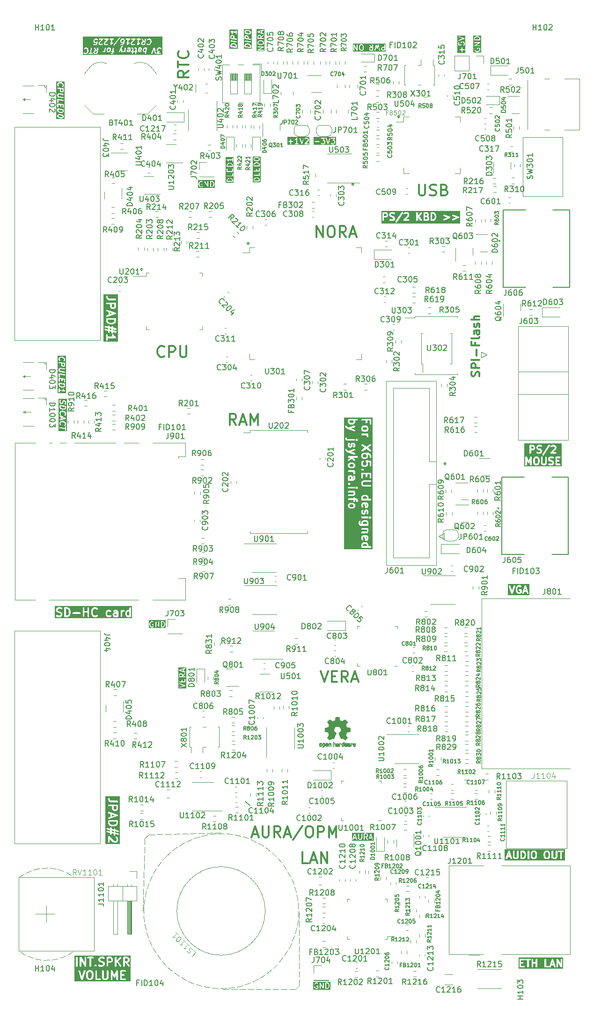
<source format=gbr>
%TF.GenerationSoftware,KiCad,Pcbnew,7.0.10-1.fc38*%
%TF.CreationDate,2024-01-13T22:19:30+01:00*%
%TF.ProjectId,x65-sbc-revA1,7836352d-7362-4632-9d72-657641312e6b,revA1*%
%TF.SameCoordinates,Original*%
%TF.FileFunction,Legend,Top*%
%TF.FilePolarity,Positive*%
%FSLAX46Y46*%
G04 Gerber Fmt 4.6, Leading zero omitted, Abs format (unit mm)*
G04 Created by KiCad (PCBNEW 7.0.10-1.fc38) date 2024-01-13 22:19:30*
%MOMM*%
%LPD*%
G01*
G04 APERTURE LIST*
%ADD10C,0.150000*%
%ADD11C,0.300000*%
%ADD12C,0.200000*%
%ADD13C,0.100000*%
%ADD14C,0.125000*%
%ADD15C,0.120000*%
%ADD16C,0.127000*%
%ADD17C,0.010000*%
G04 APERTURE END LIST*
D10*
X109150001Y-46900000D02*
G75*
G03*
X108789445Y-46900000I-180278J0D01*
G01*
X108789445Y-46900000D02*
G75*
G03*
X109150001Y-46900000I180278J0D01*
G01*
X100880278Y-59130277D02*
G75*
G03*
X100519722Y-59130277I-180278J0D01*
G01*
X100519722Y-59130277D02*
G75*
G03*
X100880278Y-59130277I180278J0D01*
G01*
X82092800Y-171399200D02*
X81280000Y-170586400D01*
X117550001Y-109600000D02*
G75*
G03*
X117189445Y-109600000I-180278J0D01*
G01*
X117189445Y-109600000D02*
G75*
G03*
X117550001Y-109600000I180278J0D01*
G01*
X62680278Y-74500000D02*
G75*
G03*
X62319722Y-74500000I-180278J0D01*
G01*
X62319722Y-74500000D02*
G75*
G03*
X62680278Y-74500000I180278J0D01*
G01*
X81950001Y-69800000D02*
G75*
G03*
X81589445Y-69800000I-180278J0D01*
G01*
X81589445Y-69800000D02*
G75*
G03*
X81950001Y-69800000I180278J0D01*
G01*
D11*
G36*
X134065326Y-108619886D02*
G01*
X134142545Y-108697106D01*
X134189895Y-108886503D01*
X134189895Y-109282906D01*
X134142545Y-109472302D01*
X134065326Y-109549522D01*
X133994961Y-109584704D01*
X133818161Y-109584704D01*
X133747797Y-109549522D01*
X133670578Y-109472303D01*
X133623229Y-109282906D01*
X133623229Y-108886502D01*
X133670578Y-108697105D01*
X133747797Y-108619887D01*
X133818163Y-108584704D01*
X133994961Y-108584704D01*
X134065326Y-108619886D01*
G37*
G36*
X133322470Y-106526887D02*
G01*
X133349951Y-106554368D01*
X133385133Y-106624732D01*
X133385133Y-106739629D01*
X133349951Y-106809993D01*
X133322470Y-106837474D01*
X133252104Y-106872657D01*
X132942276Y-106872657D01*
X132942276Y-106491704D01*
X133252104Y-106491704D01*
X133322470Y-106526887D01*
G37*
G36*
X138451800Y-110070418D02*
G01*
X131713705Y-110070418D01*
X131713705Y-109734704D01*
X131899419Y-109734704D01*
X131919515Y-109809704D01*
X131974419Y-109864608D01*
X132049419Y-109884704D01*
X132124419Y-109864608D01*
X132179323Y-109809704D01*
X132199419Y-109734704D01*
X132199419Y-109110837D01*
X132346826Y-109426709D01*
X132355333Y-109436841D01*
X132359855Y-109449276D01*
X132379913Y-109466117D01*
X132396753Y-109486174D01*
X132409185Y-109490694D01*
X132419320Y-109499204D01*
X132445113Y-109503759D01*
X132469724Y-109512709D01*
X132482753Y-109510407D01*
X132495782Y-109512709D01*
X132520392Y-109503759D01*
X132546186Y-109499204D01*
X132556320Y-109490694D01*
X132568753Y-109486174D01*
X132585593Y-109466116D01*
X132605651Y-109449276D01*
X132610171Y-109436843D01*
X132618681Y-109426709D01*
X132766086Y-109110840D01*
X132766086Y-109734704D01*
X132786182Y-109809704D01*
X132841086Y-109864608D01*
X132916086Y-109884704D01*
X132991086Y-109864608D01*
X133045990Y-109809704D01*
X133066086Y-109734704D01*
X133066086Y-109301371D01*
X133323229Y-109301371D01*
X133328019Y-109319248D01*
X133327708Y-109337751D01*
X133389612Y-109585370D01*
X133390244Y-109586508D01*
X133390244Y-109587813D01*
X133409056Y-109620396D01*
X133427298Y-109653257D01*
X133428415Y-109653927D01*
X133429067Y-109655056D01*
X133552877Y-109778866D01*
X133573791Y-109790940D01*
X133591861Y-109806964D01*
X133715670Y-109868868D01*
X133749443Y-109875778D01*
X133782752Y-109884704D01*
X134030371Y-109884704D01*
X134063667Y-109875782D01*
X134097452Y-109868869D01*
X134221262Y-109806965D01*
X134239332Y-109790941D01*
X134260247Y-109778866D01*
X134384056Y-109655056D01*
X134384707Y-109653927D01*
X134385825Y-109653257D01*
X134404074Y-109620382D01*
X134422879Y-109587812D01*
X134422879Y-109586508D01*
X134423511Y-109585370D01*
X134448082Y-109487085D01*
X134747038Y-109487085D01*
X134755961Y-109520386D01*
X134762874Y-109554167D01*
X134824779Y-109677977D01*
X134840802Y-109696046D01*
X134852877Y-109716961D01*
X134914782Y-109778866D01*
X134935696Y-109790940D01*
X134953766Y-109806964D01*
X135077575Y-109868868D01*
X135111348Y-109875778D01*
X135144657Y-109884704D01*
X135392276Y-109884704D01*
X135425572Y-109875782D01*
X135459357Y-109868869D01*
X135583167Y-109806965D01*
X135601237Y-109790940D01*
X135622152Y-109778866D01*
X135684057Y-109716961D01*
X135696132Y-109696045D01*
X135712156Y-109677976D01*
X135774059Y-109554166D01*
X135780969Y-109520397D01*
X135789895Y-109487085D01*
X135789895Y-108806133D01*
X136047039Y-108806133D01*
X136055962Y-108839436D01*
X136062875Y-108873215D01*
X136124779Y-108997023D01*
X136140800Y-109015090D01*
X136152877Y-109036008D01*
X136214782Y-109097913D01*
X136235696Y-109109987D01*
X136253766Y-109126011D01*
X136377576Y-109187916D01*
X136393800Y-109191236D01*
X136408278Y-109199273D01*
X136639921Y-109257184D01*
X136727232Y-109300839D01*
X136754713Y-109328320D01*
X136789896Y-109398686D01*
X136789896Y-109451675D01*
X136754713Y-109522041D01*
X136727232Y-109549521D01*
X136656867Y-109584704D01*
X136407096Y-109584704D01*
X136244473Y-109530497D01*
X136166967Y-109525845D01*
X136097518Y-109560570D01*
X136054736Y-109625366D01*
X136050084Y-109702872D01*
X136084809Y-109772321D01*
X136149605Y-109815103D01*
X136335320Y-109877007D01*
X136359427Y-109878453D01*
X136382753Y-109884704D01*
X136692277Y-109884704D01*
X136725580Y-109875780D01*
X136759359Y-109868868D01*
X136883167Y-109806964D01*
X136901234Y-109790942D01*
X136922152Y-109778866D01*
X136966314Y-109734704D01*
X137347038Y-109734704D01*
X137367134Y-109809704D01*
X137422038Y-109864608D01*
X137497038Y-109884704D01*
X138116086Y-109884704D01*
X138191086Y-109864608D01*
X138245990Y-109809704D01*
X138266086Y-109734704D01*
X138245990Y-109659704D01*
X138191086Y-109604800D01*
X138116086Y-109584704D01*
X137647038Y-109584704D01*
X137647038Y-109203752D01*
X137930372Y-109203752D01*
X138005372Y-109183656D01*
X138060276Y-109128752D01*
X138080372Y-109053752D01*
X138060276Y-108978752D01*
X138005372Y-108923848D01*
X137930372Y-108903752D01*
X137647038Y-108903752D01*
X137647038Y-108584704D01*
X138116086Y-108584704D01*
X138191086Y-108564608D01*
X138245990Y-108509704D01*
X138266086Y-108434704D01*
X138245990Y-108359704D01*
X138191086Y-108304800D01*
X138116086Y-108284704D01*
X137497038Y-108284704D01*
X137422038Y-108304800D01*
X137367134Y-108359704D01*
X137347038Y-108434704D01*
X137347038Y-109734704D01*
X136966314Y-109734704D01*
X136984057Y-109716961D01*
X136996131Y-109696046D01*
X137012155Y-109677977D01*
X137074060Y-109554167D01*
X137080972Y-109520386D01*
X137089896Y-109487085D01*
X137089896Y-109363276D01*
X137080972Y-109329974D01*
X137074060Y-109296194D01*
X137012155Y-109172384D01*
X136996131Y-109154314D01*
X136984057Y-109133400D01*
X136922152Y-109071495D01*
X136901234Y-109059418D01*
X136883167Y-109043397D01*
X136759359Y-108981493D01*
X136743135Y-108978173D01*
X136728658Y-108970136D01*
X136497014Y-108912225D01*
X136409702Y-108868569D01*
X136382221Y-108841088D01*
X136347039Y-108770723D01*
X136347039Y-108717732D01*
X136382221Y-108647367D01*
X136409702Y-108619887D01*
X136480068Y-108584704D01*
X136729841Y-108584704D01*
X136892462Y-108638912D01*
X136969968Y-108643564D01*
X137039417Y-108608840D01*
X137082199Y-108544043D01*
X137086851Y-108466537D01*
X137052127Y-108397088D01*
X136987330Y-108354307D01*
X136801615Y-108292402D01*
X136777509Y-108290954D01*
X136754181Y-108284704D01*
X136444658Y-108284704D01*
X136411356Y-108293627D01*
X136377576Y-108300540D01*
X136253766Y-108362445D01*
X136235696Y-108378468D01*
X136214782Y-108390543D01*
X136152877Y-108452448D01*
X136140800Y-108473365D01*
X136124779Y-108491433D01*
X136062875Y-108615241D01*
X136055962Y-108649019D01*
X136047039Y-108682323D01*
X136047039Y-108806133D01*
X135789895Y-108806133D01*
X135789895Y-108434704D01*
X135769799Y-108359704D01*
X135714895Y-108304800D01*
X135639895Y-108284704D01*
X135564895Y-108304800D01*
X135509991Y-108359704D01*
X135489895Y-108434704D01*
X135489895Y-109451674D01*
X135454711Y-109522042D01*
X135427231Y-109549522D01*
X135356866Y-109584704D01*
X135180066Y-109584704D01*
X135109702Y-109549522D01*
X135082221Y-109522041D01*
X135047038Y-109451675D01*
X135047038Y-108434704D01*
X135026942Y-108359704D01*
X134972038Y-108304800D01*
X134897038Y-108284704D01*
X134822038Y-108304800D01*
X134767134Y-108359704D01*
X134747038Y-108434704D01*
X134747038Y-109487085D01*
X134448082Y-109487085D01*
X134485416Y-109337751D01*
X134485104Y-109319247D01*
X134489895Y-109301371D01*
X134489895Y-108868038D01*
X134485104Y-108850161D01*
X134485416Y-108831658D01*
X134423511Y-108584039D01*
X134422879Y-108582900D01*
X134422879Y-108581597D01*
X134404074Y-108549026D01*
X134385825Y-108516152D01*
X134384707Y-108515481D01*
X134384056Y-108514353D01*
X134260247Y-108390543D01*
X134239332Y-108378467D01*
X134221263Y-108362445D01*
X134097453Y-108300540D01*
X134063672Y-108293627D01*
X134030371Y-108284704D01*
X133782752Y-108284704D01*
X133749450Y-108293627D01*
X133715670Y-108300540D01*
X133591861Y-108362445D01*
X133573792Y-108378467D01*
X133552877Y-108390543D01*
X133429067Y-108514353D01*
X133428415Y-108515481D01*
X133427298Y-108516152D01*
X133409056Y-108549012D01*
X133390244Y-108581596D01*
X133390244Y-108582900D01*
X133389612Y-108584039D01*
X133327708Y-108831658D01*
X133328019Y-108850160D01*
X133323229Y-108868038D01*
X133323229Y-109301371D01*
X133066086Y-109301371D01*
X133066086Y-108434704D01*
X133064357Y-108428251D01*
X133065519Y-108421674D01*
X133054406Y-108391113D01*
X133045990Y-108359704D01*
X133041266Y-108354980D01*
X133038984Y-108348703D01*
X133014077Y-108327791D01*
X132991086Y-108304800D01*
X132984635Y-108303071D01*
X132979519Y-108298776D01*
X132947488Y-108293118D01*
X132916086Y-108284704D01*
X132909636Y-108286432D01*
X132903057Y-108285270D01*
X132872489Y-108296385D01*
X132841086Y-108304800D01*
X132836363Y-108309522D01*
X132830086Y-108311805D01*
X132809176Y-108336709D01*
X132786182Y-108359704D01*
X132784453Y-108366156D01*
X132780159Y-108371271D01*
X132482752Y-109008570D01*
X132185346Y-108371271D01*
X132181051Y-108366156D01*
X132179323Y-108359704D01*
X132156325Y-108336706D01*
X132135419Y-108311806D01*
X132129142Y-108309523D01*
X132124419Y-108304800D01*
X132093005Y-108296382D01*
X132062448Y-108285271D01*
X132055870Y-108286432D01*
X132049419Y-108284704D01*
X132018005Y-108293121D01*
X131985986Y-108298777D01*
X131980871Y-108303071D01*
X131974419Y-108304800D01*
X131951421Y-108327797D01*
X131926521Y-108348704D01*
X131924238Y-108354980D01*
X131919515Y-108359704D01*
X131911097Y-108391117D01*
X131899986Y-108421675D01*
X131901147Y-108428252D01*
X131899419Y-108434704D01*
X131899419Y-109734704D01*
X131713705Y-109734704D01*
X131713705Y-107941574D01*
X134994968Y-107941574D01*
X135010195Y-108017712D01*
X135061452Y-108076036D01*
X135135003Y-108100917D01*
X135211141Y-108085690D01*
X135269465Y-108034433D01*
X135531284Y-107641704D01*
X136418467Y-107641704D01*
X136423578Y-107660778D01*
X136423578Y-107680527D01*
X136433451Y-107697629D01*
X136438563Y-107716704D01*
X136452527Y-107730668D01*
X136462401Y-107747770D01*
X136479502Y-107757643D01*
X136493467Y-107771608D01*
X136512541Y-107776719D01*
X136529644Y-107786593D01*
X136549392Y-107786593D01*
X136568467Y-107791704D01*
X137373229Y-107791704D01*
X137448229Y-107771608D01*
X137503133Y-107716704D01*
X137523229Y-107641704D01*
X137503133Y-107566704D01*
X137448229Y-107511800D01*
X137373229Y-107491704D01*
X136930599Y-107491704D01*
X137417390Y-107004913D01*
X137434632Y-106975048D01*
X137453626Y-106946281D01*
X137515531Y-106760567D01*
X137516978Y-106736461D01*
X137523229Y-106713133D01*
X137523229Y-106589323D01*
X137514305Y-106556021D01*
X137507393Y-106522241D01*
X137445488Y-106398432D01*
X137429465Y-106380363D01*
X137417390Y-106359448D01*
X137355485Y-106297543D01*
X137334571Y-106285468D01*
X137316502Y-106269445D01*
X137192692Y-106207540D01*
X137158911Y-106200627D01*
X137125610Y-106191704D01*
X136816086Y-106191704D01*
X136782784Y-106200627D01*
X136749004Y-106207540D01*
X136625194Y-106269445D01*
X136607124Y-106285468D01*
X136586209Y-106297544D01*
X136524305Y-106359449D01*
X136485483Y-106426692D01*
X136485483Y-106504338D01*
X136524307Y-106571581D01*
X136591550Y-106610403D01*
X136669196Y-106610403D01*
X136736439Y-106571579D01*
X136781130Y-106526886D01*
X136851496Y-106491704D01*
X137090200Y-106491704D01*
X137160564Y-106526886D01*
X137188046Y-106554368D01*
X137223229Y-106624734D01*
X137223229Y-106688792D01*
X137180220Y-106817819D01*
X136462401Y-107535638D01*
X136452527Y-107552739D01*
X136438563Y-107566704D01*
X136433451Y-107585778D01*
X136423578Y-107602881D01*
X136423578Y-107622629D01*
X136418467Y-107641704D01*
X135531284Y-107641704D01*
X136383751Y-106363005D01*
X136408632Y-106289454D01*
X136393405Y-106213316D01*
X136342148Y-106154992D01*
X136268597Y-106130111D01*
X136192459Y-106145338D01*
X136134136Y-106196595D01*
X135019849Y-107868023D01*
X134994968Y-107941574D01*
X131713705Y-107941574D01*
X131713705Y-107641704D01*
X132642276Y-107641704D01*
X132662372Y-107716704D01*
X132717276Y-107771608D01*
X132792276Y-107791704D01*
X132867276Y-107771608D01*
X132922180Y-107716704D01*
X132942276Y-107641704D01*
X132942276Y-107172657D01*
X133287514Y-107172657D01*
X133320815Y-107163733D01*
X133354596Y-107156821D01*
X133478406Y-107094916D01*
X133496475Y-107078892D01*
X133517390Y-107066818D01*
X133579295Y-107004913D01*
X133591369Y-106983998D01*
X133607393Y-106965929D01*
X133669297Y-106842120D01*
X133676207Y-106808346D01*
X133685133Y-106775038D01*
X133685133Y-106713133D01*
X133880372Y-106713133D01*
X133889295Y-106746436D01*
X133896208Y-106780215D01*
X133958112Y-106904023D01*
X133974133Y-106922090D01*
X133986210Y-106943008D01*
X134048115Y-107004913D01*
X134069029Y-107016987D01*
X134087099Y-107033011D01*
X134210909Y-107094916D01*
X134227133Y-107098236D01*
X134241611Y-107106273D01*
X134473254Y-107164184D01*
X134560565Y-107207839D01*
X134588046Y-107235320D01*
X134623229Y-107305686D01*
X134623229Y-107358675D01*
X134588046Y-107429041D01*
X134560565Y-107456521D01*
X134490200Y-107491704D01*
X134240429Y-107491704D01*
X134077806Y-107437497D01*
X134000300Y-107432845D01*
X133930851Y-107467570D01*
X133888069Y-107532366D01*
X133883417Y-107609872D01*
X133918142Y-107679321D01*
X133982938Y-107722103D01*
X134168653Y-107784007D01*
X134192760Y-107785453D01*
X134216086Y-107791704D01*
X134525610Y-107791704D01*
X134558913Y-107782780D01*
X134592692Y-107775868D01*
X134716500Y-107713964D01*
X134734567Y-107697942D01*
X134755485Y-107685866D01*
X134817390Y-107623961D01*
X134829464Y-107603046D01*
X134845488Y-107584977D01*
X134907393Y-107461167D01*
X134914305Y-107427386D01*
X134923229Y-107394085D01*
X134923229Y-107270276D01*
X134914305Y-107236974D01*
X134907393Y-107203194D01*
X134845488Y-107079384D01*
X134829464Y-107061314D01*
X134817390Y-107040400D01*
X134755485Y-106978495D01*
X134734567Y-106966418D01*
X134716500Y-106950397D01*
X134592692Y-106888493D01*
X134576468Y-106885173D01*
X134561991Y-106877136D01*
X134330347Y-106819225D01*
X134243035Y-106775569D01*
X134215554Y-106748088D01*
X134180372Y-106677723D01*
X134180372Y-106624732D01*
X134215554Y-106554367D01*
X134243035Y-106526887D01*
X134313401Y-106491704D01*
X134563174Y-106491704D01*
X134725795Y-106545912D01*
X134803301Y-106550564D01*
X134872750Y-106515840D01*
X134915532Y-106451043D01*
X134920184Y-106373537D01*
X134885460Y-106304088D01*
X134820663Y-106261307D01*
X134634948Y-106199402D01*
X134610842Y-106197954D01*
X134587514Y-106191704D01*
X134277991Y-106191704D01*
X134244689Y-106200627D01*
X134210909Y-106207540D01*
X134087099Y-106269445D01*
X134069029Y-106285468D01*
X134048115Y-106297543D01*
X133986210Y-106359448D01*
X133974133Y-106380365D01*
X133958112Y-106398433D01*
X133896208Y-106522241D01*
X133889295Y-106556019D01*
X133880372Y-106589323D01*
X133880372Y-106713133D01*
X133685133Y-106713133D01*
X133685133Y-106589323D01*
X133676207Y-106556014D01*
X133669297Y-106522241D01*
X133607393Y-106398432D01*
X133591369Y-106380362D01*
X133579295Y-106359448D01*
X133517390Y-106297543D01*
X133496475Y-106285468D01*
X133478406Y-106269445D01*
X133354596Y-106207540D01*
X133320815Y-106200627D01*
X133287514Y-106191704D01*
X132792276Y-106191704D01*
X132717276Y-106211800D01*
X132662372Y-106266704D01*
X132642276Y-106341704D01*
X132642276Y-107641704D01*
X131713705Y-107641704D01*
X131713705Y-105944397D01*
X138451800Y-105944397D01*
X138451800Y-110070418D01*
G37*
D10*
G36*
X84346817Y-33316295D02*
G01*
X84418761Y-33388238D01*
X84453019Y-33456754D01*
X84453019Y-33611820D01*
X84418761Y-33680335D01*
X84346817Y-33752278D01*
X84185451Y-33792620D01*
X83870586Y-33792620D01*
X83709219Y-33752278D01*
X83637277Y-33680336D01*
X83603019Y-33611820D01*
X83603019Y-33456754D01*
X83637277Y-33388238D01*
X83709219Y-33316295D01*
X83870586Y-33275954D01*
X84185451Y-33275954D01*
X84346817Y-33316295D01*
G37*
G36*
X83912163Y-32310212D02*
G01*
X83942570Y-32340619D01*
X83976828Y-32409135D01*
X83976828Y-32697382D01*
X83603019Y-32697382D01*
X83603019Y-32409135D01*
X83637277Y-32340619D01*
X83667684Y-32310212D01*
X83736200Y-32275954D01*
X83843647Y-32275954D01*
X83912163Y-32310212D01*
G37*
G36*
X84167304Y-31715944D02*
G01*
X83765189Y-31581906D01*
X84167304Y-31447867D01*
X84167304Y-31715944D01*
G37*
G36*
X84745876Y-35085477D02*
G01*
X83310162Y-35085477D01*
X83310162Y-34854596D01*
X83454158Y-34854596D01*
X83457514Y-34873629D01*
X83457428Y-34892957D01*
X83461862Y-34898290D01*
X83463067Y-34905120D01*
X83477873Y-34917544D01*
X83490230Y-34932404D01*
X83497053Y-34933638D01*
X83502367Y-34938097D01*
X83528019Y-34942620D01*
X84528019Y-34942620D01*
X84576228Y-34925073D01*
X84601880Y-34880644D01*
X84592971Y-34830120D01*
X84553671Y-34797143D01*
X84528019Y-34792620D01*
X83810436Y-34792620D01*
X84565230Y-34361310D01*
X84569711Y-34356016D01*
X84576228Y-34353645D01*
X84585891Y-34336907D01*
X84598381Y-34322157D01*
X84598411Y-34315222D01*
X84601880Y-34309216D01*
X84598523Y-34290182D01*
X84598610Y-34270855D01*
X84594175Y-34265521D01*
X84592971Y-34258692D01*
X84578164Y-34246267D01*
X84565808Y-34231408D01*
X84558984Y-34230173D01*
X84553671Y-34225715D01*
X84528019Y-34221192D01*
X83528019Y-34221192D01*
X83479810Y-34238739D01*
X83454158Y-34283168D01*
X83463067Y-34333692D01*
X83502367Y-34366669D01*
X83528019Y-34371192D01*
X84245602Y-34371192D01*
X83490809Y-34802502D01*
X83486327Y-34807794D01*
X83479810Y-34810167D01*
X83470145Y-34826906D01*
X83457657Y-34841655D01*
X83457626Y-34848589D01*
X83454158Y-34854596D01*
X83310162Y-34854596D01*
X83310162Y-33629525D01*
X83453019Y-33629525D01*
X83454552Y-33633738D01*
X83453511Y-33638099D01*
X83460937Y-33663066D01*
X83508556Y-33758304D01*
X83509745Y-33759429D01*
X83522605Y-33777796D01*
X83617843Y-33873034D01*
X83624550Y-33876161D01*
X83628897Y-33882152D01*
X83652686Y-33892762D01*
X83843162Y-33940381D01*
X83846610Y-33940020D01*
X83861352Y-33942620D01*
X84194685Y-33942620D01*
X84197942Y-33941434D01*
X84212875Y-33940381D01*
X84403351Y-33892762D01*
X84409483Y-33888619D01*
X84416857Y-33887975D01*
X84438194Y-33873034D01*
X84533433Y-33777796D01*
X84534124Y-33776313D01*
X84547482Y-33758304D01*
X84595101Y-33663066D01*
X84595613Y-33658612D01*
X84598496Y-33655177D01*
X84603019Y-33629525D01*
X84603019Y-33439049D01*
X84601485Y-33434835D01*
X84602527Y-33430474D01*
X84595101Y-33405508D01*
X84547482Y-33310270D01*
X84546295Y-33309146D01*
X84533433Y-33290778D01*
X84438194Y-33195540D01*
X84431486Y-33192412D01*
X84427140Y-33186422D01*
X84403351Y-33175812D01*
X84212875Y-33128193D01*
X84209426Y-33128553D01*
X84194685Y-33125954D01*
X83861352Y-33125954D01*
X83858094Y-33127139D01*
X83843162Y-33128193D01*
X83652686Y-33175812D01*
X83646553Y-33179953D01*
X83639180Y-33180599D01*
X83617843Y-33195540D01*
X83522605Y-33290778D01*
X83521914Y-33292259D01*
X83508556Y-33310270D01*
X83460937Y-33405508D01*
X83460424Y-33409961D01*
X83457542Y-33413397D01*
X83453019Y-33439049D01*
X83453019Y-33629525D01*
X83310162Y-33629525D01*
X83310162Y-32772382D01*
X83453019Y-32772382D01*
X83459682Y-32790690D01*
X83463067Y-32809882D01*
X83468251Y-32814232D01*
X83470566Y-32820591D01*
X83487439Y-32830333D01*
X83502367Y-32842859D01*
X83512109Y-32844576D01*
X83514995Y-32846243D01*
X83518277Y-32845664D01*
X83528019Y-32847382D01*
X84528019Y-32847382D01*
X84576228Y-32829835D01*
X84601880Y-32785406D01*
X84592971Y-32734882D01*
X84553671Y-32701905D01*
X84528019Y-32697382D01*
X84126828Y-32697382D01*
X84126828Y-32573336D01*
X84571029Y-32262396D01*
X84600461Y-32220375D01*
X84595997Y-32169267D01*
X84559725Y-32132985D01*
X84508618Y-32128506D01*
X84485010Y-32139511D01*
X84126482Y-32390480D01*
X84125294Y-32387216D01*
X84126336Y-32382855D01*
X84118910Y-32357889D01*
X84071291Y-32262651D01*
X84070101Y-32261525D01*
X84057242Y-32243159D01*
X84009623Y-32195540D01*
X84008141Y-32194849D01*
X83990131Y-32181491D01*
X83894893Y-32133872D01*
X83890439Y-32133359D01*
X83887004Y-32130477D01*
X83861352Y-32125954D01*
X83718495Y-32125954D01*
X83714281Y-32127487D01*
X83709920Y-32126446D01*
X83684954Y-32133872D01*
X83589716Y-32181491D01*
X83588590Y-32182680D01*
X83570224Y-32195540D01*
X83522605Y-32243159D01*
X83521914Y-32244640D01*
X83508556Y-32262651D01*
X83460937Y-32357889D01*
X83460424Y-32362342D01*
X83457542Y-32365778D01*
X83453019Y-32391430D01*
X83453019Y-32772382D01*
X83310162Y-32772382D01*
X83310162Y-31592907D01*
X83453830Y-31592907D01*
X83454858Y-31594806D01*
X83454542Y-31596942D01*
X83466960Y-31617155D01*
X83478259Y-31638021D01*
X83480266Y-31638814D01*
X83481397Y-31640654D01*
X83504302Y-31653057D01*
X84504302Y-31986390D01*
X84555585Y-31984989D01*
X84593971Y-31950951D01*
X84601496Y-31900203D01*
X84574641Y-31856490D01*
X84551736Y-31844088D01*
X84317304Y-31765944D01*
X84317304Y-31397867D01*
X84551736Y-31319724D01*
X84591922Y-31287833D01*
X84602208Y-31237572D01*
X84577779Y-31192458D01*
X84530067Y-31173601D01*
X84504302Y-31177422D01*
X83504302Y-31510755D01*
X83502610Y-31512097D01*
X83500452Y-31512156D01*
X83482690Y-31527905D01*
X83464116Y-31542646D01*
X83463683Y-31544759D01*
X83462067Y-31546193D01*
X83458586Y-31569663D01*
X83453830Y-31592907D01*
X83310162Y-31592907D01*
X83310162Y-31030744D01*
X84745876Y-31030744D01*
X84745876Y-35085477D01*
G37*
D12*
G36*
X48414154Y-101385727D02*
G01*
X48118095Y-101447406D01*
X48118095Y-101250033D01*
X48414154Y-101385727D01*
G37*
G36*
X48632380Y-99319379D02*
G01*
X48632380Y-99452301D01*
X48599001Y-99548263D01*
X48537369Y-99602192D01*
X48470198Y-99627381D01*
X48303809Y-99648180D01*
X48185038Y-99633333D01*
X48014975Y-99569560D01*
X47940429Y-99522968D01*
X47868794Y-99442380D01*
X47832380Y-99328587D01*
X47832380Y-99219379D01*
X48632380Y-99319379D01*
G37*
G36*
X48975237Y-103754779D02*
G01*
X47489523Y-103754779D01*
X47489523Y-103124969D01*
X47634175Y-103124969D01*
X47664020Y-103179089D01*
X47719977Y-103205330D01*
X48632380Y-103319380D01*
X48632380Y-103516816D01*
X48651478Y-103575595D01*
X48701478Y-103611922D01*
X48763282Y-103611922D01*
X48813282Y-103575595D01*
X48832380Y-103516816D01*
X48832380Y-102945387D01*
X48813282Y-102886608D01*
X48763282Y-102850281D01*
X48701478Y-102850281D01*
X48651478Y-102886608D01*
X48632380Y-102945387D01*
X48632380Y-103117823D01*
X47744783Y-103006874D01*
X47684090Y-103018534D01*
X47641841Y-103063642D01*
X47634175Y-103124969D01*
X47489523Y-103124969D01*
X47489523Y-102344197D01*
X47632380Y-102344197D01*
X47637207Y-102359054D01*
X47637138Y-102374675D01*
X47684758Y-102523485D01*
X47696915Y-102540376D01*
X47705259Y-102559442D01*
X47752878Y-102613014D01*
X47806202Y-102644259D01*
X47867707Y-102638192D01*
X47913900Y-102597132D01*
X47927137Y-102536763D01*
X47902361Y-102480142D01*
X47868794Y-102442380D01*
X47832380Y-102328587D01*
X47832380Y-102265853D01*
X47865758Y-102169892D01*
X47927390Y-102115963D01*
X47994564Y-102090773D01*
X48160951Y-102069975D01*
X48279722Y-102084821D01*
X48449785Y-102148594D01*
X48524333Y-102195187D01*
X48595966Y-102275774D01*
X48632380Y-102389570D01*
X48632380Y-102452301D01*
X48599001Y-102548264D01*
X48571292Y-102572510D01*
X48539632Y-102625589D01*
X48545218Y-102687139D01*
X48585916Y-102733651D01*
X48646180Y-102747359D01*
X48702992Y-102723026D01*
X48750611Y-102681360D01*
X48763731Y-102659363D01*
X48779211Y-102638954D01*
X48826830Y-102502049D01*
X48827176Y-102485211D01*
X48832380Y-102469197D01*
X48832380Y-102373959D01*
X48827552Y-102359101D01*
X48827622Y-102343481D01*
X48780003Y-102194672D01*
X48767846Y-102177781D01*
X48759502Y-102158712D01*
X48664264Y-102051570D01*
X48651805Y-102044270D01*
X48642523Y-102033206D01*
X48547285Y-101973682D01*
X48537379Y-101971211D01*
X48529397Y-101964849D01*
X48338921Y-101893421D01*
X48327009Y-101892889D01*
X48316213Y-101887826D01*
X48173355Y-101869969D01*
X48160951Y-101872351D01*
X48148549Y-101869969D01*
X47958073Y-101893778D01*
X47947276Y-101898841D01*
X47935363Y-101899373D01*
X47840125Y-101935088D01*
X47825995Y-101946349D01*
X47809388Y-101953463D01*
X47714150Y-102036796D01*
X47701028Y-102058795D01*
X47685550Y-102079202D01*
X47637931Y-102216106D01*
X47637584Y-102232941D01*
X47632380Y-102248959D01*
X47632380Y-102344197D01*
X47489523Y-102344197D01*
X47489523Y-101619056D01*
X47632970Y-101619056D01*
X47645576Y-101679561D01*
X47691337Y-101721101D01*
X47752775Y-101727809D01*
X48752776Y-101519476D01*
X48779281Y-101504315D01*
X48805962Y-101489296D01*
X48806111Y-101488969D01*
X48806424Y-101488791D01*
X48818994Y-101460862D01*
X48831713Y-101433113D01*
X48831642Y-101432761D01*
X48831790Y-101432433D01*
X48825538Y-101402423D01*
X48819522Y-101372523D01*
X48819258Y-101372280D01*
X48819185Y-101371928D01*
X48796482Y-101351319D01*
X48774046Y-101330672D01*
X47774046Y-100872338D01*
X47712654Y-100865208D01*
X47658798Y-100895526D01*
X47633047Y-100951710D01*
X47645238Y-101012299D01*
X47690714Y-101054150D01*
X47918095Y-101158366D01*
X47918095Y-101489073D01*
X47711985Y-101532013D01*
X47658336Y-101562698D01*
X47632970Y-101619056D01*
X47489523Y-101619056D01*
X47489523Y-100487054D01*
X47632380Y-100487054D01*
X47637207Y-100501911D01*
X47637138Y-100517532D01*
X47684758Y-100666342D01*
X47696915Y-100683233D01*
X47705259Y-100702299D01*
X47752878Y-100755871D01*
X47806202Y-100787116D01*
X47867707Y-100781049D01*
X47913900Y-100739989D01*
X47927137Y-100679620D01*
X47902361Y-100622999D01*
X47868794Y-100585237D01*
X47832380Y-100471444D01*
X47832380Y-100408710D01*
X47865758Y-100312749D01*
X47927390Y-100258820D01*
X47994564Y-100233630D01*
X48160951Y-100212832D01*
X48279722Y-100227678D01*
X48449785Y-100291451D01*
X48524333Y-100338044D01*
X48595966Y-100418631D01*
X48632380Y-100532427D01*
X48632380Y-100595158D01*
X48599001Y-100691121D01*
X48571292Y-100715367D01*
X48539632Y-100768446D01*
X48545218Y-100829996D01*
X48585916Y-100876508D01*
X48646180Y-100890216D01*
X48702992Y-100865883D01*
X48750611Y-100824217D01*
X48763731Y-100802220D01*
X48779211Y-100781811D01*
X48826830Y-100644906D01*
X48827176Y-100628068D01*
X48832380Y-100612054D01*
X48832380Y-100516816D01*
X48827552Y-100501958D01*
X48827622Y-100486338D01*
X48780003Y-100337529D01*
X48767846Y-100320638D01*
X48759502Y-100301569D01*
X48664264Y-100194427D01*
X48651805Y-100187127D01*
X48642523Y-100176063D01*
X48547285Y-100116539D01*
X48537379Y-100114068D01*
X48529397Y-100107706D01*
X48338921Y-100036278D01*
X48327009Y-100035746D01*
X48316213Y-100030683D01*
X48173355Y-100012826D01*
X48160951Y-100015208D01*
X48148549Y-100012826D01*
X47958073Y-100036635D01*
X47947276Y-100041698D01*
X47935363Y-100042230D01*
X47840125Y-100077945D01*
X47825995Y-100089206D01*
X47809388Y-100096320D01*
X47714150Y-100179653D01*
X47701028Y-100201652D01*
X47685550Y-100222059D01*
X47637931Y-100358963D01*
X47637584Y-100375798D01*
X47632380Y-100391816D01*
X47632380Y-100487054D01*
X47489523Y-100487054D01*
X47489523Y-99344197D01*
X47632380Y-99344197D01*
X47637207Y-99359054D01*
X47637138Y-99374675D01*
X47684758Y-99523485D01*
X47696915Y-99540376D01*
X47705259Y-99559442D01*
X47800497Y-99666585D01*
X47812955Y-99673884D01*
X47822238Y-99684949D01*
X47917476Y-99744473D01*
X47927381Y-99746943D01*
X47935364Y-99753306D01*
X48125840Y-99824734D01*
X48137751Y-99825265D01*
X48148548Y-99830329D01*
X48291405Y-99848187D01*
X48303809Y-99845804D01*
X48316213Y-99848187D01*
X48506688Y-99824377D01*
X48517484Y-99819313D01*
X48529397Y-99818782D01*
X48624635Y-99783068D01*
X48638764Y-99771806D01*
X48655374Y-99764692D01*
X48750612Y-99681358D01*
X48763731Y-99659361D01*
X48779211Y-99638953D01*
X48826830Y-99502049D01*
X48827176Y-99485211D01*
X48832380Y-99469197D01*
X48832380Y-99231101D01*
X48829379Y-99221867D01*
X48830584Y-99212234D01*
X48820033Y-99193101D01*
X48813282Y-99172322D01*
X48805428Y-99166616D01*
X48800740Y-99158114D01*
X48780957Y-99148837D01*
X48763282Y-99135995D01*
X48753573Y-99135995D01*
X48744783Y-99131873D01*
X47744783Y-99006873D01*
X47723327Y-99010995D01*
X47701478Y-99010995D01*
X47693623Y-99016701D01*
X47684090Y-99018533D01*
X47669154Y-99034479D01*
X47651478Y-99047322D01*
X47648478Y-99056554D01*
X47641841Y-99063641D01*
X47639130Y-99085324D01*
X47632380Y-99106101D01*
X47632380Y-99344197D01*
X47489523Y-99344197D01*
X47489523Y-98487054D01*
X47632380Y-98487054D01*
X47639151Y-98507895D01*
X47641899Y-98529635D01*
X47689519Y-98630825D01*
X47699445Y-98641395D01*
X47705259Y-98654680D01*
X47752878Y-98708252D01*
X47765339Y-98715553D01*
X47774620Y-98726616D01*
X47869858Y-98786139D01*
X47890857Y-98791377D01*
X47910453Y-98800567D01*
X48005691Y-98812472D01*
X48029245Y-98807946D01*
X48053207Y-98806877D01*
X48148445Y-98771163D01*
X48162574Y-98759901D01*
X48179184Y-98752787D01*
X48226803Y-98711120D01*
X48236106Y-98695521D01*
X48249187Y-98682922D01*
X48296806Y-98593637D01*
X48298917Y-98581751D01*
X48305399Y-98571566D01*
X48350038Y-98398587D01*
X48383432Y-98335973D01*
X48403581Y-98318343D01*
X48458708Y-98297670D01*
X48507610Y-98303783D01*
X48571950Y-98343996D01*
X48600428Y-98376033D01*
X48632380Y-98443931D01*
X48632380Y-98642777D01*
X48590311Y-98763726D01*
X48589039Y-98825517D01*
X48624330Y-98876253D01*
X48682704Y-98896557D01*
X48741863Y-98878673D01*
X48779211Y-98829430D01*
X48826830Y-98692525D01*
X48827176Y-98675687D01*
X48832380Y-98659673D01*
X48832380Y-98421578D01*
X48825609Y-98400738D01*
X48822862Y-98378999D01*
X48775243Y-98277808D01*
X48765316Y-98267237D01*
X48759502Y-98253951D01*
X48711883Y-98200379D01*
X48699422Y-98193078D01*
X48690142Y-98182016D01*
X48594904Y-98122492D01*
X48573902Y-98117253D01*
X48554308Y-98108064D01*
X48459070Y-98096159D01*
X48435513Y-98100684D01*
X48411554Y-98101754D01*
X48316316Y-98137468D01*
X48302186Y-98148729D01*
X48285577Y-98155844D01*
X48237958Y-98197511D01*
X48228654Y-98213108D01*
X48215574Y-98225709D01*
X48167955Y-98314995D01*
X48165843Y-98326881D01*
X48159362Y-98337067D01*
X48114722Y-98510044D01*
X48081329Y-98572656D01*
X48061179Y-98590287D01*
X48006052Y-98610960D01*
X47957149Y-98604847D01*
X47892811Y-98564636D01*
X47864333Y-98532598D01*
X47832380Y-98464700D01*
X47832380Y-98265852D01*
X47874450Y-98144906D01*
X47875722Y-98083116D01*
X47840432Y-98032379D01*
X47782058Y-98012074D01*
X47722899Y-98029959D01*
X47685551Y-98079201D01*
X47637931Y-98216105D01*
X47637584Y-98232940D01*
X47632380Y-98248958D01*
X47632380Y-98487054D01*
X47489523Y-98487054D01*
X47489523Y-97869217D01*
X48975237Y-97869217D01*
X48975237Y-103754779D01*
G37*
D11*
G36*
X53333945Y-201418335D02*
G01*
X53430211Y-201514601D01*
X53487085Y-201742092D01*
X53487085Y-202205163D01*
X53430211Y-202432654D01*
X53333944Y-202528922D01*
X53244532Y-202573628D01*
X53029638Y-202573628D01*
X52940224Y-202528921D01*
X52843957Y-202432654D01*
X52787085Y-202205164D01*
X52787085Y-201742091D01*
X52843957Y-201514602D01*
X52940224Y-201418334D01*
X53029638Y-201373628D01*
X53244532Y-201373628D01*
X53333945Y-201418335D01*
G37*
G36*
X56941090Y-199003335D02*
G01*
X56978094Y-199040339D01*
X57022800Y-199129751D01*
X57022800Y-199273218D01*
X56978093Y-199362631D01*
X56941088Y-199399636D01*
X56851676Y-199444342D01*
X56465657Y-199444342D01*
X56465657Y-198958628D01*
X56851676Y-198958628D01*
X56941090Y-199003335D01*
G37*
G36*
X59941090Y-199003335D02*
G01*
X59978094Y-199040339D01*
X60022800Y-199129751D01*
X60022800Y-199273218D01*
X59978093Y-199362631D01*
X59941088Y-199399636D01*
X59851676Y-199444342D01*
X59465657Y-199444342D01*
X59465657Y-198958628D01*
X59851676Y-198958628D01*
X59941090Y-199003335D01*
G37*
G36*
X60537086Y-203087914D02*
G01*
X50379942Y-203087914D01*
X50379942Y-201193556D01*
X51061559Y-201193556D01*
X51066212Y-201271062D01*
X51566212Y-202771062D01*
X51582810Y-202796202D01*
X51596284Y-202823149D01*
X51603937Y-202828202D01*
X51608993Y-202835859D01*
X51635944Y-202849334D01*
X51661080Y-202865930D01*
X51670235Y-202866479D01*
X51678442Y-202870583D01*
X51708517Y-202868777D01*
X51738586Y-202870583D01*
X51746790Y-202866480D01*
X51755948Y-202865931D01*
X51781092Y-202849329D01*
X51808035Y-202835858D01*
X51813088Y-202828204D01*
X51820745Y-202823149D01*
X51834220Y-202796197D01*
X51850816Y-202771062D01*
X52033294Y-202223628D01*
X52487085Y-202223628D01*
X52491875Y-202241505D01*
X52491564Y-202260008D01*
X52562992Y-202545722D01*
X52563624Y-202546860D01*
X52563624Y-202548165D01*
X52582436Y-202580748D01*
X52600678Y-202613609D01*
X52601795Y-202614279D01*
X52602447Y-202615408D01*
X52745305Y-202758266D01*
X52766219Y-202770340D01*
X52784289Y-202786364D01*
X52927147Y-202857792D01*
X52960922Y-202864703D01*
X52994228Y-202873628D01*
X53279942Y-202873628D01*
X53313245Y-202864704D01*
X53347024Y-202857792D01*
X53489881Y-202786364D01*
X53507950Y-202770340D01*
X53528865Y-202758266D01*
X53563503Y-202723628D01*
X54129942Y-202723628D01*
X54150038Y-202798628D01*
X54204942Y-202853532D01*
X54279942Y-202873628D01*
X54994228Y-202873628D01*
X55069228Y-202853532D01*
X55124132Y-202798628D01*
X55144228Y-202723628D01*
X55124132Y-202648628D01*
X55069228Y-202593724D01*
X54994228Y-202573628D01*
X54429942Y-202573628D01*
X54429942Y-202437914D01*
X55344228Y-202437914D01*
X55353151Y-202471215D01*
X55360064Y-202504996D01*
X55431493Y-202647853D01*
X55447515Y-202665921D01*
X55459591Y-202686837D01*
X55531020Y-202758266D01*
X55551934Y-202770340D01*
X55570004Y-202786364D01*
X55712862Y-202857792D01*
X55746637Y-202864703D01*
X55779943Y-202873628D01*
X56065657Y-202873628D01*
X56098960Y-202864704D01*
X56132739Y-202857792D01*
X56275596Y-202786364D01*
X56293665Y-202770340D01*
X56314580Y-202758266D01*
X56349218Y-202723628D01*
X56915657Y-202723628D01*
X56935753Y-202798628D01*
X56990657Y-202853532D01*
X57065657Y-202873628D01*
X57140657Y-202853532D01*
X57195561Y-202798628D01*
X57215657Y-202723628D01*
X57215657Y-201899761D01*
X57429730Y-202358490D01*
X57438237Y-202368622D01*
X57442759Y-202381057D01*
X57462814Y-202397895D01*
X57479657Y-202417956D01*
X57492093Y-202422478D01*
X57502224Y-202430984D01*
X57528008Y-202435538D01*
X57552628Y-202444491D01*
X57565659Y-202442189D01*
X57578686Y-202444490D01*
X57603294Y-202435541D01*
X57629090Y-202430985D01*
X57639224Y-202422475D01*
X57651657Y-202417955D01*
X57668494Y-202397900D01*
X57688555Y-202381058D01*
X57693077Y-202368621D01*
X57701584Y-202358490D01*
X57915657Y-201899762D01*
X57915657Y-202723628D01*
X57935753Y-202798628D01*
X57990657Y-202853532D01*
X58065657Y-202873628D01*
X58140657Y-202853532D01*
X58195561Y-202798628D01*
X58215657Y-202723628D01*
X58629943Y-202723628D01*
X58650039Y-202798628D01*
X58704943Y-202853532D01*
X58779943Y-202873628D01*
X59494229Y-202873628D01*
X59569229Y-202853532D01*
X59624133Y-202798628D01*
X59644229Y-202723628D01*
X59624133Y-202648628D01*
X59569229Y-202593724D01*
X59494229Y-202573628D01*
X58929943Y-202573628D01*
X58929943Y-202087914D01*
X59279943Y-202087914D01*
X59354943Y-202067818D01*
X59409847Y-202012914D01*
X59429943Y-201937914D01*
X59409847Y-201862914D01*
X59354943Y-201808010D01*
X59279943Y-201787914D01*
X58929943Y-201787914D01*
X58929943Y-201373628D01*
X59494229Y-201373628D01*
X59569229Y-201353532D01*
X59624133Y-201298628D01*
X59644229Y-201223628D01*
X59624133Y-201148628D01*
X59569229Y-201093724D01*
X59494229Y-201073628D01*
X58779943Y-201073628D01*
X58704943Y-201093724D01*
X58650039Y-201148628D01*
X58629943Y-201223628D01*
X58629943Y-202723628D01*
X58215657Y-202723628D01*
X58215657Y-201223628D01*
X58213928Y-201217175D01*
X58215090Y-201210598D01*
X58203977Y-201180037D01*
X58195561Y-201148628D01*
X58190837Y-201143904D01*
X58188555Y-201137627D01*
X58163648Y-201116715D01*
X58140657Y-201093724D01*
X58134206Y-201091995D01*
X58129090Y-201087700D01*
X58097059Y-201082042D01*
X58065657Y-201073628D01*
X58059207Y-201075356D01*
X58052628Y-201074194D01*
X58022060Y-201085309D01*
X57990657Y-201093724D01*
X57985934Y-201098446D01*
X57979657Y-201100729D01*
X57958747Y-201125633D01*
X57935753Y-201148628D01*
X57934024Y-201155080D01*
X57929730Y-201160195D01*
X57565657Y-201940351D01*
X57201584Y-201160195D01*
X57197289Y-201155080D01*
X57195561Y-201148628D01*
X57172563Y-201125630D01*
X57151657Y-201100730D01*
X57145380Y-201098447D01*
X57140657Y-201093724D01*
X57109243Y-201085306D01*
X57078686Y-201074195D01*
X57072108Y-201075356D01*
X57065657Y-201073628D01*
X57034243Y-201082045D01*
X57002224Y-201087701D01*
X56997109Y-201091995D01*
X56990657Y-201093724D01*
X56967659Y-201116721D01*
X56942759Y-201137628D01*
X56940476Y-201143904D01*
X56935753Y-201148628D01*
X56927335Y-201180041D01*
X56916224Y-201210599D01*
X56917385Y-201217176D01*
X56915657Y-201223628D01*
X56915657Y-202723628D01*
X56349218Y-202723628D01*
X56386009Y-202686837D01*
X56398083Y-202665922D01*
X56414107Y-202647853D01*
X56485535Y-202504995D01*
X56492446Y-202471219D01*
X56501371Y-202437914D01*
X56501371Y-201223628D01*
X56481275Y-201148628D01*
X56426371Y-201093724D01*
X56351371Y-201073628D01*
X56276371Y-201093724D01*
X56221467Y-201148628D01*
X56201371Y-201223628D01*
X56201371Y-202402504D01*
X56156664Y-202491917D01*
X56119659Y-202528922D01*
X56030247Y-202573628D01*
X55815353Y-202573628D01*
X55725939Y-202528921D01*
X55688935Y-202491917D01*
X55644228Y-202402503D01*
X55644228Y-201223628D01*
X55624132Y-201148628D01*
X55569228Y-201093724D01*
X55494228Y-201073628D01*
X55419228Y-201093724D01*
X55364324Y-201148628D01*
X55344228Y-201223628D01*
X55344228Y-202437914D01*
X54429942Y-202437914D01*
X54429942Y-201223628D01*
X54409846Y-201148628D01*
X54354942Y-201093724D01*
X54279942Y-201073628D01*
X54204942Y-201093724D01*
X54150038Y-201148628D01*
X54129942Y-201223628D01*
X54129942Y-202723628D01*
X53563503Y-202723628D01*
X53671722Y-202615408D01*
X53672373Y-202614279D01*
X53673491Y-202613609D01*
X53691747Y-202580722D01*
X53710545Y-202548164D01*
X53710545Y-202546861D01*
X53711177Y-202545723D01*
X53782606Y-202260009D01*
X53782294Y-202241504D01*
X53787085Y-202223628D01*
X53787085Y-201723628D01*
X53782294Y-201705751D01*
X53782606Y-201687247D01*
X53711177Y-201401533D01*
X53710545Y-201400394D01*
X53710545Y-201399091D01*
X53691739Y-201366519D01*
X53673491Y-201333647D01*
X53672373Y-201332976D01*
X53671722Y-201331848D01*
X53528865Y-201188991D01*
X53507949Y-201176915D01*
X53489881Y-201160893D01*
X53347024Y-201089464D01*
X53313243Y-201082551D01*
X53279942Y-201073628D01*
X52994228Y-201073628D01*
X52960927Y-201082550D01*
X52927145Y-201089464D01*
X52784289Y-201160893D01*
X52766219Y-201176915D01*
X52745305Y-201188991D01*
X52602447Y-201331848D01*
X52601795Y-201332976D01*
X52600678Y-201333647D01*
X52582436Y-201366507D01*
X52563624Y-201399091D01*
X52563624Y-201400395D01*
X52562992Y-201401534D01*
X52491564Y-201687248D01*
X52491875Y-201705750D01*
X52487085Y-201723628D01*
X52487085Y-202223628D01*
X52033294Y-202223628D01*
X52350817Y-201271062D01*
X52355469Y-201193556D01*
X52320745Y-201124107D01*
X52255948Y-201081325D01*
X52178442Y-201076673D01*
X52108993Y-201111397D01*
X52066212Y-201176194D01*
X51708514Y-202249286D01*
X51350816Y-201176194D01*
X51308035Y-201111398D01*
X51238586Y-201076673D01*
X51161080Y-201081326D01*
X51096284Y-201124107D01*
X51061559Y-201193556D01*
X50379942Y-201193556D01*
X50379942Y-200308628D01*
X50594228Y-200308628D01*
X50614324Y-200383628D01*
X50669228Y-200438532D01*
X50744228Y-200458628D01*
X50819228Y-200438532D01*
X50874132Y-200383628D01*
X50894228Y-200308628D01*
X51308514Y-200308628D01*
X51328610Y-200383628D01*
X51383514Y-200438532D01*
X51458514Y-200458628D01*
X51533514Y-200438532D01*
X51588418Y-200383628D01*
X51608514Y-200308628D01*
X51608514Y-199373461D01*
X52185421Y-200383049D01*
X52185663Y-200383293D01*
X52185753Y-200383628D01*
X52212973Y-200410848D01*
X52240079Y-200438197D01*
X52240413Y-200438288D01*
X52240657Y-200438532D01*
X52277757Y-200448472D01*
X52314989Y-200458627D01*
X52315324Y-200458538D01*
X52315657Y-200458628D01*
X52352756Y-200448687D01*
X52390078Y-200438865D01*
X52390323Y-200438621D01*
X52390657Y-200438532D01*
X52417821Y-200411367D01*
X52445226Y-200384206D01*
X52445317Y-200383871D01*
X52445561Y-200383628D01*
X52455501Y-200346527D01*
X52465656Y-200309296D01*
X52465567Y-200308960D01*
X52465657Y-200308628D01*
X52465657Y-198808628D01*
X52665658Y-198808628D01*
X52685754Y-198883628D01*
X52740658Y-198938532D01*
X52815658Y-198958628D01*
X53094229Y-198958628D01*
X53094229Y-200308628D01*
X53114325Y-200383628D01*
X53169229Y-200438532D01*
X53244229Y-200458628D01*
X53319229Y-200438532D01*
X53374133Y-200383628D01*
X53394229Y-200308628D01*
X53394229Y-200276024D01*
X53956483Y-200276024D01*
X53975308Y-200308628D01*
X53995306Y-200343266D01*
X54066734Y-200414694D01*
X54083835Y-200424567D01*
X54097800Y-200438532D01*
X54116873Y-200443642D01*
X54133976Y-200453517D01*
X54133977Y-200453517D01*
X54153725Y-200453517D01*
X54172800Y-200458628D01*
X54191875Y-200453517D01*
X54211623Y-200453517D01*
X54228725Y-200443643D01*
X54247800Y-200438532D01*
X54261764Y-200424567D01*
X54268190Y-200420858D01*
X54278865Y-200414695D01*
X54350294Y-200343267D01*
X54350296Y-200343265D01*
X54370293Y-200308628D01*
X54389118Y-200276024D01*
X54389118Y-200198378D01*
X54389118Y-200198377D01*
X54350295Y-200131134D01*
X54278866Y-200059705D01*
X54278865Y-200059704D01*
X54261763Y-200049830D01*
X54247800Y-200035867D01*
X54228725Y-200030755D01*
X54211623Y-200020882D01*
X54211622Y-200020882D01*
X54191875Y-200020882D01*
X54172800Y-200015771D01*
X54153725Y-200020882D01*
X54133976Y-200020882D01*
X54130457Y-200022914D01*
X54116874Y-200030755D01*
X54097800Y-200035867D01*
X54083835Y-200049831D01*
X54066734Y-200059705D01*
X54066733Y-200059705D01*
X54066733Y-200059706D01*
X53995306Y-200131134D01*
X53956483Y-200198377D01*
X53956483Y-200198378D01*
X53956483Y-200276024D01*
X53394229Y-200276024D01*
X53394229Y-199237200D01*
X54665658Y-199237200D01*
X54674581Y-199270503D01*
X54681494Y-199304282D01*
X54752922Y-199447139D01*
X54768945Y-199465208D01*
X54781021Y-199486124D01*
X54852450Y-199557552D01*
X54873364Y-199569626D01*
X54891433Y-199585649D01*
X55034289Y-199657078D01*
X55050515Y-199660398D01*
X55064992Y-199668435D01*
X55334730Y-199735869D01*
X55441089Y-199789048D01*
X55478093Y-199826053D01*
X55522801Y-199915467D01*
X55522801Y-199987503D01*
X55478093Y-200076917D01*
X55441090Y-200113921D01*
X55351677Y-200158628D01*
X55054287Y-200158628D01*
X54863092Y-200094897D01*
X54785586Y-200090245D01*
X54716137Y-200124970D01*
X54673355Y-200189766D01*
X54668703Y-200267272D01*
X54703428Y-200336721D01*
X54768224Y-200379503D01*
X54982510Y-200450931D01*
X55006618Y-200452378D01*
X55029944Y-200458628D01*
X55387086Y-200458628D01*
X55420391Y-200449703D01*
X55454167Y-200442792D01*
X55597026Y-200371364D01*
X55615095Y-200355340D01*
X55636011Y-200343265D01*
X55670648Y-200308628D01*
X56165657Y-200308628D01*
X56185753Y-200383628D01*
X56240657Y-200438532D01*
X56315657Y-200458628D01*
X56390657Y-200438532D01*
X56445561Y-200383628D01*
X56465657Y-200308628D01*
X57665657Y-200308628D01*
X57685753Y-200383628D01*
X57740657Y-200438532D01*
X57815657Y-200458628D01*
X57890657Y-200438532D01*
X57945561Y-200383628D01*
X57965657Y-200308628D01*
X57965657Y-199727903D01*
X58013713Y-199679846D01*
X58552800Y-200398628D01*
X58613877Y-200446571D01*
X58690743Y-200457552D01*
X58762800Y-200428628D01*
X58810743Y-200367552D01*
X58819160Y-200308628D01*
X59165657Y-200308628D01*
X59185753Y-200383628D01*
X59240657Y-200438532D01*
X59315657Y-200458628D01*
X59390657Y-200438532D01*
X59445561Y-200383628D01*
X59465657Y-200308628D01*
X59465657Y-199744342D01*
X59594702Y-199744342D01*
X60049915Y-200394647D01*
X60109388Y-200444565D01*
X60185853Y-200458059D01*
X60258819Y-200431513D01*
X60308737Y-200372040D01*
X60322231Y-200295575D01*
X60295685Y-200222609D01*
X59950358Y-199729285D01*
X59954168Y-199728506D01*
X60097025Y-199657078D01*
X60115094Y-199641054D01*
X60136009Y-199628980D01*
X60207438Y-199557551D01*
X60219512Y-199536636D01*
X60235536Y-199518567D01*
X60306964Y-199375709D01*
X60313875Y-199341933D01*
X60322800Y-199308628D01*
X60322800Y-199094342D01*
X60313875Y-199061036D01*
X60306964Y-199027261D01*
X60235536Y-198884403D01*
X60219512Y-198866333D01*
X60207437Y-198845418D01*
X60136008Y-198773990D01*
X60115093Y-198761915D01*
X60097025Y-198745893D01*
X59954168Y-198674464D01*
X59920387Y-198667551D01*
X59887086Y-198658628D01*
X59315657Y-198658628D01*
X59240657Y-198678724D01*
X59185753Y-198733628D01*
X59165657Y-198808628D01*
X59165657Y-200308628D01*
X58819160Y-200308628D01*
X58821723Y-200290686D01*
X58792800Y-200218628D01*
X58227999Y-199465560D01*
X58778866Y-198914694D01*
X58817689Y-198847451D01*
X58817689Y-198769805D01*
X58778866Y-198702562D01*
X58711623Y-198663739D01*
X58633977Y-198663739D01*
X58566734Y-198702562D01*
X57965657Y-199303639D01*
X57965657Y-198808628D01*
X57945561Y-198733628D01*
X57890657Y-198678724D01*
X57815657Y-198658628D01*
X57740657Y-198678724D01*
X57685753Y-198733628D01*
X57665657Y-198808628D01*
X57665657Y-200308628D01*
X56465657Y-200308628D01*
X56465657Y-199744342D01*
X56887086Y-199744342D01*
X56920389Y-199735418D01*
X56954168Y-199728506D01*
X57097025Y-199657078D01*
X57115094Y-199641054D01*
X57136009Y-199628980D01*
X57207438Y-199557551D01*
X57219512Y-199536636D01*
X57235536Y-199518567D01*
X57306964Y-199375709D01*
X57313875Y-199341933D01*
X57322800Y-199308628D01*
X57322800Y-199094342D01*
X57313875Y-199061036D01*
X57306964Y-199027261D01*
X57235536Y-198884403D01*
X57219512Y-198866333D01*
X57207437Y-198845418D01*
X57136008Y-198773990D01*
X57115093Y-198761915D01*
X57097025Y-198745893D01*
X56954168Y-198674464D01*
X56920387Y-198667551D01*
X56887086Y-198658628D01*
X56315657Y-198658628D01*
X56240657Y-198678724D01*
X56185753Y-198733628D01*
X56165657Y-198808628D01*
X56165657Y-200308628D01*
X55670648Y-200308628D01*
X55707439Y-200271836D01*
X55719513Y-200250921D01*
X55735536Y-200232853D01*
X55806965Y-200089997D01*
X55813878Y-200056214D01*
X55822801Y-200022914D01*
X55822801Y-199880057D01*
X55813878Y-199846756D01*
X55806965Y-199812974D01*
X55735536Y-199670118D01*
X55719513Y-199652049D01*
X55707439Y-199631135D01*
X55636011Y-199559706D01*
X55615095Y-199547630D01*
X55597026Y-199531607D01*
X55454168Y-199460178D01*
X55437943Y-199456857D01*
X55423466Y-199448821D01*
X55153728Y-199381386D01*
X55047368Y-199328206D01*
X55010363Y-199291201D01*
X54965658Y-199201790D01*
X54965658Y-199129751D01*
X55010363Y-199040340D01*
X55047368Y-199003335D01*
X55136782Y-198958628D01*
X55434175Y-198958628D01*
X55625366Y-199022359D01*
X55702872Y-199027012D01*
X55772321Y-198992288D01*
X55815103Y-198927491D01*
X55819756Y-198849985D01*
X55785031Y-198780536D01*
X55720235Y-198737754D01*
X55505949Y-198666326D01*
X55481843Y-198664878D01*
X55458515Y-198658628D01*
X55101372Y-198658628D01*
X55068071Y-198667550D01*
X55034289Y-198674464D01*
X54891433Y-198745893D01*
X54873364Y-198761915D01*
X54852450Y-198773990D01*
X54781021Y-198845418D01*
X54768945Y-198866333D01*
X54752922Y-198884403D01*
X54681494Y-199027260D01*
X54674581Y-199061038D01*
X54665658Y-199094342D01*
X54665658Y-199237200D01*
X53394229Y-199237200D01*
X53394229Y-198958628D01*
X53672801Y-198958628D01*
X53747801Y-198938532D01*
X53802705Y-198883628D01*
X53822801Y-198808628D01*
X53802705Y-198733628D01*
X53747801Y-198678724D01*
X53672801Y-198658628D01*
X52815658Y-198658628D01*
X52740658Y-198678724D01*
X52685754Y-198733628D01*
X52665658Y-198808628D01*
X52465657Y-198808628D01*
X52445561Y-198733628D01*
X52390657Y-198678724D01*
X52315657Y-198658628D01*
X52240657Y-198678724D01*
X52185753Y-198733628D01*
X52165657Y-198808628D01*
X52165657Y-199743792D01*
X51588750Y-198734207D01*
X51588507Y-198733962D01*
X51588418Y-198733628D01*
X51561197Y-198706407D01*
X51534092Y-198679059D01*
X51533757Y-198678967D01*
X51533514Y-198678724D01*
X51496413Y-198668783D01*
X51459182Y-198658629D01*
X51458846Y-198658717D01*
X51458514Y-198658628D01*
X51421308Y-198668597D01*
X51384093Y-198678392D01*
X51383848Y-198678634D01*
X51383514Y-198678724D01*
X51356293Y-198705944D01*
X51328945Y-198733050D01*
X51328853Y-198733384D01*
X51328610Y-198733628D01*
X51318669Y-198770728D01*
X51308515Y-198807960D01*
X51308603Y-198808295D01*
X51308514Y-198808628D01*
X51308514Y-200308628D01*
X50894228Y-200308628D01*
X50894228Y-198808628D01*
X50874132Y-198733628D01*
X50819228Y-198678724D01*
X50744228Y-198658628D01*
X50669228Y-198678724D01*
X50614324Y-198733628D01*
X50594228Y-198808628D01*
X50594228Y-200308628D01*
X50379942Y-200308628D01*
X50379942Y-198444342D01*
X60537086Y-198444342D01*
X60537086Y-203087914D01*
G37*
X92567285Y-181783038D02*
X91614904Y-181783038D01*
X91614904Y-181783038D02*
X91614904Y-179783038D01*
X93138714Y-181211609D02*
X94091095Y-181211609D01*
X92948238Y-181783038D02*
X93614904Y-179783038D01*
X93614904Y-179783038D02*
X94281571Y-181783038D01*
X94948238Y-181783038D02*
X94948238Y-179783038D01*
X94948238Y-179783038D02*
X96091095Y-181783038D01*
X96091095Y-181783038D02*
X96091095Y-179783038D01*
G36*
X57423271Y-175957153D02*
G01*
X57423271Y-176149835D01*
X57080414Y-176073645D01*
X57080414Y-175880963D01*
X57423271Y-175957153D01*
G37*
G36*
X57923271Y-174455342D02*
G01*
X57870737Y-174612943D01*
X57770131Y-174713549D01*
X57663771Y-174766730D01*
X57411950Y-174829685D01*
X57234592Y-174829685D01*
X56982770Y-174766729D01*
X56876411Y-174713550D01*
X56775804Y-174612943D01*
X56723271Y-174455344D01*
X56723271Y-174272542D01*
X57923271Y-174272542D01*
X57923271Y-174455342D01*
G37*
G36*
X57598928Y-173122543D02*
G01*
X57151842Y-173271572D01*
X57151842Y-172973513D01*
X57598928Y-173122543D01*
G37*
G36*
X57923271Y-171872846D02*
G01*
X57878563Y-171962260D01*
X57841558Y-171999265D01*
X57752147Y-172043971D01*
X57608681Y-172043971D01*
X57519267Y-171999264D01*
X57482262Y-171962259D01*
X57437557Y-171872847D01*
X57437557Y-171486828D01*
X57923271Y-171486828D01*
X57923271Y-171872846D01*
G37*
G36*
X58576842Y-178272543D02*
G01*
X55926843Y-178272543D01*
X55926843Y-177908257D01*
X56423271Y-177908257D01*
X56443367Y-177983257D01*
X56498271Y-178038161D01*
X56573271Y-178058257D01*
X56648271Y-178038161D01*
X56703175Y-177983257D01*
X56723271Y-177908257D01*
X56723271Y-177341817D01*
X57324348Y-177942894D01*
X57354207Y-177960133D01*
X57382980Y-177979130D01*
X57597265Y-178050559D01*
X57621371Y-178052006D01*
X57644700Y-178058257D01*
X57787557Y-178058257D01*
X57820858Y-178049333D01*
X57854639Y-178042421D01*
X57997496Y-177970992D01*
X58015564Y-177954969D01*
X58036480Y-177942894D01*
X58107908Y-177871466D01*
X58119982Y-177850551D01*
X58136006Y-177832482D01*
X58207435Y-177689624D01*
X58214347Y-177655843D01*
X58223271Y-177622542D01*
X58223271Y-177265400D01*
X58214347Y-177232098D01*
X58207435Y-177198318D01*
X58136006Y-177055460D01*
X58119982Y-177037390D01*
X58107908Y-177016476D01*
X58036480Y-176945048D01*
X57969237Y-176906225D01*
X57891591Y-176906225D01*
X57824348Y-176945048D01*
X57785525Y-177012291D01*
X57785525Y-177089937D01*
X57824348Y-177157180D01*
X57878564Y-177211396D01*
X57923271Y-177300810D01*
X57923271Y-177587132D01*
X57878564Y-177676546D01*
X57841560Y-177713549D01*
X57752147Y-177758257D01*
X57669043Y-177758257D01*
X57511441Y-177705723D01*
X56679337Y-176873619D01*
X56662235Y-176863745D01*
X56648271Y-176849781D01*
X56629196Y-176844669D01*
X56612094Y-176834796D01*
X56592346Y-176834796D01*
X56573271Y-176829685D01*
X56554196Y-176834796D01*
X56534448Y-176834796D01*
X56517345Y-176844669D01*
X56498271Y-176849781D01*
X56484306Y-176863745D01*
X56467205Y-176873619D01*
X56457331Y-176890720D01*
X56443367Y-176904685D01*
X56438255Y-176923759D01*
X56428382Y-176940862D01*
X56428382Y-176960610D01*
X56423271Y-176979685D01*
X56423271Y-177908257D01*
X55926843Y-177908257D01*
X55926843Y-176018574D01*
X56141129Y-176018574D01*
X56144477Y-176096148D01*
X56186163Y-176161655D01*
X56255017Y-176197542D01*
X56780414Y-176314296D01*
X56780414Y-176479685D01*
X56800510Y-176554685D01*
X56855414Y-176609589D01*
X56930414Y-176629685D01*
X57005414Y-176609589D01*
X57060318Y-176554685D01*
X57080414Y-176479685D01*
X57080414Y-176380963D01*
X57423271Y-176457153D01*
X57423271Y-176622542D01*
X57443367Y-176697542D01*
X57498271Y-176752446D01*
X57573271Y-176772542D01*
X57648271Y-176752446D01*
X57703175Y-176697542D01*
X57723271Y-176622542D01*
X57723271Y-176523820D01*
X58183588Y-176626113D01*
X58261162Y-176622765D01*
X58326669Y-176581079D01*
X58362556Y-176512225D01*
X58359208Y-176434651D01*
X58317522Y-176369144D01*
X58248667Y-176333257D01*
X57723271Y-176216502D01*
X57723271Y-176023820D01*
X58183588Y-176126113D01*
X58261162Y-176122765D01*
X58326669Y-176081079D01*
X58362556Y-176012225D01*
X58359208Y-175934651D01*
X58317522Y-175869144D01*
X58248667Y-175833257D01*
X57723271Y-175716502D01*
X57723271Y-175551114D01*
X57703175Y-175476114D01*
X57648271Y-175421210D01*
X57573271Y-175401114D01*
X57498271Y-175421210D01*
X57443367Y-175476114D01*
X57423271Y-175551114D01*
X57423271Y-175649835D01*
X57080414Y-175573645D01*
X57080414Y-175408257D01*
X57060318Y-175333257D01*
X57005414Y-175278353D01*
X56930414Y-175258257D01*
X56855414Y-175278353D01*
X56800510Y-175333257D01*
X56780414Y-175408257D01*
X56780414Y-175506978D01*
X56320097Y-175404686D01*
X56242523Y-175408034D01*
X56177016Y-175449720D01*
X56141129Y-175518574D01*
X56144477Y-175596148D01*
X56186163Y-175661655D01*
X56255017Y-175697542D01*
X56780414Y-175814296D01*
X56780414Y-176006978D01*
X56320097Y-175904686D01*
X56242523Y-175908034D01*
X56177016Y-175949720D01*
X56141129Y-176018574D01*
X55926843Y-176018574D01*
X55926843Y-174479685D01*
X56423271Y-174479685D01*
X56429521Y-174503013D01*
X56430969Y-174527119D01*
X56502397Y-174741405D01*
X56521396Y-174770180D01*
X56538634Y-174800037D01*
X56681491Y-174942894D01*
X56702406Y-174954969D01*
X56720475Y-174970992D01*
X56863331Y-175042421D01*
X56879557Y-175045741D01*
X56894034Y-175053778D01*
X57179748Y-175125206D01*
X57198250Y-175124894D01*
X57216128Y-175129685D01*
X57430414Y-175129685D01*
X57448291Y-175124894D01*
X57466794Y-175125206D01*
X57752508Y-175053778D01*
X57766985Y-175045741D01*
X57783210Y-175042421D01*
X57926067Y-174970992D01*
X57944135Y-174954969D01*
X57965051Y-174942894D01*
X58107908Y-174800037D01*
X58125147Y-174770177D01*
X58144144Y-174741405D01*
X58215573Y-174527120D01*
X58217020Y-174503013D01*
X58223271Y-174479685D01*
X58223271Y-174122542D01*
X58203175Y-174047542D01*
X58148271Y-173992638D01*
X58073271Y-173972542D01*
X56573271Y-173972542D01*
X56498271Y-173992638D01*
X56443367Y-174047542D01*
X56423271Y-174122542D01*
X56423271Y-174479685D01*
X55926843Y-174479685D01*
X55926843Y-173592471D01*
X56426316Y-173592471D01*
X56430969Y-173669977D01*
X56473750Y-173734773D01*
X56543199Y-173769498D01*
X56620705Y-173764845D01*
X58120705Y-173264845D01*
X58145841Y-173248248D01*
X58172792Y-173234774D01*
X58177846Y-173227118D01*
X58185502Y-173222064D01*
X58198975Y-173195117D01*
X58215574Y-173169977D01*
X58216123Y-173160819D01*
X58220226Y-173152615D01*
X58218421Y-173122543D01*
X58220226Y-173092471D01*
X58216123Y-173084266D01*
X58215574Y-173075109D01*
X58198975Y-173049968D01*
X58185502Y-173023022D01*
X58177846Y-173017967D01*
X58172792Y-173010312D01*
X58145841Y-172996837D01*
X58120705Y-172980241D01*
X56620705Y-172480241D01*
X56543199Y-172475588D01*
X56473750Y-172510313D01*
X56430969Y-172575109D01*
X56426316Y-172652615D01*
X56461041Y-172722064D01*
X56525837Y-172764845D01*
X56851842Y-172873513D01*
X56851842Y-173371572D01*
X56525837Y-173480241D01*
X56461041Y-173523022D01*
X56426316Y-173592471D01*
X55926843Y-173592471D01*
X55926843Y-171336828D01*
X56423271Y-171336828D01*
X56443367Y-171411828D01*
X56498271Y-171466732D01*
X56573271Y-171486828D01*
X57137557Y-171486828D01*
X57137557Y-171908257D01*
X57146480Y-171941560D01*
X57153393Y-171975339D01*
X57224821Y-172118196D01*
X57240844Y-172136265D01*
X57252919Y-172157180D01*
X57324348Y-172228609D01*
X57345262Y-172240683D01*
X57363332Y-172256707D01*
X57506190Y-172328135D01*
X57539965Y-172335046D01*
X57573271Y-172343971D01*
X57787557Y-172343971D01*
X57820860Y-172335047D01*
X57854639Y-172328135D01*
X57997496Y-172256707D01*
X58015565Y-172240683D01*
X58036481Y-172228608D01*
X58107909Y-172157179D01*
X58119983Y-172136264D01*
X58136006Y-172118196D01*
X58207435Y-171975340D01*
X58214348Y-171941557D01*
X58223271Y-171908257D01*
X58223271Y-171336828D01*
X58203175Y-171261828D01*
X58148271Y-171206924D01*
X58073271Y-171186828D01*
X56573271Y-171186828D01*
X56498271Y-171206924D01*
X56443367Y-171261828D01*
X56423271Y-171336828D01*
X55926843Y-171336828D01*
X55926843Y-170193971D01*
X56423271Y-170193971D01*
X56429521Y-170217299D01*
X56430969Y-170241405D01*
X56502397Y-170455691D01*
X56521396Y-170484466D01*
X56538634Y-170514323D01*
X56681491Y-170657180D01*
X56711351Y-170674420D01*
X56740122Y-170693416D01*
X56954407Y-170764845D01*
X56978513Y-170766292D01*
X57001842Y-170772543D01*
X58073271Y-170772543D01*
X58148271Y-170752447D01*
X58203175Y-170697543D01*
X58223271Y-170622543D01*
X58203175Y-170547543D01*
X58148271Y-170492639D01*
X58073271Y-170472543D01*
X57026182Y-170472543D01*
X56868584Y-170420009D01*
X56775804Y-170327229D01*
X56723271Y-170169630D01*
X56723271Y-170051114D01*
X56703175Y-169976114D01*
X56648271Y-169921210D01*
X56573271Y-169901114D01*
X56498271Y-169921210D01*
X56443367Y-169976114D01*
X56423271Y-170051114D01*
X56423271Y-170193971D01*
X55926843Y-170193971D01*
X55926843Y-169686828D01*
X58576842Y-169686828D01*
X58576842Y-178272543D01*
G37*
G36*
X132016953Y-132449176D02*
G01*
X131814132Y-132449176D01*
X131915542Y-132144944D01*
X132016953Y-132449176D01*
G37*
G36*
X132681545Y-133306318D02*
G01*
X128735254Y-133306318D01*
X128735254Y-131640532D01*
X128920968Y-131640532D01*
X128925620Y-131718038D01*
X129358953Y-133018038D01*
X129375551Y-133043176D01*
X129389025Y-133070125D01*
X129396681Y-133075179D01*
X129401735Y-133082834D01*
X129428681Y-133096307D01*
X129453822Y-133112906D01*
X129462977Y-133113455D01*
X129471184Y-133117559D01*
X129501256Y-133115753D01*
X129531328Y-133117559D01*
X129539534Y-133113455D01*
X129548690Y-133112906D01*
X129573822Y-133096311D01*
X129600777Y-133082835D01*
X129605833Y-133075176D01*
X129613486Y-133070124D01*
X129626958Y-133043180D01*
X129643558Y-133018038D01*
X129845084Y-132413461D01*
X130156019Y-132413461D01*
X130160809Y-132431338D01*
X130160498Y-132449841D01*
X130222402Y-132697460D01*
X130230438Y-132711937D01*
X130233759Y-132728162D01*
X130295664Y-132851972D01*
X130311687Y-132870041D01*
X130323762Y-132890956D01*
X130447572Y-133014766D01*
X130477428Y-133032003D01*
X130506204Y-133051003D01*
X130691919Y-133112907D01*
X130716026Y-133114353D01*
X130739352Y-133120604D01*
X130863161Y-133120604D01*
X130886486Y-133114353D01*
X130910594Y-133112907D01*
X131096309Y-133051003D01*
X131125081Y-133032006D01*
X131154943Y-133014765D01*
X131169032Y-133000676D01*
X131335254Y-133000676D01*
X131369979Y-133070125D01*
X131434775Y-133112907D01*
X131512281Y-133117559D01*
X131581730Y-133082834D01*
X131624512Y-133018038D01*
X131714132Y-132749176D01*
X132116953Y-132749176D01*
X132206574Y-133018039D01*
X132249356Y-133082835D01*
X132318804Y-133117559D01*
X132396310Y-133112907D01*
X132461107Y-133070125D01*
X132495831Y-133000676D01*
X132491179Y-132923170D01*
X132057844Y-131623170D01*
X132041244Y-131598027D01*
X132027772Y-131571084D01*
X132020119Y-131566031D01*
X132015063Y-131558373D01*
X131988108Y-131544896D01*
X131962976Y-131528302D01*
X131953820Y-131527752D01*
X131945614Y-131523649D01*
X131915542Y-131525454D01*
X131885470Y-131523649D01*
X131877263Y-131527752D01*
X131868108Y-131528302D01*
X131842967Y-131544900D01*
X131816021Y-131558374D01*
X131810967Y-131566028D01*
X131803311Y-131571083D01*
X131789837Y-131598031D01*
X131773239Y-131623170D01*
X131339906Y-132923170D01*
X131335254Y-133000676D01*
X131169032Y-133000676D01*
X131216847Y-132952860D01*
X131226720Y-132935758D01*
X131240684Y-132921795D01*
X131245795Y-132902718D01*
X131255669Y-132885617D01*
X131255669Y-132865869D01*
X131260780Y-132846795D01*
X131260780Y-132413461D01*
X131240684Y-132338461D01*
X131185780Y-132283557D01*
X131110780Y-132263461D01*
X130863161Y-132263461D01*
X130788161Y-132283557D01*
X130733257Y-132338461D01*
X130713161Y-132413461D01*
X130733257Y-132488461D01*
X130788161Y-132543365D01*
X130863161Y-132563461D01*
X130960780Y-132563461D01*
X130960780Y-132779950D01*
X130838819Y-132820604D01*
X130763695Y-132820604D01*
X130634664Y-132777594D01*
X130553106Y-132696036D01*
X130509451Y-132608727D01*
X130456019Y-132394996D01*
X130456019Y-132246211D01*
X130509451Y-132032480D01*
X130553105Y-131945173D01*
X130634666Y-131863613D01*
X130763693Y-131820604D01*
X130889656Y-131820604D01*
X130981794Y-131866673D01*
X131057863Y-131882240D01*
X131131525Y-131857686D01*
X131183040Y-131799591D01*
X131198607Y-131723522D01*
X131174053Y-131649860D01*
X131115958Y-131598345D01*
X130992148Y-131536440D01*
X130958367Y-131529527D01*
X130925066Y-131520604D01*
X130739352Y-131520604D01*
X130716023Y-131526854D01*
X130691918Y-131528302D01*
X130506204Y-131590207D01*
X130477436Y-131609200D01*
X130447572Y-131626443D01*
X130323762Y-131750253D01*
X130311687Y-131771166D01*
X130295664Y-131789236D01*
X130233759Y-131913046D01*
X130230438Y-131929270D01*
X130222402Y-131943748D01*
X130160498Y-132191367D01*
X130160809Y-132209869D01*
X130156019Y-132227747D01*
X130156019Y-132413461D01*
X129845084Y-132413461D01*
X130076893Y-131718038D01*
X130081545Y-131640532D01*
X130046821Y-131571083D01*
X129982024Y-131528301D01*
X129904518Y-131523649D01*
X129835070Y-131558373D01*
X129792288Y-131623169D01*
X129501256Y-132496263D01*
X129210226Y-131623170D01*
X129167444Y-131558374D01*
X129097995Y-131523649D01*
X129020489Y-131528301D01*
X128955693Y-131571083D01*
X128920968Y-131640532D01*
X128735254Y-131640532D01*
X128735254Y-131334890D01*
X132681545Y-131334890D01*
X132681545Y-133306318D01*
G37*
D10*
G36*
X101194493Y-177105904D02*
G01*
X100926417Y-177105904D01*
X101060455Y-176703789D01*
X101194493Y-177105904D01*
G37*
G36*
X104099255Y-177105904D02*
G01*
X103831179Y-177105904D01*
X103965217Y-176703789D01*
X104099255Y-177105904D01*
G37*
G36*
X103206504Y-176575877D02*
G01*
X103236911Y-176606284D01*
X103271169Y-176674800D01*
X103271169Y-176782247D01*
X103236911Y-176850763D01*
X103206504Y-176881170D01*
X103137988Y-176915428D01*
X102849741Y-176915428D01*
X102849741Y-176541619D01*
X103137988Y-176541619D01*
X103206504Y-176575877D01*
G37*
G36*
X104516379Y-177684476D02*
G01*
X100513114Y-177684476D01*
X100513114Y-177442902D01*
X100655971Y-177442902D01*
X100657372Y-177494186D01*
X100691409Y-177532571D01*
X100742158Y-177540096D01*
X100785870Y-177513241D01*
X100798273Y-177490336D01*
X100876417Y-177255904D01*
X101244493Y-177255904D01*
X101322637Y-177490336D01*
X101354528Y-177530522D01*
X101404789Y-177540808D01*
X101449903Y-177516379D01*
X101468760Y-177468667D01*
X101464939Y-177442902D01*
X101409352Y-177276142D01*
X101652122Y-177276142D01*
X101653655Y-177280355D01*
X101652614Y-177284716D01*
X101660040Y-177309683D01*
X101707659Y-177404921D01*
X101708847Y-177406046D01*
X101721707Y-177424412D01*
X101769326Y-177472032D01*
X101770807Y-177472722D01*
X101788819Y-177486082D01*
X101884057Y-177533701D01*
X101888510Y-177534213D01*
X101891946Y-177537096D01*
X101917598Y-177541619D01*
X102108074Y-177541619D01*
X102112287Y-177540085D01*
X102116648Y-177541127D01*
X102141615Y-177533701D01*
X102236853Y-177486082D01*
X102237977Y-177484894D01*
X102256346Y-177472032D01*
X102261759Y-177466619D01*
X102699741Y-177466619D01*
X102717288Y-177514828D01*
X102761717Y-177540480D01*
X102812241Y-177531571D01*
X102845218Y-177492271D01*
X102849741Y-177466619D01*
X102849741Y-177065428D01*
X102973787Y-177065428D01*
X103284727Y-177509629D01*
X103326748Y-177539061D01*
X103377856Y-177534597D01*
X103414138Y-177498325D01*
X103418617Y-177447218D01*
X103416605Y-177442902D01*
X103560733Y-177442902D01*
X103562134Y-177494186D01*
X103596171Y-177532571D01*
X103646920Y-177540096D01*
X103690632Y-177513241D01*
X103703035Y-177490336D01*
X103781179Y-177255904D01*
X104149255Y-177255904D01*
X104227399Y-177490336D01*
X104259290Y-177530522D01*
X104309551Y-177540808D01*
X104354665Y-177516379D01*
X104373522Y-177468667D01*
X104369701Y-177442902D01*
X104036368Y-176442902D01*
X104035025Y-176441210D01*
X104034967Y-176439053D01*
X104019225Y-176421300D01*
X104004477Y-176402716D01*
X104002362Y-176402283D01*
X104000929Y-176400667D01*
X103977460Y-176397187D01*
X103954216Y-176392430D01*
X103952316Y-176393458D01*
X103950181Y-176393142D01*
X103929963Y-176405562D01*
X103909102Y-176416859D01*
X103908308Y-176418866D01*
X103906468Y-176419997D01*
X103894066Y-176442902D01*
X103560733Y-177442902D01*
X103416605Y-177442902D01*
X103407612Y-177423610D01*
X103156642Y-177065082D01*
X103159906Y-177063894D01*
X103164267Y-177064936D01*
X103189234Y-177057510D01*
X103284472Y-177009891D01*
X103285597Y-177008701D01*
X103303964Y-176995842D01*
X103351583Y-176948223D01*
X103352274Y-176946741D01*
X103365632Y-176928731D01*
X103413251Y-176833493D01*
X103413763Y-176829039D01*
X103416646Y-176825604D01*
X103421169Y-176799952D01*
X103421169Y-176657095D01*
X103419635Y-176652881D01*
X103420677Y-176648520D01*
X103413251Y-176623554D01*
X103365632Y-176528316D01*
X103364442Y-176527190D01*
X103351583Y-176508824D01*
X103303964Y-176461205D01*
X103302482Y-176460514D01*
X103284472Y-176447156D01*
X103189234Y-176399537D01*
X103184780Y-176399024D01*
X103181345Y-176396142D01*
X103155693Y-176391619D01*
X102774741Y-176391619D01*
X102756432Y-176398282D01*
X102737241Y-176401667D01*
X102732890Y-176406851D01*
X102726532Y-176409166D01*
X102716789Y-176426039D01*
X102704264Y-176440967D01*
X102702546Y-176450709D01*
X102700880Y-176453595D01*
X102701458Y-176456877D01*
X102699741Y-176466619D01*
X102699741Y-177466619D01*
X102261759Y-177466619D01*
X102303964Y-177424413D01*
X102304654Y-177422931D01*
X102318013Y-177404921D01*
X102365632Y-177309683D01*
X102366144Y-177305229D01*
X102369027Y-177301794D01*
X102373550Y-177276142D01*
X102373550Y-176466619D01*
X102356003Y-176418410D01*
X102311574Y-176392758D01*
X102261050Y-176401667D01*
X102228073Y-176440967D01*
X102223550Y-176466619D01*
X102223550Y-177258437D01*
X102189291Y-177326953D01*
X102158884Y-177357361D01*
X102090369Y-177391619D01*
X101935303Y-177391619D01*
X101866787Y-177357361D01*
X101836380Y-177326953D01*
X101802122Y-177258437D01*
X101802122Y-176466619D01*
X101784575Y-176418410D01*
X101740146Y-176392758D01*
X101689622Y-176401667D01*
X101656645Y-176440967D01*
X101652122Y-176466619D01*
X101652122Y-177276142D01*
X101409352Y-177276142D01*
X101131606Y-176442902D01*
X101130263Y-176441210D01*
X101130205Y-176439053D01*
X101114463Y-176421300D01*
X101099715Y-176402716D01*
X101097600Y-176402283D01*
X101096167Y-176400667D01*
X101072698Y-176397187D01*
X101049454Y-176392430D01*
X101047554Y-176393458D01*
X101045419Y-176393142D01*
X101025201Y-176405562D01*
X101004340Y-176416859D01*
X101003546Y-176418866D01*
X101001706Y-176419997D01*
X100989304Y-176442902D01*
X100655971Y-177442902D01*
X100513114Y-177442902D01*
X100513114Y-176248762D01*
X104516379Y-176248762D01*
X104516379Y-177684476D01*
G37*
D12*
G36*
X79195960Y-33830846D02*
G01*
X79366023Y-33894619D01*
X79440569Y-33941211D01*
X79512205Y-34021801D01*
X79548619Y-34135594D01*
X79548619Y-34244800D01*
X78748619Y-34144800D01*
X78748619Y-34011878D01*
X78781997Y-33915915D01*
X78843629Y-33861987D01*
X78910800Y-33836798D01*
X79077189Y-33816000D01*
X79195960Y-33830846D01*
G37*
G36*
X78947658Y-32323618D02*
G01*
X79011998Y-32363831D01*
X79040475Y-32395867D01*
X79072428Y-32463766D01*
X79072428Y-32709086D01*
X78748619Y-32668610D01*
X78748619Y-32400935D01*
X78775860Y-32349857D01*
X78796010Y-32332226D01*
X78851138Y-32311553D01*
X78947658Y-32323618D01*
G37*
G36*
X79891476Y-34600164D02*
G01*
X78405762Y-34600164D01*
X78405762Y-34233079D01*
X78548619Y-34233079D01*
X78551618Y-34242310D01*
X78550414Y-34251946D01*
X78560966Y-34271081D01*
X78567717Y-34291858D01*
X78575570Y-34297563D01*
X78580259Y-34306066D01*
X78600041Y-34315342D01*
X78617717Y-34328185D01*
X78627426Y-34328185D01*
X78636216Y-34332307D01*
X79636215Y-34457307D01*
X79657671Y-34453185D01*
X79679521Y-34453185D01*
X79687375Y-34447478D01*
X79696909Y-34445647D01*
X79711843Y-34429701D01*
X79729521Y-34416858D01*
X79732521Y-34407623D01*
X79739157Y-34400539D01*
X79741866Y-34378860D01*
X79748619Y-34358079D01*
X79748619Y-34119983D01*
X79743791Y-34105125D01*
X79743861Y-34089505D01*
X79696242Y-33940696D01*
X79684084Y-33923804D01*
X79675741Y-33904737D01*
X79580502Y-33797594D01*
X79568041Y-33790293D01*
X79558761Y-33779231D01*
X79463523Y-33719707D01*
X79453617Y-33717236D01*
X79445635Y-33710874D01*
X79255159Y-33639446D01*
X79243247Y-33638914D01*
X79232451Y-33633851D01*
X79089593Y-33615994D01*
X79077189Y-33618376D01*
X79064787Y-33615994D01*
X78874311Y-33639803D01*
X78863513Y-33644866D01*
X78851602Y-33645398D01*
X78756364Y-33681112D01*
X78742235Y-33692372D01*
X78725625Y-33699487D01*
X78630387Y-33782822D01*
X78617267Y-33804817D01*
X78601788Y-33825227D01*
X78554169Y-33962131D01*
X78553822Y-33978968D01*
X78548619Y-33994983D01*
X78548619Y-34233079D01*
X78405762Y-34233079D01*
X78405762Y-33251946D01*
X78550414Y-33251946D01*
X78580259Y-33306066D01*
X78636216Y-33332307D01*
X79636215Y-33457307D01*
X79696909Y-33445647D01*
X79739157Y-33400539D01*
X79746823Y-33339212D01*
X79716979Y-33285092D01*
X79661022Y-33258851D01*
X78661022Y-33133851D01*
X78600329Y-33145511D01*
X78558080Y-33190619D01*
X78550414Y-33251946D01*
X78405762Y-33251946D01*
X78405762Y-32756889D01*
X78548619Y-32756889D01*
X78551618Y-32766120D01*
X78550414Y-32775756D01*
X78560966Y-32794891D01*
X78567717Y-32815668D01*
X78575570Y-32821373D01*
X78580259Y-32829876D01*
X78600041Y-32839152D01*
X78617717Y-32851995D01*
X78627426Y-32851995D01*
X78636216Y-32856117D01*
X79636215Y-32981117D01*
X79696909Y-32969457D01*
X79739157Y-32924349D01*
X79746823Y-32863022D01*
X79716979Y-32808902D01*
X79661022Y-32782661D01*
X79272428Y-32734086D01*
X79272428Y-32441412D01*
X79265657Y-32420573D01*
X79262910Y-32398832D01*
X79215291Y-32297642D01*
X79205363Y-32287070D01*
X79199550Y-32273786D01*
X79151931Y-32220214D01*
X79139470Y-32212913D01*
X79130190Y-32201851D01*
X79034952Y-32142327D01*
X79013952Y-32137088D01*
X78994356Y-32127899D01*
X78851498Y-32110042D01*
X78827940Y-32114567D01*
X78803983Y-32115637D01*
X78708745Y-32151351D01*
X78694615Y-32162612D01*
X78678006Y-32169727D01*
X78630387Y-32211394D01*
X78621083Y-32226991D01*
X78608003Y-32239592D01*
X78560384Y-32328877D01*
X78556131Y-32352813D01*
X78548619Y-32375936D01*
X78548619Y-32756889D01*
X78405762Y-32756889D01*
X78405762Y-31537660D01*
X78550414Y-31537660D01*
X78552495Y-31541433D01*
X78552317Y-31545739D01*
X78567241Y-31568173D01*
X78580259Y-31591780D01*
X78584162Y-31593610D01*
X78586548Y-31597197D01*
X78722547Y-31704864D01*
X78802379Y-31794675D01*
X78843851Y-31882802D01*
X78886160Y-31927855D01*
X78946868Y-31939434D01*
X79002790Y-31913118D01*
X79032563Y-31858959D01*
X79024815Y-31797642D01*
X78977196Y-31696452D01*
X78967268Y-31685880D01*
X78961455Y-31672595D01*
X78947535Y-31656936D01*
X79548619Y-31732071D01*
X79548619Y-31929508D01*
X79567717Y-31988287D01*
X79617717Y-32024614D01*
X79679521Y-32024614D01*
X79729521Y-31988287D01*
X79748619Y-31929508D01*
X79748619Y-31358079D01*
X79729521Y-31299300D01*
X79679521Y-31262973D01*
X79617717Y-31262973D01*
X79567717Y-31299300D01*
X79548619Y-31358079D01*
X79548619Y-31530514D01*
X78661022Y-31419565D01*
X78656790Y-31420377D01*
X78652750Y-31418878D01*
X78626797Y-31426140D01*
X78600329Y-31431225D01*
X78597382Y-31434370D01*
X78593233Y-31435532D01*
X78576509Y-31456656D01*
X78558080Y-31476333D01*
X78557545Y-31480611D01*
X78554871Y-31483989D01*
X78553757Y-31510913D01*
X78550414Y-31537660D01*
X78405762Y-31537660D01*
X78405762Y-31120116D01*
X79891476Y-31120116D01*
X79891476Y-34600164D01*
G37*
G36*
X54325453Y-35390380D02*
G01*
X54057778Y-35390380D01*
X54006699Y-35363138D01*
X53989068Y-35342988D01*
X53968395Y-35287860D01*
X53980460Y-35191340D01*
X54020673Y-35127000D01*
X54052709Y-35098523D01*
X54120608Y-35066571D01*
X54365929Y-35066571D01*
X54325453Y-35390380D01*
G37*
G36*
X63234544Y-34593860D02*
G01*
X63178478Y-35042390D01*
X63147333Y-35057047D01*
X63004210Y-35057047D01*
X62953131Y-35029805D01*
X62935500Y-35009656D01*
X62914827Y-34954526D01*
X62944749Y-34715148D01*
X62984961Y-34650809D01*
X63016997Y-34622333D01*
X63084897Y-34590380D01*
X63228019Y-34590380D01*
X63234544Y-34593860D01*
G37*
G36*
X56707668Y-34617623D02*
G01*
X56725298Y-34637772D01*
X56745971Y-34692900D01*
X56716049Y-34932277D01*
X56675835Y-34996619D01*
X56643799Y-35025095D01*
X56575902Y-35057047D01*
X56480398Y-35057047D01*
X56429319Y-35029805D01*
X56411688Y-35009656D01*
X56391015Y-34954526D01*
X56420937Y-34715148D01*
X56461149Y-34650809D01*
X56493185Y-34622333D01*
X56561085Y-34590380D01*
X56656588Y-34590380D01*
X56707668Y-34617623D01*
G37*
G36*
X60281527Y-34979896D02*
G01*
X60249290Y-35031475D01*
X60194951Y-35057047D01*
X60051828Y-35057047D01*
X60017917Y-35038961D01*
X60004480Y-35003130D01*
X60285476Y-34948302D01*
X60281527Y-34979896D01*
G37*
G36*
X62357167Y-34608466D02*
G01*
X62370973Y-34645281D01*
X62364861Y-34694182D01*
X62332624Y-34745761D01*
X62278285Y-34771333D01*
X62080583Y-34771333D01*
X62101370Y-34605036D01*
X62132516Y-34590380D01*
X62323257Y-34590380D01*
X62357167Y-34608466D01*
G37*
G36*
X59207669Y-33007623D02*
G01*
X59225299Y-33027772D01*
X59245972Y-33082899D01*
X59222002Y-33274658D01*
X59181788Y-33339000D01*
X59149753Y-33367475D01*
X59081855Y-33399428D01*
X58938732Y-33399428D01*
X58887653Y-33372186D01*
X58870022Y-33352036D01*
X58849349Y-33296909D01*
X58873319Y-33105148D01*
X58913531Y-33040809D01*
X58945567Y-33012333D01*
X59013467Y-32980380D01*
X59156589Y-32980380D01*
X59207669Y-33007623D01*
G37*
G36*
X62968312Y-33780380D02*
G01*
X62700637Y-33780380D01*
X62649558Y-33753138D01*
X62631927Y-33732988D01*
X62611254Y-33677860D01*
X62623319Y-33581340D01*
X62663532Y-33517000D01*
X62695568Y-33488523D01*
X62763467Y-33456571D01*
X63008788Y-33456571D01*
X62968312Y-33780380D01*
G37*
G36*
X66245468Y-35733237D02*
G01*
X51849854Y-35733237D01*
X51849854Y-35404181D01*
X51992711Y-35404181D01*
X52017045Y-35460993D01*
X52058712Y-35508612D01*
X52080708Y-35521731D01*
X52101117Y-35537211D01*
X52238021Y-35584830D01*
X52254858Y-35585176D01*
X52270873Y-35590380D01*
X52366111Y-35590380D01*
X52380968Y-35585552D01*
X52396588Y-35585622D01*
X52545398Y-35538004D01*
X52562290Y-35525845D01*
X52572718Y-35521282D01*
X52890053Y-35521282D01*
X52926380Y-35571282D01*
X52985159Y-35590380D01*
X53556588Y-35590380D01*
X53615367Y-35571282D01*
X53651694Y-35521282D01*
X53651694Y-35459478D01*
X53615367Y-35409478D01*
X53556588Y-35390380D01*
X53384152Y-35390380D01*
X53397012Y-35287501D01*
X53766884Y-35287501D01*
X53771409Y-35311055D01*
X53772479Y-35335016D01*
X53808193Y-35430254D01*
X53819454Y-35444383D01*
X53826569Y-35460993D01*
X53868236Y-35508612D01*
X53883834Y-35517915D01*
X53896434Y-35530996D01*
X53985719Y-35578615D01*
X54009655Y-35582867D01*
X54032778Y-35590380D01*
X54413731Y-35590380D01*
X54422962Y-35587380D01*
X54432598Y-35588585D01*
X54451733Y-35578032D01*
X54472510Y-35571282D01*
X54478215Y-35563428D01*
X54486718Y-35558740D01*
X54495994Y-35538957D01*
X54508837Y-35521282D01*
X56937673Y-35521282D01*
X56974000Y-35571282D01*
X57032779Y-35590380D01*
X57128018Y-35590380D01*
X57148856Y-35583609D01*
X57170598Y-35580862D01*
X57271788Y-35533243D01*
X57292371Y-35513912D01*
X57314008Y-35495761D01*
X57373532Y-35400523D01*
X57378769Y-35379523D01*
X57387960Y-35359926D01*
X57400820Y-35257047D01*
X57455398Y-35257047D01*
X57514177Y-35237949D01*
X57550504Y-35187949D01*
X57550504Y-35174858D01*
X58356997Y-35174858D01*
X58386259Y-35229295D01*
X58441930Y-35256136D01*
X58502745Y-35245129D01*
X58545476Y-35200477D01*
X58743612Y-34789526D01*
X58834179Y-35179660D01*
X58866074Y-35232598D01*
X58922994Y-35256678D01*
X58983197Y-35242702D01*
X59023687Y-35196010D01*
X59024382Y-35187949D01*
X59074579Y-35187949D01*
X59110906Y-35237949D01*
X59169685Y-35257047D01*
X59264923Y-35257047D01*
X59285762Y-35250276D01*
X59307502Y-35247529D01*
X59377639Y-35214523D01*
X59412939Y-35247586D01*
X59474266Y-35255252D01*
X59528386Y-35225407D01*
X59554627Y-35169451D01*
X59575585Y-35001786D01*
X59802600Y-35001786D01*
X59807125Y-35025340D01*
X59808195Y-35049302D01*
X59843909Y-35144540D01*
X59846936Y-35148338D01*
X59847607Y-35153152D01*
X59865951Y-35172196D01*
X59882430Y-35192871D01*
X59887113Y-35194164D01*
X59890483Y-35197663D01*
X59979770Y-35245283D01*
X60003708Y-35249535D01*
X60026828Y-35257047D01*
X60217304Y-35257047D01*
X60238143Y-35250276D01*
X60259883Y-35247529D01*
X60361075Y-35199910D01*
X60373811Y-35187949D01*
X60550770Y-35187949D01*
X60587097Y-35237949D01*
X60645876Y-35257047D01*
X60770693Y-35257047D01*
X60743077Y-35477976D01*
X60754737Y-35538670D01*
X60799845Y-35580919D01*
X60861172Y-35588585D01*
X60915292Y-35558740D01*
X60941533Y-35502784D01*
X60972250Y-35257047D01*
X61026828Y-35257047D01*
X61085607Y-35237949D01*
X61121934Y-35187949D01*
X61122199Y-35187949D01*
X61158526Y-35237949D01*
X61217305Y-35257047D01*
X61342122Y-35257047D01*
X61314506Y-35477976D01*
X61326166Y-35538670D01*
X61371274Y-35580919D01*
X61432601Y-35588585D01*
X61486721Y-35558740D01*
X61512962Y-35502784D01*
X61543679Y-35257047D01*
X61598257Y-35257047D01*
X61657036Y-35237949D01*
X61693363Y-35187949D01*
X61693363Y-35126145D01*
X61657036Y-35076145D01*
X61598257Y-35057047D01*
X61568679Y-35057047D01*
X61575587Y-35001787D01*
X61850220Y-35001787D01*
X61854745Y-35025340D01*
X61855815Y-35049302D01*
X61891529Y-35144540D01*
X61894556Y-35148338D01*
X61895227Y-35153152D01*
X61913571Y-35172196D01*
X61930050Y-35192871D01*
X61934733Y-35194164D01*
X61938103Y-35197663D01*
X62027390Y-35245283D01*
X62051328Y-35249535D01*
X62074448Y-35257047D01*
X62264924Y-35257047D01*
X62285763Y-35250276D01*
X62307503Y-35247529D01*
X62408695Y-35199910D01*
X62453747Y-35157602D01*
X62465327Y-35096893D01*
X62439011Y-35040971D01*
X62384852Y-35011198D01*
X62323536Y-35018946D01*
X62242571Y-35057047D01*
X62099448Y-35057047D01*
X62065537Y-35038961D01*
X62051731Y-35002146D01*
X62053751Y-34985989D01*
X62084897Y-34971333D01*
X62300639Y-34971333D01*
X62321477Y-34964562D01*
X62343219Y-34961815D01*
X62359471Y-34954167D01*
X62713315Y-34954167D01*
X62717839Y-34977720D01*
X62718910Y-35001684D01*
X62754625Y-35096922D01*
X62765886Y-35111051D01*
X62773000Y-35127659D01*
X62814666Y-35175278D01*
X62830264Y-35184582D01*
X62842865Y-35197663D01*
X62932152Y-35245283D01*
X62956090Y-35249535D01*
X62979210Y-35257047D01*
X63151646Y-35257047D01*
X63124030Y-35477977D01*
X63135690Y-35538670D01*
X63180798Y-35580919D01*
X63242125Y-35588585D01*
X63296245Y-35558740D01*
X63319052Y-35510106D01*
X64220460Y-35510106D01*
X64250778Y-35563962D01*
X64306962Y-35589713D01*
X64367551Y-35577522D01*
X64409402Y-35532045D01*
X64740979Y-34808604D01*
X64887265Y-35510775D01*
X64917950Y-35564424D01*
X64974308Y-35589789D01*
X65034813Y-35577184D01*
X65076353Y-35531423D01*
X65082542Y-35474737D01*
X65172108Y-35474737D01*
X65175771Y-35497864D01*
X65175771Y-35521282D01*
X65180513Y-35527809D01*
X65181776Y-35535779D01*
X65198332Y-35552335D01*
X65212098Y-35571282D01*
X65219772Y-35573775D01*
X65225478Y-35579481D01*
X65248607Y-35583144D01*
X65270877Y-35590380D01*
X65889925Y-35590380D01*
X65948704Y-35571282D01*
X65985031Y-35521282D01*
X65985031Y-35459478D01*
X65948704Y-35409478D01*
X65889925Y-35390380D01*
X65512299Y-35390380D01*
X65722540Y-35180139D01*
X65733169Y-35159277D01*
X65746936Y-35140330D01*
X65746936Y-35132260D01*
X65750599Y-35125072D01*
X65746936Y-35101944D01*
X65746936Y-35078526D01*
X65742193Y-35071997D01*
X65740931Y-35064029D01*
X65724374Y-35047472D01*
X65710609Y-35028526D01*
X65702934Y-35026032D01*
X65697229Y-35020327D01*
X65674099Y-35016663D01*
X65651830Y-35009428D01*
X65533972Y-35009428D01*
X65482893Y-34982186D01*
X65465262Y-34962036D01*
X65444589Y-34906909D01*
X65468559Y-34715148D01*
X65508771Y-34650809D01*
X65540807Y-34622333D01*
X65608707Y-34590380D01*
X65847067Y-34590380D01*
X65898147Y-34617623D01*
X65927763Y-34651470D01*
X65980842Y-34683129D01*
X66042392Y-34677543D01*
X66088904Y-34636844D01*
X66102611Y-34576580D01*
X66078277Y-34519768D01*
X66036610Y-34472149D01*
X66021013Y-34462846D01*
X66008413Y-34449765D01*
X65919128Y-34402145D01*
X65895189Y-34397892D01*
X65872068Y-34390380D01*
X65586353Y-34390380D01*
X65565511Y-34397151D01*
X65543772Y-34399899D01*
X65442582Y-34447519D01*
X65432012Y-34457444D01*
X65418727Y-34463258D01*
X65365155Y-34510878D01*
X65357854Y-34523337D01*
X65346791Y-34532619D01*
X65287268Y-34627858D01*
X65282030Y-34648855D01*
X65272840Y-34668453D01*
X65243078Y-34906548D01*
X65247603Y-34930102D01*
X65248673Y-34954064D01*
X65284387Y-35049302D01*
X65295648Y-35063431D01*
X65302763Y-35080041D01*
X65344430Y-35127660D01*
X65360028Y-35136963D01*
X65372628Y-35150044D01*
X65435995Y-35183840D01*
X65200166Y-35419669D01*
X65189535Y-35440532D01*
X65175771Y-35459478D01*
X65175771Y-35467547D01*
X65172108Y-35474737D01*
X65082542Y-35474737D01*
X65083061Y-35469984D01*
X64874727Y-34469985D01*
X64859566Y-34443479D01*
X64844547Y-34416798D01*
X64844220Y-34416648D01*
X64844042Y-34416336D01*
X64816085Y-34403753D01*
X64788363Y-34391047D01*
X64788011Y-34391117D01*
X64787684Y-34390970D01*
X64757757Y-34397204D01*
X64727774Y-34403238D01*
X64727530Y-34403502D01*
X64727179Y-34403576D01*
X64706607Y-34426237D01*
X64685922Y-34448715D01*
X64227590Y-35448715D01*
X64220460Y-35510106D01*
X63319052Y-35510106D01*
X63322486Y-35502783D01*
X63447486Y-34502784D01*
X63435826Y-34442090D01*
X63390718Y-34399842D01*
X63329391Y-34392176D01*
X63305790Y-34405190D01*
X63300080Y-34402145D01*
X63276141Y-34397892D01*
X63253020Y-34390380D01*
X63062543Y-34390380D01*
X63041701Y-34397151D01*
X63019962Y-34399899D01*
X62918772Y-34447519D01*
X62908202Y-34457444D01*
X62894917Y-34463258D01*
X62841345Y-34510878D01*
X62834044Y-34523337D01*
X62822981Y-34532619D01*
X62763458Y-34627858D01*
X62758219Y-34648857D01*
X62749030Y-34668453D01*
X62713315Y-34954167D01*
X62359471Y-34954167D01*
X62444409Y-34914196D01*
X62464992Y-34894865D01*
X62486629Y-34876714D01*
X62546153Y-34781476D01*
X62551390Y-34760476D01*
X62560581Y-34740880D01*
X62572486Y-34645642D01*
X62567961Y-34622088D01*
X62566891Y-34598125D01*
X62531176Y-34502887D01*
X62528149Y-34499089D01*
X62527479Y-34494277D01*
X62509133Y-34475231D01*
X62492655Y-34454557D01*
X62487972Y-34453263D01*
X62484603Y-34449765D01*
X62395318Y-34402145D01*
X62371379Y-34397892D01*
X62348258Y-34390380D01*
X62110162Y-34390380D01*
X62089320Y-34397151D01*
X62067581Y-34399899D01*
X62060834Y-34403073D01*
X62057384Y-34399842D01*
X61996057Y-34392176D01*
X61941937Y-34422021D01*
X61915696Y-34477977D01*
X61850220Y-35001787D01*
X61575587Y-35001787D01*
X61620105Y-34645642D01*
X61615580Y-34622088D01*
X61614510Y-34598125D01*
X61578795Y-34502887D01*
X61575768Y-34499089D01*
X61575098Y-34494277D01*
X61556752Y-34475231D01*
X61540274Y-34454557D01*
X61535591Y-34453263D01*
X61532222Y-34449765D01*
X61442937Y-34402145D01*
X61418998Y-34397892D01*
X61395877Y-34390380D01*
X61300638Y-34390380D01*
X61241859Y-34409478D01*
X61205532Y-34459478D01*
X61205532Y-34521282D01*
X61241859Y-34571282D01*
X61300638Y-34590380D01*
X61370876Y-34590380D01*
X61404786Y-34608466D01*
X61418593Y-34645282D01*
X61367122Y-35057047D01*
X61217305Y-35057047D01*
X61158526Y-35076145D01*
X61122199Y-35126145D01*
X61122199Y-35187949D01*
X61121934Y-35187949D01*
X61121934Y-35126145D01*
X61085607Y-35076145D01*
X61026828Y-35057047D01*
X60997250Y-35057047D01*
X61048676Y-34645642D01*
X61044151Y-34622088D01*
X61043081Y-34598125D01*
X61007366Y-34502887D01*
X61004339Y-34499089D01*
X61003669Y-34494277D01*
X60985323Y-34475231D01*
X60968845Y-34454557D01*
X60964162Y-34453263D01*
X60960793Y-34449765D01*
X60871508Y-34402145D01*
X60847569Y-34397892D01*
X60824448Y-34390380D01*
X60729209Y-34390380D01*
X60670430Y-34409478D01*
X60634103Y-34459478D01*
X60634103Y-34521282D01*
X60670430Y-34571282D01*
X60729209Y-34590380D01*
X60799447Y-34590380D01*
X60833357Y-34608466D01*
X60847164Y-34645282D01*
X60795693Y-35057047D01*
X60645876Y-35057047D01*
X60587097Y-35076145D01*
X60550770Y-35126145D01*
X60550770Y-35187949D01*
X60373811Y-35187949D01*
X60381659Y-35180579D01*
X60403295Y-35162428D01*
X60462819Y-35067190D01*
X60468056Y-35046190D01*
X60477247Y-35026593D01*
X60524866Y-34645641D01*
X60520340Y-34622086D01*
X60519271Y-34598125D01*
X60483556Y-34502887D01*
X60480529Y-34499089D01*
X60479859Y-34494277D01*
X60461513Y-34475231D01*
X60445035Y-34454557D01*
X60440352Y-34453263D01*
X60436983Y-34449765D01*
X60347698Y-34402145D01*
X60323759Y-34397892D01*
X60300638Y-34390380D01*
X60110161Y-34390380D01*
X60089319Y-34397151D01*
X60067580Y-34399899D01*
X59966390Y-34447519D01*
X59921338Y-34489827D01*
X59909759Y-34550536D01*
X59936076Y-34606457D01*
X59990235Y-34636230D01*
X60051552Y-34628481D01*
X60132515Y-34590380D01*
X60275637Y-34590380D01*
X60309547Y-34608466D01*
X60323353Y-34645282D01*
X60311584Y-34739436D01*
X59894582Y-34820803D01*
X59867650Y-34835755D01*
X59840747Y-34850592D01*
X59840682Y-34850729D01*
X59840548Y-34850804D01*
X59827474Y-34878892D01*
X59814505Y-34906548D01*
X59802600Y-35001786D01*
X59575585Y-35001786D01*
X59637961Y-34502784D01*
X59626301Y-34442090D01*
X59581193Y-34399842D01*
X59519866Y-34392176D01*
X59465746Y-34422020D01*
X59439505Y-34477977D01*
X59382716Y-34932278D01*
X59342503Y-34996619D01*
X59310467Y-35025095D01*
X59242570Y-35057047D01*
X59169685Y-35057047D01*
X59110906Y-35076145D01*
X59074579Y-35126145D01*
X59074579Y-35187949D01*
X59024382Y-35187949D01*
X59028999Y-35134435D01*
X58882640Y-34503962D01*
X58981891Y-34314913D01*
X59011044Y-34288999D01*
X59099169Y-34247529D01*
X59144222Y-34205220D01*
X59155801Y-34144512D01*
X59129485Y-34088590D01*
X59075326Y-34058817D01*
X59014009Y-34066565D01*
X58912819Y-34114184D01*
X58902247Y-34124111D01*
X58888963Y-34129925D01*
X58835391Y-34177544D01*
X58826240Y-34193161D01*
X58813288Y-34205802D01*
X58688288Y-34443897D01*
X58687986Y-34445658D01*
X58686751Y-34446950D01*
X58365322Y-35113617D01*
X58356997Y-35174858D01*
X57550504Y-35174858D01*
X57550504Y-35126145D01*
X57514177Y-35076145D01*
X57455398Y-35057047D01*
X57425820Y-35057047D01*
X57495103Y-34502784D01*
X57483443Y-34442090D01*
X57438335Y-34399842D01*
X57377008Y-34392176D01*
X57322888Y-34422021D01*
X57296647Y-34477977D01*
X57224263Y-35057047D01*
X57074446Y-35057047D01*
X57015667Y-35076145D01*
X56979340Y-35126145D01*
X56979340Y-35187949D01*
X57015667Y-35237949D01*
X57074446Y-35257047D01*
X57199263Y-35257047D01*
X57192240Y-35313229D01*
X57160003Y-35364808D01*
X57105664Y-35390380D01*
X57032779Y-35390380D01*
X56974000Y-35409478D01*
X56937673Y-35459478D01*
X56937673Y-35521282D01*
X54508837Y-35521282D01*
X54508837Y-35511572D01*
X54512959Y-35502783D01*
X54552313Y-35187949D01*
X55455530Y-35187949D01*
X55491857Y-35237949D01*
X55550636Y-35257047D01*
X55645874Y-35257047D01*
X55666713Y-35250276D01*
X55688453Y-35247529D01*
X55758590Y-35214523D01*
X55793890Y-35247586D01*
X55855217Y-35255252D01*
X55909337Y-35225407D01*
X55935578Y-35169451D01*
X55962489Y-34954167D01*
X56189503Y-34954167D01*
X56194027Y-34977720D01*
X56195098Y-35001684D01*
X56230813Y-35096922D01*
X56242074Y-35111051D01*
X56249188Y-35127659D01*
X56290854Y-35175278D01*
X56306452Y-35184582D01*
X56319053Y-35197663D01*
X56408340Y-35245283D01*
X56432278Y-35249535D01*
X56455398Y-35257047D01*
X56598255Y-35257047D01*
X56619094Y-35250276D01*
X56640834Y-35247529D01*
X56742026Y-35199910D01*
X56752596Y-35189983D01*
X56765883Y-35184169D01*
X56819454Y-35136550D01*
X56826754Y-35124089D01*
X56837817Y-35114809D01*
X56897341Y-35019571D01*
X56902578Y-34998571D01*
X56911769Y-34978974D01*
X56947483Y-34693261D01*
X56942957Y-34669704D01*
X56941888Y-34645745D01*
X56906174Y-34550507D01*
X56894912Y-34536377D01*
X56887798Y-34519768D01*
X56846131Y-34472149D01*
X56830534Y-34462846D01*
X56817934Y-34449765D01*
X56728649Y-34402145D01*
X56704710Y-34397892D01*
X56681589Y-34390380D01*
X56538731Y-34390380D01*
X56517889Y-34397151D01*
X56496150Y-34399899D01*
X56394960Y-34447519D01*
X56384390Y-34457444D01*
X56371105Y-34463258D01*
X56317533Y-34510878D01*
X56310232Y-34523337D01*
X56299169Y-34532619D01*
X56239646Y-34627858D01*
X56234407Y-34648857D01*
X56225218Y-34668453D01*
X56189503Y-34954167D01*
X55962489Y-34954167D01*
X56018912Y-34502784D01*
X56007252Y-34442090D01*
X55962144Y-34399842D01*
X55900817Y-34392176D01*
X55846697Y-34422020D01*
X55820456Y-34477977D01*
X55763667Y-34932278D01*
X55723454Y-34996619D01*
X55691418Y-35025095D01*
X55623521Y-35057047D01*
X55550636Y-35057047D01*
X55491857Y-35076145D01*
X55455530Y-35126145D01*
X55455530Y-35187949D01*
X54552313Y-35187949D01*
X54637959Y-34502784D01*
X54626299Y-34442090D01*
X54581191Y-34399842D01*
X54519864Y-34392176D01*
X54465744Y-34422020D01*
X54439503Y-34477977D01*
X54390929Y-34866571D01*
X54298964Y-34866571D01*
X54053993Y-34440533D01*
X54008137Y-34399097D01*
X53946684Y-34392528D01*
X53893105Y-34423336D01*
X53867868Y-34479751D01*
X53880611Y-34540227D01*
X54072508Y-34873961D01*
X54055674Y-34876089D01*
X53954484Y-34923708D01*
X53943912Y-34933635D01*
X53930628Y-34939449D01*
X53877056Y-34987068D01*
X53869755Y-34999528D01*
X53858693Y-35008809D01*
X53799169Y-35104047D01*
X53793930Y-35125046D01*
X53784741Y-35144643D01*
X53766884Y-35287501D01*
X53397012Y-35287501D01*
X53495102Y-34502784D01*
X53483442Y-34442090D01*
X53438334Y-34399842D01*
X53377007Y-34392176D01*
X53322887Y-34422020D01*
X53296646Y-34477977D01*
X53182596Y-35390380D01*
X52985159Y-35390380D01*
X52926380Y-35409478D01*
X52890053Y-35459478D01*
X52890053Y-35521282D01*
X52572718Y-35521282D01*
X52581357Y-35517502D01*
X52688500Y-35422264D01*
X52695799Y-35409805D01*
X52706864Y-35400523D01*
X52766388Y-35305285D01*
X52768858Y-35295379D01*
X52775221Y-35287397D01*
X52846649Y-35096921D01*
X52847180Y-35085009D01*
X52852244Y-35074212D01*
X52870101Y-34931355D01*
X52867718Y-34918951D01*
X52870101Y-34906549D01*
X52846292Y-34716073D01*
X52841228Y-34705276D01*
X52840697Y-34693363D01*
X52804982Y-34598125D01*
X52793720Y-34583995D01*
X52786607Y-34567388D01*
X52703274Y-34472150D01*
X52681274Y-34459028D01*
X52660868Y-34443550D01*
X52523964Y-34395931D01*
X52507128Y-34395584D01*
X52491111Y-34390380D01*
X52395873Y-34390380D01*
X52381015Y-34395207D01*
X52365395Y-34395138D01*
X52216586Y-34442758D01*
X52199696Y-34454913D01*
X52180628Y-34463258D01*
X52127056Y-34510878D01*
X52095812Y-34564202D01*
X52101878Y-34625707D01*
X52142939Y-34671900D01*
X52203308Y-34685137D01*
X52259928Y-34660360D01*
X52297689Y-34626794D01*
X52411483Y-34590380D01*
X52474217Y-34590380D01*
X52570177Y-34623758D01*
X52624106Y-34685390D01*
X52649296Y-34752564D01*
X52670094Y-34918951D01*
X52655248Y-35037722D01*
X52591475Y-35207785D01*
X52544883Y-35282331D01*
X52464295Y-35353966D01*
X52350503Y-35390380D01*
X52287769Y-35390380D01*
X52191805Y-35357001D01*
X52167559Y-35329291D01*
X52114480Y-35297632D01*
X52052930Y-35303219D01*
X52006418Y-35343917D01*
X51992711Y-35404181D01*
X51849854Y-35404181D01*
X51849854Y-33911282D01*
X53771007Y-33911282D01*
X53807334Y-33961282D01*
X53866113Y-33980380D01*
X54342304Y-33980380D01*
X54346879Y-33978893D01*
X54351575Y-33979950D01*
X54375897Y-33969465D01*
X54401083Y-33961282D01*
X54403911Y-33957388D01*
X54408330Y-33955484D01*
X54421840Y-33932711D01*
X54437410Y-33911282D01*
X54437410Y-33906468D01*
X54439865Y-33902331D01*
X54490452Y-33677501D01*
X54695457Y-33677501D01*
X54699982Y-33701055D01*
X54701052Y-33725016D01*
X54736766Y-33820254D01*
X54748027Y-33834383D01*
X54755142Y-33850993D01*
X54796809Y-33898612D01*
X54812407Y-33907915D01*
X54825007Y-33920996D01*
X54914292Y-33968615D01*
X54938228Y-33972867D01*
X54961351Y-33980380D01*
X55199447Y-33980380D01*
X55220285Y-33973609D01*
X55242027Y-33970862D01*
X55343217Y-33923243D01*
X55353787Y-33913316D01*
X55367074Y-33907502D01*
X55420645Y-33859883D01*
X55451889Y-33806558D01*
X55445821Y-33745053D01*
X55404761Y-33698860D01*
X55344391Y-33685624D01*
X55287772Y-33710401D01*
X55244991Y-33748427D01*
X55177093Y-33780380D01*
X54986351Y-33780380D01*
X54935272Y-33753138D01*
X54917641Y-33732988D01*
X54896968Y-33677860D01*
X54897013Y-33677501D01*
X55647838Y-33677501D01*
X55652363Y-33701055D01*
X55653433Y-33725016D01*
X55689147Y-33820254D01*
X55700408Y-33834383D01*
X55707523Y-33850993D01*
X55749190Y-33898612D01*
X55764788Y-33907915D01*
X55777388Y-33920996D01*
X55866673Y-33968615D01*
X55890609Y-33972867D01*
X55913732Y-33980380D01*
X56151828Y-33980380D01*
X56172666Y-33973609D01*
X56194408Y-33970862D01*
X56295598Y-33923243D01*
X56306168Y-33913316D01*
X56319455Y-33907502D01*
X56373026Y-33859883D01*
X56404270Y-33806558D01*
X56398202Y-33745053D01*
X56357142Y-33698860D01*
X56296772Y-33685624D01*
X56240153Y-33710401D01*
X56197372Y-33748427D01*
X56129474Y-33780380D01*
X55938732Y-33780380D01*
X55887653Y-33753138D01*
X55870022Y-33732988D01*
X55849349Y-33677860D01*
X55856289Y-33622339D01*
X55906594Y-33512584D01*
X56533740Y-32955121D01*
X56546992Y-32932501D01*
X56562410Y-32911282D01*
X56705531Y-32911282D01*
X56741858Y-32961282D01*
X56800637Y-32980380D01*
X56973073Y-32980380D01*
X56862123Y-33867977D01*
X56862935Y-33872208D01*
X56861436Y-33876249D01*
X56868698Y-33902201D01*
X56873783Y-33928670D01*
X56876928Y-33931616D01*
X56878090Y-33935766D01*
X56899214Y-33952489D01*
X56918891Y-33970919D01*
X56923169Y-33971453D01*
X56926547Y-33974128D01*
X56953471Y-33975241D01*
X56980218Y-33978585D01*
X56983991Y-33976503D01*
X56988297Y-33976682D01*
X57010731Y-33961757D01*
X57034338Y-33948740D01*
X57036168Y-33944836D01*
X57039755Y-33942451D01*
X57054466Y-33923869D01*
X57426913Y-33923869D01*
X57443567Y-33983387D01*
X57492024Y-34021748D01*
X57553775Y-34024302D01*
X57605233Y-33990070D01*
X58154271Y-33296548D01*
X58647838Y-33296548D01*
X58652363Y-33320102D01*
X58653433Y-33344064D01*
X58689147Y-33439302D01*
X58700408Y-33453431D01*
X58707523Y-33470041D01*
X58749190Y-33517660D01*
X58764788Y-33526963D01*
X58777388Y-33540044D01*
X58866673Y-33587663D01*
X58890609Y-33591915D01*
X58913732Y-33599428D01*
X59104209Y-33599428D01*
X59125047Y-33592657D01*
X59141813Y-33590538D01*
X59141078Y-33592499D01*
X59043137Y-33716213D01*
X59006895Y-33748428D01*
X58938998Y-33780380D01*
X58770875Y-33780380D01*
X58712096Y-33799478D01*
X58675769Y-33849478D01*
X58675769Y-33911282D01*
X58712096Y-33961282D01*
X58770875Y-33980380D01*
X58961351Y-33980380D01*
X58982190Y-33973609D01*
X59003930Y-33970862D01*
X59105122Y-33923243D01*
X59115692Y-33913316D01*
X59128979Y-33907502D01*
X59182550Y-33859883D01*
X59187071Y-33852165D01*
X59194517Y-33847213D01*
X59307613Y-33704356D01*
X59313069Y-33689657D01*
X59322842Y-33677397D01*
X59394270Y-33486921D01*
X59394801Y-33475009D01*
X59399865Y-33464212D01*
X59447484Y-33083260D01*
X59442958Y-33059702D01*
X59441889Y-33035745D01*
X59406175Y-32940507D01*
X59394913Y-32926377D01*
X59388447Y-32911282D01*
X59657912Y-32911282D01*
X59694239Y-32961282D01*
X59753018Y-32980380D01*
X59925454Y-32980380D01*
X59814504Y-33867977D01*
X59815316Y-33872208D01*
X59813817Y-33876249D01*
X59821079Y-33902201D01*
X59826164Y-33928670D01*
X59829309Y-33931616D01*
X59830471Y-33935766D01*
X59851595Y-33952489D01*
X59871272Y-33970919D01*
X59875550Y-33971453D01*
X59878928Y-33974128D01*
X59905852Y-33975241D01*
X59932599Y-33978585D01*
X59936372Y-33976503D01*
X59940678Y-33976682D01*
X59963112Y-33961757D01*
X59986719Y-33948740D01*
X59988549Y-33944836D01*
X59992136Y-33942451D01*
X60099803Y-33806451D01*
X60189614Y-33726619D01*
X60277741Y-33685148D01*
X60285884Y-33677501D01*
X60504981Y-33677501D01*
X60509506Y-33701055D01*
X60510576Y-33725016D01*
X60546290Y-33820254D01*
X60557551Y-33834383D01*
X60564666Y-33850993D01*
X60606333Y-33898612D01*
X60621931Y-33907915D01*
X60634531Y-33920996D01*
X60723816Y-33968615D01*
X60747752Y-33972867D01*
X60770875Y-33980380D01*
X61008971Y-33980380D01*
X61029809Y-33973609D01*
X61051551Y-33970862D01*
X61152741Y-33923243D01*
X61163311Y-33913316D01*
X61176598Y-33907502D01*
X61230169Y-33859883D01*
X61261413Y-33806558D01*
X61255345Y-33745053D01*
X61214285Y-33698860D01*
X61153915Y-33685624D01*
X61097296Y-33710401D01*
X61054515Y-33748427D01*
X60986617Y-33780380D01*
X60795875Y-33780380D01*
X60744796Y-33753138D01*
X60727165Y-33732988D01*
X60706492Y-33677860D01*
X60713432Y-33622339D01*
X60763737Y-33512584D01*
X61390883Y-32955121D01*
X61404135Y-32932501D01*
X61419553Y-32911282D01*
X61562674Y-32911282D01*
X61599001Y-32961282D01*
X61657780Y-32980380D01*
X61830216Y-32980380D01*
X61719266Y-33867977D01*
X61720078Y-33872208D01*
X61718579Y-33876249D01*
X61725841Y-33902201D01*
X61730926Y-33928670D01*
X61734071Y-33931616D01*
X61735233Y-33935766D01*
X61756357Y-33952489D01*
X61776034Y-33970919D01*
X61780312Y-33971453D01*
X61783690Y-33974128D01*
X61810614Y-33975241D01*
X61837361Y-33978585D01*
X61841134Y-33976503D01*
X61845440Y-33976682D01*
X61867874Y-33961757D01*
X61891481Y-33948740D01*
X61893311Y-33944836D01*
X61896898Y-33942451D01*
X62004565Y-33806451D01*
X62094376Y-33726619D01*
X62182503Y-33685148D01*
X62190646Y-33677501D01*
X62409743Y-33677501D01*
X62414268Y-33701055D01*
X62415338Y-33725016D01*
X62451052Y-33820254D01*
X62462313Y-33834383D01*
X62469428Y-33850993D01*
X62511095Y-33898612D01*
X62526693Y-33907915D01*
X62539293Y-33920996D01*
X62628578Y-33968615D01*
X62652514Y-33972867D01*
X62675637Y-33980380D01*
X63056590Y-33980380D01*
X63065821Y-33977380D01*
X63075457Y-33978585D01*
X63094592Y-33968032D01*
X63115369Y-33961282D01*
X63121074Y-33953428D01*
X63129577Y-33948740D01*
X63138853Y-33928957D01*
X63151696Y-33911282D01*
X63151696Y-33901572D01*
X63155818Y-33892783D01*
X63168143Y-33794181D01*
X63397475Y-33794181D01*
X63421809Y-33850993D01*
X63463476Y-33898612D01*
X63485472Y-33911731D01*
X63505881Y-33927211D01*
X63642785Y-33974830D01*
X63659622Y-33975176D01*
X63675637Y-33980380D01*
X63770875Y-33980380D01*
X63785732Y-33975552D01*
X63801352Y-33975622D01*
X63950162Y-33928004D01*
X63967054Y-33915845D01*
X63986121Y-33907502D01*
X64093264Y-33812264D01*
X64100563Y-33799805D01*
X64111628Y-33790523D01*
X64171152Y-33695285D01*
X64173622Y-33685379D01*
X64179985Y-33677397D01*
X64251413Y-33486921D01*
X64251944Y-33475009D01*
X64257008Y-33464212D01*
X64274865Y-33321355D01*
X64272482Y-33308951D01*
X64274865Y-33296549D01*
X64251056Y-33106073D01*
X64245992Y-33095276D01*
X64245461Y-33083363D01*
X64209746Y-32988125D01*
X64198484Y-32973995D01*
X64191371Y-32957388D01*
X64108038Y-32862150D01*
X64086038Y-32849028D01*
X64065632Y-32833550D01*
X63928728Y-32785931D01*
X63911892Y-32785584D01*
X63895875Y-32780380D01*
X63800637Y-32780380D01*
X63785779Y-32785207D01*
X63770159Y-32785138D01*
X63621350Y-32832758D01*
X63604460Y-32844913D01*
X63585392Y-32853258D01*
X63531820Y-32900878D01*
X63500576Y-32954202D01*
X63506642Y-33015707D01*
X63547703Y-33061900D01*
X63608072Y-33075137D01*
X63664692Y-33050360D01*
X63702453Y-33016794D01*
X63816247Y-32980380D01*
X63878981Y-32980380D01*
X63974941Y-33013758D01*
X64028870Y-33075390D01*
X64054060Y-33142564D01*
X64074858Y-33308951D01*
X64060012Y-33427722D01*
X63996239Y-33597785D01*
X63949647Y-33672331D01*
X63869059Y-33743966D01*
X63755267Y-33780380D01*
X63692533Y-33780380D01*
X63596569Y-33747001D01*
X63572323Y-33719291D01*
X63519244Y-33687632D01*
X63457694Y-33693219D01*
X63411182Y-33733917D01*
X63397475Y-33794181D01*
X63168143Y-33794181D01*
X63280818Y-32892784D01*
X63269158Y-32832090D01*
X63224050Y-32789842D01*
X63162723Y-32782176D01*
X63108603Y-32812020D01*
X63082362Y-32867977D01*
X63033788Y-33256571D01*
X62941823Y-33256571D01*
X62696852Y-32830533D01*
X62650996Y-32789097D01*
X62589543Y-32782528D01*
X62535964Y-32813336D01*
X62510727Y-32869751D01*
X62523470Y-32930227D01*
X62715367Y-33263961D01*
X62698533Y-33266089D01*
X62597343Y-33313708D01*
X62586771Y-33323635D01*
X62573487Y-33329449D01*
X62519915Y-33377068D01*
X62512614Y-33389528D01*
X62501552Y-33398809D01*
X62442028Y-33494047D01*
X62436789Y-33515046D01*
X62427600Y-33534643D01*
X62409743Y-33677501D01*
X62190646Y-33677501D01*
X62227556Y-33642839D01*
X62239135Y-33582131D01*
X62212819Y-33526209D01*
X62158660Y-33496436D01*
X62097343Y-33504184D01*
X61996153Y-33551803D01*
X61985581Y-33561730D01*
X61972296Y-33567544D01*
X61956637Y-33581463D01*
X62031772Y-32980380D01*
X62229209Y-32980380D01*
X62287988Y-32961282D01*
X62324315Y-32911282D01*
X62324315Y-32849478D01*
X62287988Y-32799478D01*
X62229209Y-32780380D01*
X61657780Y-32780380D01*
X61599001Y-32799478D01*
X61562674Y-32849478D01*
X61562674Y-32911282D01*
X61419553Y-32911282D01*
X61419553Y-32906189D01*
X61422127Y-32901796D01*
X61419553Y-32875701D01*
X61419553Y-32849478D01*
X61416559Y-32845358D01*
X61416060Y-32840291D01*
X61398640Y-32820694D01*
X61383226Y-32799478D01*
X61378382Y-32797904D01*
X61375000Y-32794099D01*
X61349387Y-32788483D01*
X61324447Y-32780380D01*
X60705399Y-32780380D01*
X60646620Y-32799478D01*
X60610293Y-32849478D01*
X60610293Y-32911282D01*
X60646620Y-32961282D01*
X60705399Y-32980380D01*
X61061428Y-32980380D01*
X60615154Y-33377068D01*
X60604695Y-33394918D01*
X60590684Y-33410143D01*
X60525207Y-33553000D01*
X60523429Y-33568308D01*
X60516885Y-33582263D01*
X60504981Y-33677501D01*
X60285884Y-33677501D01*
X60322794Y-33642839D01*
X60334373Y-33582131D01*
X60308057Y-33526209D01*
X60253898Y-33496436D01*
X60192581Y-33504184D01*
X60091391Y-33551803D01*
X60080819Y-33561730D01*
X60067534Y-33567544D01*
X60051875Y-33581463D01*
X60127010Y-32980380D01*
X60324447Y-32980380D01*
X60383226Y-32961282D01*
X60419553Y-32911282D01*
X60419553Y-32849478D01*
X60383226Y-32799478D01*
X60324447Y-32780380D01*
X59753018Y-32780380D01*
X59694239Y-32799478D01*
X59657912Y-32849478D01*
X59657912Y-32911282D01*
X59388447Y-32911282D01*
X59387799Y-32909768D01*
X59346132Y-32862149D01*
X59330535Y-32852846D01*
X59317935Y-32839765D01*
X59228650Y-32792145D01*
X59204711Y-32787892D01*
X59181590Y-32780380D01*
X58991113Y-32780380D01*
X58970271Y-32787151D01*
X58948532Y-32789899D01*
X58847342Y-32837519D01*
X58836772Y-32847444D01*
X58823487Y-32853258D01*
X58769915Y-32900878D01*
X58762614Y-32913337D01*
X58751551Y-32922619D01*
X58692028Y-33017858D01*
X58686790Y-33038855D01*
X58677600Y-33058453D01*
X58647838Y-33296548D01*
X58154271Y-33296548D01*
X58623089Y-32704356D01*
X58644600Y-32646416D01*
X58627946Y-32586899D01*
X58579489Y-32548537D01*
X58517738Y-32545984D01*
X58466280Y-32580215D01*
X57448423Y-33865930D01*
X57426913Y-33923869D01*
X57054466Y-33923869D01*
X57147422Y-33806451D01*
X57237233Y-33726619D01*
X57325360Y-33685148D01*
X57370413Y-33642839D01*
X57381992Y-33582131D01*
X57355676Y-33526209D01*
X57301517Y-33496436D01*
X57240200Y-33504184D01*
X57139010Y-33551803D01*
X57128438Y-33561730D01*
X57115153Y-33567544D01*
X57099494Y-33581463D01*
X57174629Y-32980380D01*
X57372066Y-32980380D01*
X57430845Y-32961282D01*
X57467172Y-32911282D01*
X57467172Y-32849478D01*
X57430845Y-32799478D01*
X57372066Y-32780380D01*
X56800637Y-32780380D01*
X56741858Y-32799478D01*
X56705531Y-32849478D01*
X56705531Y-32911282D01*
X56562410Y-32911282D01*
X56562410Y-32906189D01*
X56564984Y-32901796D01*
X56562410Y-32875701D01*
X56562410Y-32849478D01*
X56559416Y-32845358D01*
X56558917Y-32840291D01*
X56541497Y-32820694D01*
X56526083Y-32799478D01*
X56521239Y-32797904D01*
X56517857Y-32794099D01*
X56492244Y-32788483D01*
X56467304Y-32780380D01*
X55848256Y-32780380D01*
X55789477Y-32799478D01*
X55753150Y-32849478D01*
X55753150Y-32911282D01*
X55789477Y-32961282D01*
X55848256Y-32980380D01*
X56204285Y-32980380D01*
X55758011Y-33377068D01*
X55747552Y-33394918D01*
X55733541Y-33410143D01*
X55668064Y-33553000D01*
X55666286Y-33568308D01*
X55659742Y-33582263D01*
X55647838Y-33677501D01*
X54897013Y-33677501D01*
X54903908Y-33622339D01*
X54954213Y-33512584D01*
X55581359Y-32955121D01*
X55594611Y-32932501D01*
X55610029Y-32911282D01*
X55610029Y-32906189D01*
X55612603Y-32901796D01*
X55610029Y-32875701D01*
X55610029Y-32849478D01*
X55607035Y-32845358D01*
X55606536Y-32840291D01*
X55589116Y-32820694D01*
X55573702Y-32799478D01*
X55568858Y-32797904D01*
X55565476Y-32794099D01*
X55539863Y-32788483D01*
X55514923Y-32780380D01*
X54895875Y-32780380D01*
X54837096Y-32799478D01*
X54800769Y-32849478D01*
X54800769Y-32911282D01*
X54837096Y-32961282D01*
X54895875Y-32980380D01*
X55251904Y-32980380D01*
X54805630Y-33377068D01*
X54795171Y-33394918D01*
X54781160Y-33410143D01*
X54715683Y-33553000D01*
X54713905Y-33568308D01*
X54707361Y-33582263D01*
X54695457Y-33677501D01*
X54490452Y-33677501D01*
X54547008Y-33426141D01*
X54546981Y-33425856D01*
X54547128Y-33425607D01*
X54544109Y-33395002D01*
X54541279Y-33364603D01*
X54541089Y-33364387D01*
X54541061Y-33364102D01*
X54520720Y-33341218D01*
X54500472Y-33318187D01*
X54500192Y-33318124D01*
X54500001Y-33317909D01*
X54470024Y-33311336D01*
X54440176Y-33304620D01*
X54439912Y-33304733D01*
X54439632Y-33304672D01*
X54411610Y-33316933D01*
X54383421Y-33329085D01*
X54383273Y-33329332D01*
X54383011Y-33329448D01*
X54340231Y-33367474D01*
X54272331Y-33399428D01*
X54081589Y-33399428D01*
X54030510Y-33372186D01*
X54012879Y-33352036D01*
X53992206Y-33296909D01*
X54016176Y-33105148D01*
X54056388Y-33040809D01*
X54088424Y-33012333D01*
X54156324Y-32980380D01*
X54347065Y-32980380D01*
X54398145Y-33007623D01*
X54427761Y-33041470D01*
X54480840Y-33073129D01*
X54542390Y-33067543D01*
X54588902Y-33026844D01*
X54602609Y-32966580D01*
X54578275Y-32909768D01*
X54536608Y-32862149D01*
X54521011Y-32852846D01*
X54508411Y-32839765D01*
X54419126Y-32792145D01*
X54395187Y-32787892D01*
X54372066Y-32780380D01*
X54133970Y-32780380D01*
X54113128Y-32787151D01*
X54091389Y-32789899D01*
X53990199Y-32837519D01*
X53979629Y-32847444D01*
X53966344Y-32853258D01*
X53912772Y-32900878D01*
X53905471Y-32913337D01*
X53894408Y-32922619D01*
X53834885Y-33017858D01*
X53829647Y-33038855D01*
X53820457Y-33058453D01*
X53790695Y-33296548D01*
X53795220Y-33320102D01*
X53796290Y-33344064D01*
X53832004Y-33439302D01*
X53843265Y-33453431D01*
X53850380Y-33470041D01*
X53892047Y-33517660D01*
X53907645Y-33526963D01*
X53920245Y-33540044D01*
X54009530Y-33587663D01*
X54033466Y-33591915D01*
X54056589Y-33599428D01*
X54294685Y-33599428D01*
X54303675Y-33596506D01*
X54262304Y-33780380D01*
X53866113Y-33780380D01*
X53807334Y-33799478D01*
X53771007Y-33849478D01*
X53771007Y-33911282D01*
X51849854Y-33911282D01*
X51849854Y-32403127D01*
X66245468Y-32403127D01*
X66245468Y-35733237D01*
G37*
D11*
X82550952Y-176512609D02*
X83503333Y-176512609D01*
X82360476Y-177084038D02*
X83027142Y-175084038D01*
X83027142Y-175084038D02*
X83693809Y-177084038D01*
X84360476Y-175084038D02*
X84360476Y-176703085D01*
X84360476Y-176703085D02*
X84455714Y-176893561D01*
X84455714Y-176893561D02*
X84550952Y-176988800D01*
X84550952Y-176988800D02*
X84741428Y-177084038D01*
X84741428Y-177084038D02*
X85122381Y-177084038D01*
X85122381Y-177084038D02*
X85312857Y-176988800D01*
X85312857Y-176988800D02*
X85408095Y-176893561D01*
X85408095Y-176893561D02*
X85503333Y-176703085D01*
X85503333Y-176703085D02*
X85503333Y-175084038D01*
X87598571Y-177084038D02*
X86931904Y-176131657D01*
X86455714Y-177084038D02*
X86455714Y-175084038D01*
X86455714Y-175084038D02*
X87217619Y-175084038D01*
X87217619Y-175084038D02*
X87408095Y-175179276D01*
X87408095Y-175179276D02*
X87503333Y-175274514D01*
X87503333Y-175274514D02*
X87598571Y-175464990D01*
X87598571Y-175464990D02*
X87598571Y-175750704D01*
X87598571Y-175750704D02*
X87503333Y-175941180D01*
X87503333Y-175941180D02*
X87408095Y-176036419D01*
X87408095Y-176036419D02*
X87217619Y-176131657D01*
X87217619Y-176131657D02*
X86455714Y-176131657D01*
X88360476Y-176512609D02*
X89312857Y-176512609D01*
X88170000Y-177084038D02*
X88836666Y-175084038D01*
X88836666Y-175084038D02*
X89503333Y-177084038D01*
X91598571Y-174988800D02*
X89884286Y-177560228D01*
X92646190Y-175084038D02*
X93027143Y-175084038D01*
X93027143Y-175084038D02*
X93217619Y-175179276D01*
X93217619Y-175179276D02*
X93408095Y-175369752D01*
X93408095Y-175369752D02*
X93503333Y-175750704D01*
X93503333Y-175750704D02*
X93503333Y-176417371D01*
X93503333Y-176417371D02*
X93408095Y-176798323D01*
X93408095Y-176798323D02*
X93217619Y-176988800D01*
X93217619Y-176988800D02*
X93027143Y-177084038D01*
X93027143Y-177084038D02*
X92646190Y-177084038D01*
X92646190Y-177084038D02*
X92455714Y-176988800D01*
X92455714Y-176988800D02*
X92265238Y-176798323D01*
X92265238Y-176798323D02*
X92170000Y-176417371D01*
X92170000Y-176417371D02*
X92170000Y-175750704D01*
X92170000Y-175750704D02*
X92265238Y-175369752D01*
X92265238Y-175369752D02*
X92455714Y-175179276D01*
X92455714Y-175179276D02*
X92646190Y-175084038D01*
X94360476Y-177084038D02*
X94360476Y-175084038D01*
X94360476Y-175084038D02*
X95122381Y-175084038D01*
X95122381Y-175084038D02*
X95312857Y-175179276D01*
X95312857Y-175179276D02*
X95408095Y-175274514D01*
X95408095Y-175274514D02*
X95503333Y-175464990D01*
X95503333Y-175464990D02*
X95503333Y-175750704D01*
X95503333Y-175750704D02*
X95408095Y-175941180D01*
X95408095Y-175941180D02*
X95312857Y-176036419D01*
X95312857Y-176036419D02*
X95122381Y-176131657D01*
X95122381Y-176131657D02*
X94360476Y-176131657D01*
X96360476Y-177084038D02*
X96360476Y-175084038D01*
X96360476Y-175084038D02*
X97027143Y-176512609D01*
X97027143Y-176512609D02*
X97693809Y-175084038D01*
X97693809Y-175084038D02*
X97693809Y-177084038D01*
D10*
G36*
X92873664Y-52005276D02*
G01*
X88867661Y-52005276D01*
X88867661Y-51393442D01*
X89010518Y-51393442D01*
X89019427Y-51443966D01*
X89058727Y-51476943D01*
X89084379Y-51481466D01*
X89390331Y-51481466D01*
X89390331Y-51787419D01*
X89407878Y-51835628D01*
X89452307Y-51861280D01*
X89502831Y-51852371D01*
X89535808Y-51813071D01*
X89540331Y-51787419D01*
X89540331Y-51774395D01*
X90200994Y-51774395D01*
X90209903Y-51824919D01*
X90249203Y-51857896D01*
X90274855Y-51862419D01*
X90846283Y-51862419D01*
X90894492Y-51844872D01*
X90920144Y-51800443D01*
X90911235Y-51749919D01*
X90871935Y-51716942D01*
X90846283Y-51712419D01*
X90635569Y-51712419D01*
X90635569Y-50787419D01*
X90634823Y-50785370D01*
X91057026Y-50785370D01*
X91060847Y-50811136D01*
X91394180Y-51811136D01*
X91395522Y-51812827D01*
X91395581Y-51814986D01*
X91411330Y-51832747D01*
X91426071Y-51851322D01*
X91428184Y-51851754D01*
X91429618Y-51853371D01*
X91453088Y-51856851D01*
X91476332Y-51861608D01*
X91478231Y-51860579D01*
X91480367Y-51860896D01*
X91500580Y-51848477D01*
X91521446Y-51837179D01*
X91522239Y-51835171D01*
X91524079Y-51834041D01*
X91536482Y-51811136D01*
X91546566Y-51780883D01*
X91962046Y-51780883D01*
X91967887Y-51802685D01*
X91971808Y-51824919D01*
X91974435Y-51827123D01*
X91975323Y-51830437D01*
X91993814Y-51843385D01*
X92011108Y-51857896D01*
X92015692Y-51858704D01*
X92017349Y-51859864D01*
X92020637Y-51859576D01*
X92036760Y-51862419D01*
X92655807Y-51862419D01*
X92704016Y-51844872D01*
X92729668Y-51800443D01*
X92720759Y-51749919D01*
X92681459Y-51716942D01*
X92655807Y-51712419D01*
X92217826Y-51712419D01*
X92661221Y-51269023D01*
X92663116Y-51264958D01*
X92666936Y-51262612D01*
X92679339Y-51239707D01*
X92726958Y-51096851D01*
X92726913Y-51095215D01*
X92730807Y-51073133D01*
X92730807Y-50977895D01*
X92729273Y-50973681D01*
X92730315Y-50969320D01*
X92722889Y-50944354D01*
X92675270Y-50849116D01*
X92674080Y-50847990D01*
X92661221Y-50829624D01*
X92613602Y-50782005D01*
X92612120Y-50781314D01*
X92594110Y-50767956D01*
X92498872Y-50720337D01*
X92494418Y-50719824D01*
X92490983Y-50716942D01*
X92465331Y-50712419D01*
X92227236Y-50712419D01*
X92223022Y-50713952D01*
X92218661Y-50712911D01*
X92193695Y-50720337D01*
X92098457Y-50767956D01*
X92097331Y-50769145D01*
X92078965Y-50782005D01*
X92031346Y-50829624D01*
X92009665Y-50876121D01*
X92022942Y-50925675D01*
X92064968Y-50955102D01*
X92116075Y-50950630D01*
X92137412Y-50935690D01*
X92176425Y-50896677D01*
X92244941Y-50862419D01*
X92447626Y-50862419D01*
X92516142Y-50896677D01*
X92546549Y-50927084D01*
X92580807Y-50995600D01*
X92580807Y-51060963D01*
X92542635Y-51175476D01*
X91983727Y-51734386D01*
X91974189Y-51754839D01*
X91962899Y-51774395D01*
X91963495Y-51777775D01*
X91962046Y-51780883D01*
X91546566Y-51780883D01*
X91869815Y-50811136D01*
X91868414Y-50759853D01*
X91834376Y-50721467D01*
X91783628Y-50713942D01*
X91739915Y-50740797D01*
X91727513Y-50763702D01*
X91465331Y-51550248D01*
X91203149Y-50763702D01*
X91171258Y-50723516D01*
X91120997Y-50713230D01*
X91075883Y-50737659D01*
X91057026Y-50785370D01*
X90634823Y-50785370D01*
X90634093Y-50783365D01*
X90635114Y-50779176D01*
X90625466Y-50759663D01*
X90618022Y-50739210D01*
X90614287Y-50737054D01*
X90612376Y-50733187D01*
X90592441Y-50724440D01*
X90573593Y-50713558D01*
X90569345Y-50714306D01*
X90565396Y-50712574D01*
X90544501Y-50718687D01*
X90523069Y-50722467D01*
X90520297Y-50725769D01*
X90516158Y-50726981D01*
X90498165Y-50745816D01*
X90407045Y-50882496D01*
X90325666Y-50963875D01*
X90241314Y-51006051D01*
X90206042Y-51043305D01*
X90202967Y-51094516D01*
X90233531Y-51135721D01*
X90283429Y-51147641D01*
X90308396Y-51140215D01*
X90403634Y-51092596D01*
X90404759Y-51091406D01*
X90423126Y-51078547D01*
X90485569Y-51016104D01*
X90485569Y-51712419D01*
X90274855Y-51712419D01*
X90226646Y-51729966D01*
X90200994Y-51774395D01*
X89540331Y-51774395D01*
X89540331Y-51481466D01*
X89846284Y-51481466D01*
X89894493Y-51463919D01*
X89920145Y-51419490D01*
X89911236Y-51368966D01*
X89871936Y-51335989D01*
X89846284Y-51331466D01*
X89540331Y-51331466D01*
X89540331Y-51025514D01*
X89522784Y-50977305D01*
X89478355Y-50951653D01*
X89427831Y-50960562D01*
X89394854Y-50999862D01*
X89390331Y-51025514D01*
X89390331Y-51331466D01*
X89084379Y-51331466D01*
X89036170Y-51349013D01*
X89010518Y-51393442D01*
X88867661Y-51393442D01*
X88867661Y-50569562D01*
X92873664Y-50569562D01*
X92873664Y-52005276D01*
G37*
D11*
X112639790Y-59158438D02*
X112639790Y-60777485D01*
X112639790Y-60777485D02*
X112735028Y-60967961D01*
X112735028Y-60967961D02*
X112830266Y-61063200D01*
X112830266Y-61063200D02*
X113020742Y-61158438D01*
X113020742Y-61158438D02*
X113401695Y-61158438D01*
X113401695Y-61158438D02*
X113592171Y-61063200D01*
X113592171Y-61063200D02*
X113687409Y-60967961D01*
X113687409Y-60967961D02*
X113782647Y-60777485D01*
X113782647Y-60777485D02*
X113782647Y-59158438D01*
X114639790Y-61063200D02*
X114925504Y-61158438D01*
X114925504Y-61158438D02*
X115401695Y-61158438D01*
X115401695Y-61158438D02*
X115592171Y-61063200D01*
X115592171Y-61063200D02*
X115687409Y-60967961D01*
X115687409Y-60967961D02*
X115782647Y-60777485D01*
X115782647Y-60777485D02*
X115782647Y-60587009D01*
X115782647Y-60587009D02*
X115687409Y-60396533D01*
X115687409Y-60396533D02*
X115592171Y-60301295D01*
X115592171Y-60301295D02*
X115401695Y-60206057D01*
X115401695Y-60206057D02*
X115020742Y-60110819D01*
X115020742Y-60110819D02*
X114830266Y-60015580D01*
X114830266Y-60015580D02*
X114735028Y-59920342D01*
X114735028Y-59920342D02*
X114639790Y-59729866D01*
X114639790Y-59729866D02*
X114639790Y-59539390D01*
X114639790Y-59539390D02*
X114735028Y-59348914D01*
X114735028Y-59348914D02*
X114830266Y-59253676D01*
X114830266Y-59253676D02*
X115020742Y-59158438D01*
X115020742Y-59158438D02*
X115496933Y-59158438D01*
X115496933Y-59158438D02*
X115782647Y-59253676D01*
X117306457Y-60110819D02*
X117592171Y-60206057D01*
X117592171Y-60206057D02*
X117687409Y-60301295D01*
X117687409Y-60301295D02*
X117782647Y-60491771D01*
X117782647Y-60491771D02*
X117782647Y-60777485D01*
X117782647Y-60777485D02*
X117687409Y-60967961D01*
X117687409Y-60967961D02*
X117592171Y-61063200D01*
X117592171Y-61063200D02*
X117401695Y-61158438D01*
X117401695Y-61158438D02*
X116639790Y-61158438D01*
X116639790Y-61158438D02*
X116639790Y-59158438D01*
X116639790Y-59158438D02*
X117306457Y-59158438D01*
X117306457Y-59158438D02*
X117496933Y-59253676D01*
X117496933Y-59253676D02*
X117592171Y-59348914D01*
X117592171Y-59348914D02*
X117687409Y-59539390D01*
X117687409Y-59539390D02*
X117687409Y-59729866D01*
X117687409Y-59729866D02*
X117592171Y-59920342D01*
X117592171Y-59920342D02*
X117496933Y-60015580D01*
X117496933Y-60015580D02*
X117306457Y-60110819D01*
X117306457Y-60110819D02*
X116639790Y-60110819D01*
D10*
G36*
X83552547Y-58061975D02*
G01*
X83629534Y-58100469D01*
X83703648Y-58174582D01*
X83741819Y-58289095D01*
X83741819Y-58440020D01*
X82891819Y-58440020D01*
X82891819Y-58289095D01*
X82929990Y-58174581D01*
X83004103Y-58100469D01*
X83081090Y-58061975D01*
X83254624Y-58018592D01*
X83379013Y-58018592D01*
X83552547Y-58061975D01*
G37*
G36*
X83552547Y-55347689D02*
G01*
X83629534Y-55386183D01*
X83703648Y-55460296D01*
X83741819Y-55574809D01*
X83741819Y-55725734D01*
X82891819Y-55725734D01*
X82891819Y-55574809D01*
X82929990Y-55460295D01*
X83004103Y-55386183D01*
X83081090Y-55347689D01*
X83254624Y-55304306D01*
X83379013Y-55304306D01*
X83552547Y-55347689D01*
G37*
G36*
X83600166Y-54395308D02*
G01*
X83677153Y-54433802D01*
X83707561Y-54464209D01*
X83741819Y-54532725D01*
X83741819Y-54592553D01*
X83707561Y-54661068D01*
X83677153Y-54691475D01*
X83600166Y-54729969D01*
X83426632Y-54773353D01*
X83207005Y-54773353D01*
X83033471Y-54729969D01*
X82956484Y-54691476D01*
X82926077Y-54661069D01*
X82891819Y-54592553D01*
X82891819Y-54532725D01*
X82926077Y-54464209D01*
X82956484Y-54433802D01*
X83033471Y-54395308D01*
X83207005Y-54351925D01*
X83426632Y-54351925D01*
X83600166Y-54395308D01*
G37*
G36*
X84034676Y-58732877D02*
G01*
X82598962Y-58732877D01*
X82598962Y-58515020D01*
X82741819Y-58515020D01*
X82748482Y-58533328D01*
X82751867Y-58552520D01*
X82757051Y-58556870D01*
X82759366Y-58563229D01*
X82776239Y-58572971D01*
X82791167Y-58585497D01*
X82800909Y-58587214D01*
X82803795Y-58588881D01*
X82807077Y-58588302D01*
X82816819Y-58590020D01*
X83816819Y-58590020D01*
X83835127Y-58583356D01*
X83854319Y-58579972D01*
X83858669Y-58574787D01*
X83865028Y-58572473D01*
X83874770Y-58555599D01*
X83887296Y-58540672D01*
X83889013Y-58530929D01*
X83890680Y-58528044D01*
X83890101Y-58524761D01*
X83891819Y-58515020D01*
X83891819Y-58276925D01*
X83891259Y-58275387D01*
X83887970Y-58253207D01*
X83840351Y-58110351D01*
X83837564Y-58106840D01*
X83837174Y-58102372D01*
X83822233Y-58081035D01*
X83726994Y-57985797D01*
X83725512Y-57985106D01*
X83707502Y-57971748D01*
X83612264Y-57924129D01*
X83608735Y-57923722D01*
X83596913Y-57918450D01*
X83406437Y-57870831D01*
X83402988Y-57871191D01*
X83388247Y-57868592D01*
X83245390Y-57868592D01*
X83242132Y-57869777D01*
X83227200Y-57870831D01*
X83036724Y-57918450D01*
X83033779Y-57920438D01*
X83021373Y-57924129D01*
X82926135Y-57971748D01*
X82925011Y-57972934D01*
X82906643Y-57985797D01*
X82811405Y-58081035D01*
X82809510Y-58085098D01*
X82805689Y-58087446D01*
X82793287Y-58110351D01*
X82745668Y-58253208D01*
X82745712Y-58254842D01*
X82741819Y-58276925D01*
X82741819Y-58515020D01*
X82598962Y-58515020D01*
X82598962Y-57501996D01*
X82742958Y-57501996D01*
X82751867Y-57552520D01*
X82791167Y-57585497D01*
X82816819Y-57590020D01*
X83816819Y-57590020D01*
X83835127Y-57583356D01*
X83854319Y-57579972D01*
X83858669Y-57574787D01*
X83865028Y-57572473D01*
X83874770Y-57555599D01*
X83887296Y-57540672D01*
X83889013Y-57530929D01*
X83890680Y-57528044D01*
X83890101Y-57524761D01*
X83891819Y-57515020D01*
X83891819Y-57038830D01*
X83874272Y-56990621D01*
X83829843Y-56964969D01*
X83779319Y-56973878D01*
X83746342Y-57013178D01*
X83741819Y-57038830D01*
X83741819Y-57440020D01*
X82816819Y-57440020D01*
X82768610Y-57457567D01*
X82742958Y-57501996D01*
X82598962Y-57501996D01*
X82598962Y-56705496D01*
X82741819Y-56705496D01*
X82748482Y-56723804D01*
X82751867Y-56742996D01*
X82757051Y-56747346D01*
X82759366Y-56753705D01*
X82776239Y-56763447D01*
X82791167Y-56775973D01*
X82800909Y-56777690D01*
X82803795Y-56779357D01*
X82807077Y-56778778D01*
X82816819Y-56780496D01*
X83816819Y-56780496D01*
X83835127Y-56773832D01*
X83854319Y-56770448D01*
X83858669Y-56765263D01*
X83865028Y-56762949D01*
X83874770Y-56746075D01*
X83887296Y-56731148D01*
X83889013Y-56721405D01*
X83890680Y-56718520D01*
X83890101Y-56715237D01*
X83891819Y-56705496D01*
X83891819Y-56229306D01*
X83874272Y-56181097D01*
X83829843Y-56155445D01*
X83779319Y-56164354D01*
X83746342Y-56203654D01*
X83741819Y-56229306D01*
X83741819Y-56630496D01*
X83368009Y-56630496D01*
X83368009Y-56372163D01*
X83350462Y-56323954D01*
X83306033Y-56298302D01*
X83255509Y-56307211D01*
X83222532Y-56346511D01*
X83218009Y-56372163D01*
X83218009Y-56630496D01*
X82891819Y-56630496D01*
X82891819Y-56229306D01*
X82874272Y-56181097D01*
X82829843Y-56155445D01*
X82779319Y-56164354D01*
X82746342Y-56203654D01*
X82741819Y-56229306D01*
X82741819Y-56705496D01*
X82598962Y-56705496D01*
X82598962Y-55800734D01*
X82741819Y-55800734D01*
X82748482Y-55819042D01*
X82751867Y-55838234D01*
X82757051Y-55842584D01*
X82759366Y-55848943D01*
X82776239Y-55858685D01*
X82791167Y-55871211D01*
X82800909Y-55872928D01*
X82803795Y-55874595D01*
X82807077Y-55874016D01*
X82816819Y-55875734D01*
X83816819Y-55875734D01*
X83835127Y-55869070D01*
X83854319Y-55865686D01*
X83858669Y-55860501D01*
X83865028Y-55858187D01*
X83874770Y-55841313D01*
X83887296Y-55826386D01*
X83889013Y-55816643D01*
X83890680Y-55813758D01*
X83890101Y-55810475D01*
X83891819Y-55800734D01*
X83891819Y-55562639D01*
X83891259Y-55561101D01*
X83887970Y-55538921D01*
X83840351Y-55396065D01*
X83837564Y-55392554D01*
X83837174Y-55388086D01*
X83822233Y-55366749D01*
X83726994Y-55271511D01*
X83725512Y-55270820D01*
X83707502Y-55257462D01*
X83612264Y-55209843D01*
X83608735Y-55209436D01*
X83596913Y-55204164D01*
X83406437Y-55156545D01*
X83402988Y-55156905D01*
X83388247Y-55154306D01*
X83245390Y-55154306D01*
X83242132Y-55155491D01*
X83227200Y-55156545D01*
X83036724Y-55204164D01*
X83033779Y-55206152D01*
X83021373Y-55209843D01*
X82926135Y-55257462D01*
X82925011Y-55258648D01*
X82906643Y-55271511D01*
X82811405Y-55366749D01*
X82809510Y-55370812D01*
X82805689Y-55373160D01*
X82793287Y-55396065D01*
X82745668Y-55538922D01*
X82745712Y-55540556D01*
X82741819Y-55562639D01*
X82741819Y-55800734D01*
X82598962Y-55800734D01*
X82598962Y-54610258D01*
X82741819Y-54610258D01*
X82743352Y-54614471D01*
X82742311Y-54618832D01*
X82749737Y-54643799D01*
X82797356Y-54739037D01*
X82798545Y-54740162D01*
X82811405Y-54758529D01*
X82859024Y-54806148D01*
X82860505Y-54806839D01*
X82878516Y-54820197D01*
X82973754Y-54867816D01*
X82977282Y-54868222D01*
X82989105Y-54873495D01*
X83179581Y-54921114D01*
X83183029Y-54920753D01*
X83197771Y-54923353D01*
X83435866Y-54923353D01*
X83439123Y-54922167D01*
X83454056Y-54921114D01*
X83644532Y-54873495D01*
X83647476Y-54871506D01*
X83659883Y-54867816D01*
X83755121Y-54820197D01*
X83756246Y-54819008D01*
X83774612Y-54806149D01*
X83822232Y-54758530D01*
X83822922Y-54757048D01*
X83836282Y-54739037D01*
X83883901Y-54643799D01*
X83884413Y-54639345D01*
X83887296Y-54635910D01*
X83891819Y-54610258D01*
X83891819Y-54515020D01*
X83890285Y-54510806D01*
X83891327Y-54506445D01*
X83883901Y-54481479D01*
X83836282Y-54386241D01*
X83835094Y-54385116D01*
X83822232Y-54366748D01*
X83774612Y-54319129D01*
X83773129Y-54318437D01*
X83755121Y-54305081D01*
X83659883Y-54257462D01*
X83656354Y-54257055D01*
X83644532Y-54251783D01*
X83454056Y-54204164D01*
X83450607Y-54204524D01*
X83435866Y-54201925D01*
X83197771Y-54201925D01*
X83194513Y-54203110D01*
X83179581Y-54204164D01*
X82989105Y-54251783D01*
X82986160Y-54253771D01*
X82973754Y-54257462D01*
X82878516Y-54305081D01*
X82877390Y-54306270D01*
X82859024Y-54319130D01*
X82811405Y-54366749D01*
X82810714Y-54368230D01*
X82797356Y-54386241D01*
X82749737Y-54481479D01*
X82749224Y-54485932D01*
X82746342Y-54489368D01*
X82741819Y-54515020D01*
X82741819Y-54610258D01*
X82598962Y-54610258D01*
X82598962Y-54059068D01*
X84034676Y-54059068D01*
X84034676Y-58732877D01*
G37*
G36*
X69738963Y-147629345D02*
G01*
X69769370Y-147659752D01*
X69803628Y-147728268D01*
X69803628Y-148016515D01*
X69429819Y-148016515D01*
X69429819Y-147728268D01*
X69464077Y-147659752D01*
X69494484Y-147629345D01*
X69563000Y-147595087D01*
X69670447Y-147595087D01*
X69738963Y-147629345D01*
G37*
G36*
X69994104Y-147035077D02*
G01*
X69591989Y-146901039D01*
X69994104Y-146767000D01*
X69994104Y-147035077D01*
G37*
G36*
X70572676Y-150214106D02*
G01*
X69136962Y-150214106D01*
X69136962Y-150007278D01*
X69280630Y-150007278D01*
X69305059Y-150052392D01*
X69352770Y-150071249D01*
X69378536Y-150067428D01*
X70378536Y-149734095D01*
X70380227Y-149732752D01*
X70382385Y-149732694D01*
X70400137Y-149716952D01*
X70418722Y-149702204D01*
X70419154Y-149700089D01*
X70420771Y-149698656D01*
X70424250Y-149675187D01*
X70429008Y-149651943D01*
X70427979Y-149650043D01*
X70428296Y-149647908D01*
X70415875Y-149627690D01*
X70404579Y-149606829D01*
X70402571Y-149606035D01*
X70401441Y-149604195D01*
X70378536Y-149591793D01*
X69378536Y-149258460D01*
X69327252Y-149259861D01*
X69288867Y-149293898D01*
X69281342Y-149344647D01*
X69308197Y-149388359D01*
X69331102Y-149400762D01*
X70117648Y-149662944D01*
X69331102Y-149925126D01*
X69290916Y-149957017D01*
X69280630Y-150007278D01*
X69136962Y-150007278D01*
X69136962Y-148996277D01*
X69279819Y-148996277D01*
X69286482Y-149014585D01*
X69289867Y-149033777D01*
X69295051Y-149038127D01*
X69297366Y-149044486D01*
X69314239Y-149054228D01*
X69329167Y-149066754D01*
X69338909Y-149068471D01*
X69341795Y-149070138D01*
X69345077Y-149069559D01*
X69354819Y-149071277D01*
X70354819Y-149071277D01*
X70373127Y-149064613D01*
X70392319Y-149061229D01*
X70396669Y-149056044D01*
X70403028Y-149053730D01*
X70412770Y-149036856D01*
X70425296Y-149021929D01*
X70427013Y-149012186D01*
X70428680Y-149009301D01*
X70428101Y-149006018D01*
X70429819Y-148996277D01*
X70429819Y-148520087D01*
X70412272Y-148471878D01*
X70367843Y-148446226D01*
X70317319Y-148455135D01*
X70284342Y-148494435D01*
X70279819Y-148520087D01*
X70279819Y-148921277D01*
X69906009Y-148921277D01*
X69906009Y-148662944D01*
X69888462Y-148614735D01*
X69844033Y-148589083D01*
X69793509Y-148597992D01*
X69760532Y-148637292D01*
X69756009Y-148662944D01*
X69756009Y-148921277D01*
X69429819Y-148921277D01*
X69429819Y-148520087D01*
X69412272Y-148471878D01*
X69367843Y-148446226D01*
X69317319Y-148455135D01*
X69284342Y-148494435D01*
X69279819Y-148520087D01*
X69279819Y-148996277D01*
X69136962Y-148996277D01*
X69136962Y-148091515D01*
X69279819Y-148091515D01*
X69286482Y-148109823D01*
X69289867Y-148129015D01*
X69295051Y-148133365D01*
X69297366Y-148139724D01*
X69314239Y-148149466D01*
X69329167Y-148161992D01*
X69338909Y-148163709D01*
X69341795Y-148165376D01*
X69345077Y-148164797D01*
X69354819Y-148166515D01*
X70354819Y-148166515D01*
X70403028Y-148148968D01*
X70428680Y-148104539D01*
X70419771Y-148054015D01*
X70380471Y-148021038D01*
X70354819Y-148016515D01*
X69953628Y-148016515D01*
X69953628Y-147892469D01*
X70397829Y-147581529D01*
X70427261Y-147539508D01*
X70422797Y-147488400D01*
X70386525Y-147452118D01*
X70335418Y-147447639D01*
X70311810Y-147458644D01*
X69953282Y-147709613D01*
X69952094Y-147706349D01*
X69953136Y-147701988D01*
X69945710Y-147677022D01*
X69898091Y-147581784D01*
X69896901Y-147580658D01*
X69884042Y-147562292D01*
X69836423Y-147514673D01*
X69834941Y-147513982D01*
X69816931Y-147500624D01*
X69721693Y-147453005D01*
X69717239Y-147452492D01*
X69713804Y-147449610D01*
X69688152Y-147445087D01*
X69545295Y-147445087D01*
X69541081Y-147446620D01*
X69536720Y-147445579D01*
X69511754Y-147453005D01*
X69416516Y-147500624D01*
X69415390Y-147501813D01*
X69397024Y-147514673D01*
X69349405Y-147562292D01*
X69348714Y-147563773D01*
X69335356Y-147581784D01*
X69287737Y-147677022D01*
X69287224Y-147681475D01*
X69284342Y-147684911D01*
X69279819Y-147710563D01*
X69279819Y-148091515D01*
X69136962Y-148091515D01*
X69136962Y-146912040D01*
X69280630Y-146912040D01*
X69281658Y-146913939D01*
X69281342Y-146916075D01*
X69293760Y-146936288D01*
X69305059Y-146957154D01*
X69307066Y-146957947D01*
X69308197Y-146959787D01*
X69331102Y-146972190D01*
X70331102Y-147305523D01*
X70382385Y-147304122D01*
X70420771Y-147270084D01*
X70428296Y-147219336D01*
X70401441Y-147175623D01*
X70378536Y-147163221D01*
X70144104Y-147085077D01*
X70144104Y-146717000D01*
X70378536Y-146638857D01*
X70418722Y-146606966D01*
X70429008Y-146556705D01*
X70404579Y-146511591D01*
X70356867Y-146492734D01*
X70331102Y-146496555D01*
X69331102Y-146829888D01*
X69329410Y-146831230D01*
X69327252Y-146831289D01*
X69309490Y-146847038D01*
X69290916Y-146861779D01*
X69290483Y-146863892D01*
X69288867Y-146865326D01*
X69285386Y-146888796D01*
X69280630Y-146912040D01*
X69136962Y-146912040D01*
X69136962Y-146349877D01*
X70572676Y-146349877D01*
X70572676Y-150214106D01*
G37*
D11*
X79594247Y-102585838D02*
X78927580Y-101633457D01*
X78451390Y-102585838D02*
X78451390Y-100585838D01*
X78451390Y-100585838D02*
X79213295Y-100585838D01*
X79213295Y-100585838D02*
X79403771Y-100681076D01*
X79403771Y-100681076D02*
X79499009Y-100776314D01*
X79499009Y-100776314D02*
X79594247Y-100966790D01*
X79594247Y-100966790D02*
X79594247Y-101252504D01*
X79594247Y-101252504D02*
X79499009Y-101442980D01*
X79499009Y-101442980D02*
X79403771Y-101538219D01*
X79403771Y-101538219D02*
X79213295Y-101633457D01*
X79213295Y-101633457D02*
X78451390Y-101633457D01*
X80356152Y-102014409D02*
X81308533Y-102014409D01*
X80165676Y-102585838D02*
X80832342Y-100585838D01*
X80832342Y-100585838D02*
X81499009Y-102585838D01*
X82165676Y-102585838D02*
X82165676Y-100585838D01*
X82165676Y-100585838D02*
X82832343Y-102014409D01*
X82832343Y-102014409D02*
X83499009Y-100585838D01*
X83499009Y-100585838D02*
X83499009Y-102585838D01*
G36*
X131572970Y-179793412D02*
G01*
X131654531Y-179874973D01*
X131698187Y-179962285D01*
X131751618Y-180176010D01*
X131751618Y-180324797D01*
X131698186Y-180538524D01*
X131654531Y-180625836D01*
X131572972Y-180707394D01*
X131443942Y-180750404D01*
X131308761Y-180750404D01*
X131308761Y-179750404D01*
X131443945Y-179750404D01*
X131572970Y-179793412D01*
G37*
G36*
X133608002Y-179785586D02*
G01*
X133685221Y-179862806D01*
X133732571Y-180052203D01*
X133732571Y-180448606D01*
X133685221Y-180638002D01*
X133608002Y-180715222D01*
X133537637Y-180750404D01*
X133360837Y-180750404D01*
X133290473Y-180715222D01*
X133213254Y-180638003D01*
X133165905Y-180448606D01*
X133165905Y-180052202D01*
X133213254Y-179862805D01*
X133290473Y-179785587D01*
X133360839Y-179750404D01*
X133537637Y-179750404D01*
X133608002Y-179785586D01*
G37*
G36*
X135960383Y-179785586D02*
G01*
X136037602Y-179862806D01*
X136084952Y-180052203D01*
X136084952Y-180448606D01*
X136037602Y-180638002D01*
X135960383Y-180715222D01*
X135890018Y-180750404D01*
X135713218Y-180750404D01*
X135642854Y-180715222D01*
X135565635Y-180638003D01*
X135518286Y-180448606D01*
X135518286Y-180052202D01*
X135565635Y-179862805D01*
X135642854Y-179785587D01*
X135713220Y-179750404D01*
X135890018Y-179750404D01*
X135960383Y-179785586D01*
G37*
G36*
X129031600Y-180378976D02*
G01*
X128828779Y-180378976D01*
X128930189Y-180074744D01*
X129031600Y-180378976D01*
G37*
G36*
X139046857Y-181236118D02*
G01*
X128164187Y-181236118D01*
X128164187Y-180930476D01*
X128349901Y-180930476D01*
X128384626Y-180999925D01*
X128449422Y-181042707D01*
X128526928Y-181047359D01*
X128596377Y-181012634D01*
X128639159Y-180947838D01*
X128728779Y-180678976D01*
X129131600Y-180678976D01*
X129221221Y-180947839D01*
X129264003Y-181012635D01*
X129333451Y-181047359D01*
X129410957Y-181042707D01*
X129475754Y-180999925D01*
X129510478Y-180930476D01*
X129505826Y-180852970D01*
X129439097Y-180652785D01*
X129646856Y-180652785D01*
X129655779Y-180686086D01*
X129662692Y-180719867D01*
X129724597Y-180843677D01*
X129740620Y-180861746D01*
X129752695Y-180882661D01*
X129814600Y-180944566D01*
X129835514Y-180956640D01*
X129853584Y-180972664D01*
X129977393Y-181034568D01*
X130011166Y-181041478D01*
X130044475Y-181050404D01*
X130292094Y-181050404D01*
X130325390Y-181041482D01*
X130359175Y-181034569D01*
X130482985Y-180972665D01*
X130501055Y-180956640D01*
X130521970Y-180944566D01*
X130566132Y-180900404D01*
X131008761Y-180900404D01*
X131028857Y-180975404D01*
X131083761Y-181030308D01*
X131158761Y-181050404D01*
X131468285Y-181050404D01*
X131491610Y-181044154D01*
X131515719Y-181042707D01*
X131701433Y-180980803D01*
X131730212Y-180961801D01*
X131760065Y-180944566D01*
X131804227Y-180900404D01*
X132308761Y-180900404D01*
X132328857Y-180975404D01*
X132383761Y-181030308D01*
X132458761Y-181050404D01*
X132533761Y-181030308D01*
X132588665Y-180975404D01*
X132608761Y-180900404D01*
X132608761Y-180467071D01*
X132865905Y-180467071D01*
X132870695Y-180484948D01*
X132870384Y-180503451D01*
X132932288Y-180751070D01*
X132932920Y-180752208D01*
X132932920Y-180753513D01*
X132951732Y-180786096D01*
X132969974Y-180818957D01*
X132971091Y-180819627D01*
X132971743Y-180820756D01*
X133095553Y-180944566D01*
X133116467Y-180956640D01*
X133134537Y-180972664D01*
X133258346Y-181034568D01*
X133292119Y-181041478D01*
X133325428Y-181050404D01*
X133573047Y-181050404D01*
X133606343Y-181041482D01*
X133640128Y-181034569D01*
X133763938Y-180972665D01*
X133782008Y-180956641D01*
X133802923Y-180944566D01*
X133926732Y-180820756D01*
X133927383Y-180819627D01*
X133928501Y-180818957D01*
X133946750Y-180786082D01*
X133965555Y-180753512D01*
X133965555Y-180752208D01*
X133966187Y-180751070D01*
X134028092Y-180503451D01*
X134027780Y-180484947D01*
X134032571Y-180467071D01*
X135218286Y-180467071D01*
X135223076Y-180484948D01*
X135222765Y-180503451D01*
X135284669Y-180751070D01*
X135285301Y-180752208D01*
X135285301Y-180753513D01*
X135304113Y-180786096D01*
X135322355Y-180818957D01*
X135323472Y-180819627D01*
X135324124Y-180820756D01*
X135447934Y-180944566D01*
X135468848Y-180956640D01*
X135486918Y-180972664D01*
X135610727Y-181034568D01*
X135644500Y-181041478D01*
X135677809Y-181050404D01*
X135925428Y-181050404D01*
X135958724Y-181041482D01*
X135992509Y-181034569D01*
X136116319Y-180972665D01*
X136134389Y-180956641D01*
X136155304Y-180944566D01*
X136279113Y-180820756D01*
X136279764Y-180819627D01*
X136280882Y-180818957D01*
X136299131Y-180786082D01*
X136317936Y-180753512D01*
X136317936Y-180752208D01*
X136318568Y-180751070D01*
X136343139Y-180652785D01*
X136642095Y-180652785D01*
X136651018Y-180686086D01*
X136657931Y-180719867D01*
X136719836Y-180843677D01*
X136735859Y-180861746D01*
X136747934Y-180882661D01*
X136809839Y-180944566D01*
X136830753Y-180956640D01*
X136848823Y-180972664D01*
X136972632Y-181034568D01*
X137006405Y-181041478D01*
X137039714Y-181050404D01*
X137287333Y-181050404D01*
X137320629Y-181041482D01*
X137354414Y-181034569D01*
X137478224Y-180972665D01*
X137496294Y-180956640D01*
X137517209Y-180944566D01*
X137579114Y-180882661D01*
X137591189Y-180861745D01*
X137607213Y-180843676D01*
X137669116Y-180719866D01*
X137676026Y-180686097D01*
X137684952Y-180652785D01*
X137684952Y-179600404D01*
X137818286Y-179600404D01*
X137838382Y-179675404D01*
X137893286Y-179730308D01*
X137968286Y-179750404D01*
X138189715Y-179750404D01*
X138189715Y-180900404D01*
X138209811Y-180975404D01*
X138264715Y-181030308D01*
X138339715Y-181050404D01*
X138414715Y-181030308D01*
X138469619Y-180975404D01*
X138489715Y-180900404D01*
X138489715Y-179750404D01*
X138711143Y-179750404D01*
X138786143Y-179730308D01*
X138841047Y-179675404D01*
X138861143Y-179600404D01*
X138841047Y-179525404D01*
X138786143Y-179470500D01*
X138711143Y-179450404D01*
X137968286Y-179450404D01*
X137893286Y-179470500D01*
X137838382Y-179525404D01*
X137818286Y-179600404D01*
X137684952Y-179600404D01*
X137664856Y-179525404D01*
X137609952Y-179470500D01*
X137534952Y-179450404D01*
X137459952Y-179470500D01*
X137405048Y-179525404D01*
X137384952Y-179600404D01*
X137384952Y-180617374D01*
X137349768Y-180687742D01*
X137322288Y-180715222D01*
X137251923Y-180750404D01*
X137075123Y-180750404D01*
X137004759Y-180715222D01*
X136977278Y-180687741D01*
X136942095Y-180617375D01*
X136942095Y-179600404D01*
X136921999Y-179525404D01*
X136867095Y-179470500D01*
X136792095Y-179450404D01*
X136717095Y-179470500D01*
X136662191Y-179525404D01*
X136642095Y-179600404D01*
X136642095Y-180652785D01*
X136343139Y-180652785D01*
X136380473Y-180503451D01*
X136380161Y-180484947D01*
X136384952Y-180467071D01*
X136384952Y-180033738D01*
X136380161Y-180015861D01*
X136380473Y-179997358D01*
X136318568Y-179749739D01*
X136317936Y-179748600D01*
X136317936Y-179747297D01*
X136299131Y-179714726D01*
X136280882Y-179681852D01*
X136279764Y-179681181D01*
X136279113Y-179680053D01*
X136155304Y-179556243D01*
X136134389Y-179544167D01*
X136116320Y-179528145D01*
X135992510Y-179466240D01*
X135958729Y-179459327D01*
X135925428Y-179450404D01*
X135677809Y-179450404D01*
X135644507Y-179459327D01*
X135610727Y-179466240D01*
X135486918Y-179528145D01*
X135468849Y-179544167D01*
X135447934Y-179556243D01*
X135324124Y-179680053D01*
X135323472Y-179681181D01*
X135322355Y-179681852D01*
X135304113Y-179714712D01*
X135285301Y-179747296D01*
X135285301Y-179748600D01*
X135284669Y-179749739D01*
X135222765Y-179997358D01*
X135223076Y-180015860D01*
X135218286Y-180033738D01*
X135218286Y-180467071D01*
X134032571Y-180467071D01*
X134032571Y-180033738D01*
X134027780Y-180015861D01*
X134028092Y-179997358D01*
X133966187Y-179749739D01*
X133965555Y-179748600D01*
X133965555Y-179747297D01*
X133946750Y-179714726D01*
X133928501Y-179681852D01*
X133927383Y-179681181D01*
X133926732Y-179680053D01*
X133802923Y-179556243D01*
X133782008Y-179544167D01*
X133763939Y-179528145D01*
X133640129Y-179466240D01*
X133606348Y-179459327D01*
X133573047Y-179450404D01*
X133325428Y-179450404D01*
X133292126Y-179459327D01*
X133258346Y-179466240D01*
X133134537Y-179528145D01*
X133116468Y-179544167D01*
X133095553Y-179556243D01*
X132971743Y-179680053D01*
X132971091Y-179681181D01*
X132969974Y-179681852D01*
X132951732Y-179714712D01*
X132932920Y-179747296D01*
X132932920Y-179748600D01*
X132932288Y-179749739D01*
X132870384Y-179997358D01*
X132870695Y-180015860D01*
X132865905Y-180033738D01*
X132865905Y-180467071D01*
X132608761Y-180467071D01*
X132608761Y-179600404D01*
X132588665Y-179525404D01*
X132533761Y-179470500D01*
X132458761Y-179450404D01*
X132383761Y-179470500D01*
X132328857Y-179525404D01*
X132308761Y-179600404D01*
X132308761Y-180900404D01*
X131804227Y-180900404D01*
X131883875Y-180820756D01*
X131895949Y-180799841D01*
X131911973Y-180781772D01*
X131973878Y-180657962D01*
X131977198Y-180641737D01*
X131985235Y-180627260D01*
X132047140Y-180379641D01*
X132046828Y-180361135D01*
X132051618Y-180343261D01*
X132051618Y-180157547D01*
X132046828Y-180139672D01*
X132047140Y-180121167D01*
X131985235Y-179873548D01*
X131977198Y-179859070D01*
X131973878Y-179842846D01*
X131911973Y-179719037D01*
X131895950Y-179700968D01*
X131883875Y-179680053D01*
X131760065Y-179556243D01*
X131730204Y-179539002D01*
X131701434Y-179520007D01*
X131515719Y-179458102D01*
X131491613Y-179456654D01*
X131468285Y-179450404D01*
X131158761Y-179450404D01*
X131083761Y-179470500D01*
X131028857Y-179525404D01*
X131008761Y-179600404D01*
X131008761Y-180900404D01*
X130566132Y-180900404D01*
X130583875Y-180882661D01*
X130595950Y-180861745D01*
X130611974Y-180843676D01*
X130673877Y-180719866D01*
X130680787Y-180686097D01*
X130689713Y-180652785D01*
X130689713Y-179600404D01*
X130669617Y-179525404D01*
X130614713Y-179470500D01*
X130539713Y-179450404D01*
X130464713Y-179470500D01*
X130409809Y-179525404D01*
X130389713Y-179600404D01*
X130389713Y-180617374D01*
X130354529Y-180687742D01*
X130327049Y-180715222D01*
X130256684Y-180750404D01*
X130079884Y-180750404D01*
X130009520Y-180715222D01*
X129982039Y-180687741D01*
X129946856Y-180617375D01*
X129946856Y-179600404D01*
X129926760Y-179525404D01*
X129871856Y-179470500D01*
X129796856Y-179450404D01*
X129721856Y-179470500D01*
X129666952Y-179525404D01*
X129646856Y-179600404D01*
X129646856Y-180652785D01*
X129439097Y-180652785D01*
X129072491Y-179552970D01*
X129055891Y-179527827D01*
X129042419Y-179500884D01*
X129034766Y-179495831D01*
X129029710Y-179488173D01*
X129002755Y-179474696D01*
X128977623Y-179458102D01*
X128968467Y-179457552D01*
X128960261Y-179453449D01*
X128930189Y-179455254D01*
X128900117Y-179453449D01*
X128891910Y-179457552D01*
X128882755Y-179458102D01*
X128857614Y-179474700D01*
X128830668Y-179488174D01*
X128825614Y-179495828D01*
X128817958Y-179500883D01*
X128804484Y-179527831D01*
X128787886Y-179552970D01*
X128354553Y-180852970D01*
X128349901Y-180930476D01*
X128164187Y-180930476D01*
X128164187Y-179264690D01*
X139046857Y-179264690D01*
X139046857Y-181236118D01*
G37*
G36*
X106720670Y-64470987D02*
G01*
X106748151Y-64498468D01*
X106783333Y-64568832D01*
X106783333Y-64683729D01*
X106748151Y-64754093D01*
X106720670Y-64781574D01*
X106650304Y-64816757D01*
X106340476Y-64816757D01*
X106340476Y-64435804D01*
X106650304Y-64435804D01*
X106720670Y-64470987D01*
G37*
G36*
X114157067Y-65097861D02*
G01*
X114176720Y-65117514D01*
X114211904Y-65187881D01*
X114211904Y-65302774D01*
X114176720Y-65373142D01*
X114149240Y-65400622D01*
X114078875Y-65435804D01*
X113769047Y-65435804D01*
X113769047Y-65054852D01*
X114028041Y-65054852D01*
X114157067Y-65097861D01*
G37*
G36*
X114087335Y-64470986D02*
G01*
X114114817Y-64498468D01*
X114150000Y-64568834D01*
X114150000Y-64621822D01*
X114114817Y-64692188D01*
X114087335Y-64719669D01*
X114016971Y-64754852D01*
X113769047Y-64754852D01*
X113769047Y-64435804D01*
X114016971Y-64435804D01*
X114087335Y-64470986D01*
G37*
G36*
X115333256Y-64478812D02*
G01*
X115414817Y-64560373D01*
X115458473Y-64647685D01*
X115511904Y-64861410D01*
X115511904Y-65010197D01*
X115458472Y-65223924D01*
X115414817Y-65311236D01*
X115333258Y-65392794D01*
X115204228Y-65435804D01*
X115069047Y-65435804D01*
X115069047Y-64435804D01*
X115204231Y-64435804D01*
X115333256Y-64478812D01*
G37*
G36*
X120143206Y-66230731D02*
G01*
X105854762Y-66230731D01*
X105854762Y-65885674D01*
X108393168Y-65885674D01*
X108408395Y-65961812D01*
X108459652Y-66020136D01*
X108533203Y-66045017D01*
X108609341Y-66029790D01*
X108667665Y-65978533D01*
X108929484Y-65585804D01*
X109816667Y-65585804D01*
X109821778Y-65604878D01*
X109821778Y-65624627D01*
X109831651Y-65641729D01*
X109836763Y-65660804D01*
X109850727Y-65674768D01*
X109860601Y-65691870D01*
X109877702Y-65701743D01*
X109891667Y-65715708D01*
X109910741Y-65720819D01*
X109927844Y-65730693D01*
X109947592Y-65730693D01*
X109966667Y-65735804D01*
X110771429Y-65735804D01*
X110846429Y-65715708D01*
X110901333Y-65660804D01*
X110921429Y-65585804D01*
X112169047Y-65585804D01*
X112189143Y-65660804D01*
X112244047Y-65715708D01*
X112319047Y-65735804D01*
X112394047Y-65715708D01*
X112448951Y-65660804D01*
X112469047Y-65585804D01*
X112469047Y-65090793D01*
X112488532Y-65071307D01*
X112941904Y-65675804D01*
X113002981Y-65723747D01*
X113079846Y-65734727D01*
X113151904Y-65705804D01*
X113199846Y-65644727D01*
X113208264Y-65585804D01*
X113469047Y-65585804D01*
X113489143Y-65660804D01*
X113544047Y-65715708D01*
X113619047Y-65735804D01*
X114114285Y-65735804D01*
X114147581Y-65726882D01*
X114181366Y-65719969D01*
X114305176Y-65658065D01*
X114323246Y-65642040D01*
X114344161Y-65629966D01*
X114388323Y-65585804D01*
X114769047Y-65585804D01*
X114789143Y-65660804D01*
X114844047Y-65715708D01*
X114919047Y-65735804D01*
X115228571Y-65735804D01*
X115251896Y-65729554D01*
X115276005Y-65728107D01*
X115461719Y-65666203D01*
X115490498Y-65647201D01*
X115520351Y-65629966D01*
X115644161Y-65506156D01*
X115656235Y-65485241D01*
X115672259Y-65467172D01*
X115687154Y-65437383D01*
X117061556Y-65437383D01*
X117069074Y-65514664D01*
X117114224Y-65577832D01*
X117184911Y-65609962D01*
X117262192Y-65602444D01*
X117702355Y-65437383D01*
X118671080Y-65437383D01*
X118678598Y-65514664D01*
X118723748Y-65577832D01*
X118794435Y-65609962D01*
X118871716Y-65602444D01*
X119862193Y-65231015D01*
X119882309Y-65216636D01*
X119904823Y-65206403D01*
X119913384Y-65194425D01*
X119925361Y-65185865D01*
X119935592Y-65163355D01*
X119949974Y-65143235D01*
X119951399Y-65128578D01*
X119957491Y-65115178D01*
X119955097Y-65090571D01*
X119957492Y-65065954D01*
X119951398Y-65052548D01*
X119949973Y-65037897D01*
X119935594Y-65017780D01*
X119925361Y-64995267D01*
X119913383Y-64986706D01*
X119904823Y-64974729D01*
X119882310Y-64964496D01*
X119862193Y-64950117D01*
X118871715Y-64578689D01*
X118794435Y-64571171D01*
X118723748Y-64603301D01*
X118678598Y-64666470D01*
X118671080Y-64743750D01*
X118703210Y-64814437D01*
X118766379Y-64859587D01*
X119382323Y-65090566D01*
X118766378Y-65321546D01*
X118703210Y-65366696D01*
X118671080Y-65437383D01*
X117702355Y-65437383D01*
X118252669Y-65231015D01*
X118272785Y-65216636D01*
X118295299Y-65206403D01*
X118303860Y-65194425D01*
X118315837Y-65185865D01*
X118326068Y-65163355D01*
X118340450Y-65143235D01*
X118341875Y-65128578D01*
X118347967Y-65115178D01*
X118345573Y-65090571D01*
X118347968Y-65065954D01*
X118341874Y-65052548D01*
X118340449Y-65037897D01*
X118326070Y-65017780D01*
X118315837Y-64995267D01*
X118303859Y-64986706D01*
X118295299Y-64974729D01*
X118272786Y-64964496D01*
X118252669Y-64950117D01*
X117262191Y-64578689D01*
X117184911Y-64571171D01*
X117114224Y-64603301D01*
X117069074Y-64666470D01*
X117061556Y-64743750D01*
X117093686Y-64814437D01*
X117156855Y-64859587D01*
X117772799Y-65090566D01*
X117156854Y-65321546D01*
X117093686Y-65366696D01*
X117061556Y-65437383D01*
X115687154Y-65437383D01*
X115734164Y-65343362D01*
X115737484Y-65327137D01*
X115745521Y-65312660D01*
X115807426Y-65065041D01*
X115807114Y-65046535D01*
X115811904Y-65028661D01*
X115811904Y-64842947D01*
X115807114Y-64825072D01*
X115807426Y-64806567D01*
X115745521Y-64558948D01*
X115737484Y-64544470D01*
X115734164Y-64528246D01*
X115672259Y-64404437D01*
X115656236Y-64386368D01*
X115644161Y-64365453D01*
X115520351Y-64241643D01*
X115490490Y-64224402D01*
X115461720Y-64205407D01*
X115276005Y-64143502D01*
X115251899Y-64142054D01*
X115228571Y-64135804D01*
X114919047Y-64135804D01*
X114844047Y-64155900D01*
X114789143Y-64210804D01*
X114769047Y-64285804D01*
X114769047Y-65585804D01*
X114388323Y-65585804D01*
X114406066Y-65568061D01*
X114418141Y-65547145D01*
X114434165Y-65529076D01*
X114496068Y-65405266D01*
X114502978Y-65371497D01*
X114511904Y-65338185D01*
X114511904Y-65152471D01*
X114502978Y-65119158D01*
X114496068Y-65085390D01*
X114434165Y-64961580D01*
X114418141Y-64943509D01*
X114406065Y-64922594D01*
X114353830Y-64870360D01*
X114356236Y-64866192D01*
X114372259Y-64848124D01*
X114434164Y-64724315D01*
X114441076Y-64690534D01*
X114450000Y-64657233D01*
X114450000Y-64533423D01*
X114441076Y-64500121D01*
X114434164Y-64466341D01*
X114372259Y-64342532D01*
X114356236Y-64324463D01*
X114344161Y-64303548D01*
X114282256Y-64241643D01*
X114261342Y-64229568D01*
X114243273Y-64213545D01*
X114119463Y-64151640D01*
X114085682Y-64144727D01*
X114052381Y-64135804D01*
X113619047Y-64135804D01*
X113544047Y-64155900D01*
X113489143Y-64210804D01*
X113469047Y-64285804D01*
X113469047Y-65585804D01*
X113208264Y-65585804D01*
X113210827Y-65567862D01*
X113181904Y-65495804D01*
X112702818Y-64857021D01*
X113167970Y-64391870D01*
X113206793Y-64324627D01*
X113206793Y-64246981D01*
X113167970Y-64179738D01*
X113100727Y-64140915D01*
X113023081Y-64140915D01*
X112955838Y-64179738D01*
X112469047Y-64666529D01*
X112469047Y-64285804D01*
X112448951Y-64210804D01*
X112394047Y-64155900D01*
X112319047Y-64135804D01*
X112244047Y-64155900D01*
X112189143Y-64210804D01*
X112169047Y-64285804D01*
X112169047Y-65585804D01*
X110921429Y-65585804D01*
X110901333Y-65510804D01*
X110846429Y-65455900D01*
X110771429Y-65435804D01*
X110328799Y-65435804D01*
X110815590Y-64949013D01*
X110832832Y-64919148D01*
X110851826Y-64890381D01*
X110913731Y-64704667D01*
X110915178Y-64680561D01*
X110921429Y-64657233D01*
X110921429Y-64533423D01*
X110912505Y-64500121D01*
X110905593Y-64466341D01*
X110843688Y-64342532D01*
X110827665Y-64324463D01*
X110815590Y-64303548D01*
X110753685Y-64241643D01*
X110732771Y-64229568D01*
X110714702Y-64213545D01*
X110590892Y-64151640D01*
X110557111Y-64144727D01*
X110523810Y-64135804D01*
X110214286Y-64135804D01*
X110180984Y-64144727D01*
X110147204Y-64151640D01*
X110023394Y-64213545D01*
X110005324Y-64229568D01*
X109984409Y-64241644D01*
X109922505Y-64303549D01*
X109883683Y-64370792D01*
X109883683Y-64448438D01*
X109922507Y-64515681D01*
X109989750Y-64554503D01*
X110067396Y-64554503D01*
X110134639Y-64515679D01*
X110179330Y-64470986D01*
X110249696Y-64435804D01*
X110488400Y-64435804D01*
X110558764Y-64470986D01*
X110586246Y-64498468D01*
X110621429Y-64568834D01*
X110621429Y-64632892D01*
X110578420Y-64761919D01*
X109860601Y-65479738D01*
X109850727Y-65496839D01*
X109836763Y-65510804D01*
X109831651Y-65529878D01*
X109821778Y-65546981D01*
X109821778Y-65566729D01*
X109816667Y-65585804D01*
X108929484Y-65585804D01*
X109781951Y-64307105D01*
X109806832Y-64233554D01*
X109791605Y-64157416D01*
X109740348Y-64099092D01*
X109666797Y-64074211D01*
X109590659Y-64089438D01*
X109532336Y-64140695D01*
X108418049Y-65812123D01*
X108393168Y-65885674D01*
X105854762Y-65885674D01*
X105854762Y-65585804D01*
X106040476Y-65585804D01*
X106060572Y-65660804D01*
X106115476Y-65715708D01*
X106190476Y-65735804D01*
X106265476Y-65715708D01*
X106320380Y-65660804D01*
X106340476Y-65585804D01*
X106340476Y-65116757D01*
X106685714Y-65116757D01*
X106719015Y-65107833D01*
X106752796Y-65100921D01*
X106876606Y-65039016D01*
X106894675Y-65022992D01*
X106915590Y-65010918D01*
X106977495Y-64949013D01*
X106989569Y-64928098D01*
X107005593Y-64910029D01*
X107067497Y-64786220D01*
X107074407Y-64752446D01*
X107083333Y-64719138D01*
X107083333Y-64657233D01*
X107278572Y-64657233D01*
X107287495Y-64690536D01*
X107294408Y-64724315D01*
X107356312Y-64848123D01*
X107372333Y-64866190D01*
X107384410Y-64887108D01*
X107446315Y-64949013D01*
X107467229Y-64961087D01*
X107485299Y-64977111D01*
X107609109Y-65039016D01*
X107625333Y-65042336D01*
X107639811Y-65050373D01*
X107871454Y-65108284D01*
X107958765Y-65151939D01*
X107986246Y-65179420D01*
X108021429Y-65249786D01*
X108021429Y-65302775D01*
X107986246Y-65373141D01*
X107958765Y-65400621D01*
X107888400Y-65435804D01*
X107638629Y-65435804D01*
X107476006Y-65381597D01*
X107398500Y-65376945D01*
X107329051Y-65411670D01*
X107286269Y-65476466D01*
X107281617Y-65553972D01*
X107316342Y-65623421D01*
X107381138Y-65666203D01*
X107566853Y-65728107D01*
X107590960Y-65729553D01*
X107614286Y-65735804D01*
X107923810Y-65735804D01*
X107957113Y-65726880D01*
X107990892Y-65719968D01*
X108114700Y-65658064D01*
X108132767Y-65642042D01*
X108153685Y-65629966D01*
X108215590Y-65568061D01*
X108227664Y-65547146D01*
X108243688Y-65529077D01*
X108305593Y-65405267D01*
X108312505Y-65371486D01*
X108321429Y-65338185D01*
X108321429Y-65214376D01*
X108312505Y-65181074D01*
X108305593Y-65147294D01*
X108243688Y-65023484D01*
X108227664Y-65005414D01*
X108215590Y-64984500D01*
X108153685Y-64922595D01*
X108132767Y-64910518D01*
X108114700Y-64894497D01*
X107990892Y-64832593D01*
X107974668Y-64829273D01*
X107960191Y-64821236D01*
X107728547Y-64763325D01*
X107641235Y-64719669D01*
X107613754Y-64692188D01*
X107578572Y-64621823D01*
X107578572Y-64568832D01*
X107613754Y-64498467D01*
X107641235Y-64470987D01*
X107711601Y-64435804D01*
X107961374Y-64435804D01*
X108123995Y-64490012D01*
X108201501Y-64494664D01*
X108270950Y-64459940D01*
X108313732Y-64395143D01*
X108318384Y-64317637D01*
X108283660Y-64248188D01*
X108218863Y-64205407D01*
X108033148Y-64143502D01*
X108009042Y-64142054D01*
X107985714Y-64135804D01*
X107676191Y-64135804D01*
X107642889Y-64144727D01*
X107609109Y-64151640D01*
X107485299Y-64213545D01*
X107467229Y-64229568D01*
X107446315Y-64241643D01*
X107384410Y-64303548D01*
X107372333Y-64324465D01*
X107356312Y-64342533D01*
X107294408Y-64466341D01*
X107287495Y-64500119D01*
X107278572Y-64533423D01*
X107278572Y-64657233D01*
X107083333Y-64657233D01*
X107083333Y-64533423D01*
X107074407Y-64500114D01*
X107067497Y-64466341D01*
X107005593Y-64342532D01*
X106989569Y-64324462D01*
X106977495Y-64303548D01*
X106915590Y-64241643D01*
X106894675Y-64229568D01*
X106876606Y-64213545D01*
X106752796Y-64151640D01*
X106719015Y-64144727D01*
X106685714Y-64135804D01*
X106190476Y-64135804D01*
X106115476Y-64155900D01*
X106060572Y-64210804D01*
X106040476Y-64285804D01*
X106040476Y-65585804D01*
X105854762Y-65585804D01*
X105854762Y-63888497D01*
X120143206Y-63888497D01*
X120143206Y-66230731D01*
G37*
X66592628Y-90127161D02*
X66497390Y-90222400D01*
X66497390Y-90222400D02*
X66211676Y-90317638D01*
X66211676Y-90317638D02*
X66021200Y-90317638D01*
X66021200Y-90317638D02*
X65735485Y-90222400D01*
X65735485Y-90222400D02*
X65545009Y-90031923D01*
X65545009Y-90031923D02*
X65449771Y-89841447D01*
X65449771Y-89841447D02*
X65354533Y-89460495D01*
X65354533Y-89460495D02*
X65354533Y-89174780D01*
X65354533Y-89174780D02*
X65449771Y-88793828D01*
X65449771Y-88793828D02*
X65545009Y-88603352D01*
X65545009Y-88603352D02*
X65735485Y-88412876D01*
X65735485Y-88412876D02*
X66021200Y-88317638D01*
X66021200Y-88317638D02*
X66211676Y-88317638D01*
X66211676Y-88317638D02*
X66497390Y-88412876D01*
X66497390Y-88412876D02*
X66592628Y-88508114D01*
X67449771Y-90317638D02*
X67449771Y-88317638D01*
X67449771Y-88317638D02*
X68211676Y-88317638D01*
X68211676Y-88317638D02*
X68402152Y-88412876D01*
X68402152Y-88412876D02*
X68497390Y-88508114D01*
X68497390Y-88508114D02*
X68592628Y-88698590D01*
X68592628Y-88698590D02*
X68592628Y-88984304D01*
X68592628Y-88984304D02*
X68497390Y-89174780D01*
X68497390Y-89174780D02*
X68402152Y-89270019D01*
X68402152Y-89270019D02*
X68211676Y-89365257D01*
X68211676Y-89365257D02*
X67449771Y-89365257D01*
X69449771Y-88317638D02*
X69449771Y-89936685D01*
X69449771Y-89936685D02*
X69545009Y-90127161D01*
X69545009Y-90127161D02*
X69640247Y-90222400D01*
X69640247Y-90222400D02*
X69830723Y-90317638D01*
X69830723Y-90317638D02*
X70211676Y-90317638D01*
X70211676Y-90317638D02*
X70402152Y-90222400D01*
X70402152Y-90222400D02*
X70497390Y-90127161D01*
X70497390Y-90127161D02*
X70592628Y-89936685D01*
X70592628Y-89936685D02*
X70592628Y-88317638D01*
X123542900Y-93805485D02*
X123614328Y-93591200D01*
X123614328Y-93591200D02*
X123614328Y-93234057D01*
X123614328Y-93234057D02*
X123542900Y-93091200D01*
X123542900Y-93091200D02*
X123471471Y-93019771D01*
X123471471Y-93019771D02*
X123328614Y-92948342D01*
X123328614Y-92948342D02*
X123185757Y-92948342D01*
X123185757Y-92948342D02*
X123042900Y-93019771D01*
X123042900Y-93019771D02*
X122971471Y-93091200D01*
X122971471Y-93091200D02*
X122900042Y-93234057D01*
X122900042Y-93234057D02*
X122828614Y-93519771D01*
X122828614Y-93519771D02*
X122757185Y-93662628D01*
X122757185Y-93662628D02*
X122685757Y-93734057D01*
X122685757Y-93734057D02*
X122542900Y-93805485D01*
X122542900Y-93805485D02*
X122400042Y-93805485D01*
X122400042Y-93805485D02*
X122257185Y-93734057D01*
X122257185Y-93734057D02*
X122185757Y-93662628D01*
X122185757Y-93662628D02*
X122114328Y-93519771D01*
X122114328Y-93519771D02*
X122114328Y-93162628D01*
X122114328Y-93162628D02*
X122185757Y-92948342D01*
X123614328Y-92305486D02*
X122114328Y-92305486D01*
X122114328Y-92305486D02*
X122114328Y-91734057D01*
X122114328Y-91734057D02*
X122185757Y-91591200D01*
X122185757Y-91591200D02*
X122257185Y-91519771D01*
X122257185Y-91519771D02*
X122400042Y-91448343D01*
X122400042Y-91448343D02*
X122614328Y-91448343D01*
X122614328Y-91448343D02*
X122757185Y-91519771D01*
X122757185Y-91519771D02*
X122828614Y-91591200D01*
X122828614Y-91591200D02*
X122900042Y-91734057D01*
X122900042Y-91734057D02*
X122900042Y-92305486D01*
X123614328Y-90805486D02*
X122114328Y-90805486D01*
X123042900Y-90091200D02*
X123042900Y-88948343D01*
X122828614Y-87734057D02*
X122828614Y-88234057D01*
X123614328Y-88234057D02*
X122114328Y-88234057D01*
X122114328Y-88234057D02*
X122114328Y-87519771D01*
X123614328Y-86734057D02*
X123542900Y-86876914D01*
X123542900Y-86876914D02*
X123400042Y-86948343D01*
X123400042Y-86948343D02*
X122114328Y-86948343D01*
X123614328Y-85519772D02*
X122828614Y-85519772D01*
X122828614Y-85519772D02*
X122685757Y-85591200D01*
X122685757Y-85591200D02*
X122614328Y-85734057D01*
X122614328Y-85734057D02*
X122614328Y-86019772D01*
X122614328Y-86019772D02*
X122685757Y-86162629D01*
X123542900Y-85519772D02*
X123614328Y-85662629D01*
X123614328Y-85662629D02*
X123614328Y-86019772D01*
X123614328Y-86019772D02*
X123542900Y-86162629D01*
X123542900Y-86162629D02*
X123400042Y-86234057D01*
X123400042Y-86234057D02*
X123257185Y-86234057D01*
X123257185Y-86234057D02*
X123114328Y-86162629D01*
X123114328Y-86162629D02*
X123042900Y-86019772D01*
X123042900Y-86019772D02*
X123042900Y-85662629D01*
X123042900Y-85662629D02*
X122971471Y-85519772D01*
X123542900Y-84876914D02*
X123614328Y-84734057D01*
X123614328Y-84734057D02*
X123614328Y-84448343D01*
X123614328Y-84448343D02*
X123542900Y-84305486D01*
X123542900Y-84305486D02*
X123400042Y-84234057D01*
X123400042Y-84234057D02*
X123328614Y-84234057D01*
X123328614Y-84234057D02*
X123185757Y-84305486D01*
X123185757Y-84305486D02*
X123114328Y-84448343D01*
X123114328Y-84448343D02*
X123114328Y-84662629D01*
X123114328Y-84662629D02*
X123042900Y-84805486D01*
X123042900Y-84805486D02*
X122900042Y-84876914D01*
X122900042Y-84876914D02*
X122828614Y-84876914D01*
X122828614Y-84876914D02*
X122685757Y-84805486D01*
X122685757Y-84805486D02*
X122614328Y-84662629D01*
X122614328Y-84662629D02*
X122614328Y-84448343D01*
X122614328Y-84448343D02*
X122685757Y-84305486D01*
X123614328Y-83591200D02*
X122114328Y-83591200D01*
X123614328Y-82948343D02*
X122828614Y-82948343D01*
X122828614Y-82948343D02*
X122685757Y-83019771D01*
X122685757Y-83019771D02*
X122614328Y-83162628D01*
X122614328Y-83162628D02*
X122614328Y-83376914D01*
X122614328Y-83376914D02*
X122685757Y-83519771D01*
X122685757Y-83519771D02*
X122757185Y-83591200D01*
D12*
G36*
X48479980Y-95305703D02*
G01*
X48479980Y-95438625D01*
X48446601Y-95534587D01*
X48384969Y-95588516D01*
X48317798Y-95613705D01*
X48151409Y-95634504D01*
X48032638Y-95619657D01*
X47862575Y-95555884D01*
X47788029Y-95509292D01*
X47716394Y-95428704D01*
X47679980Y-95314911D01*
X47679980Y-95205703D01*
X48479980Y-95305703D01*
G37*
G36*
X48479980Y-91543798D02*
G01*
X48479980Y-91811473D01*
X48452738Y-91862551D01*
X48432588Y-91880182D01*
X48377461Y-91900855D01*
X48280940Y-91888790D01*
X48216598Y-91848576D01*
X48188123Y-91816541D01*
X48156171Y-91748642D01*
X48156171Y-91503322D01*
X48479980Y-91543798D01*
G37*
G36*
X48822837Y-96854198D02*
G01*
X47337123Y-96854198D01*
X47337123Y-96616235D01*
X47479980Y-96616235D01*
X47499078Y-96675014D01*
X47549078Y-96711341D01*
X47610882Y-96711341D01*
X47660882Y-96675014D01*
X47679980Y-96616235D01*
X47679980Y-96443799D01*
X48567576Y-96554749D01*
X48571808Y-96553935D01*
X48575849Y-96555436D01*
X48601802Y-96548173D01*
X48628270Y-96543089D01*
X48631216Y-96539943D01*
X48635366Y-96538782D01*
X48652092Y-96517653D01*
X48670518Y-96497981D01*
X48671052Y-96493704D01*
X48673728Y-96490325D01*
X48674841Y-96463394D01*
X48678184Y-96436654D01*
X48676103Y-96432880D01*
X48676281Y-96428575D01*
X48661358Y-96406142D01*
X48648340Y-96382534D01*
X48644436Y-96380703D01*
X48642050Y-96377116D01*
X48506051Y-96269449D01*
X48426217Y-96179636D01*
X48384748Y-96091513D01*
X48342440Y-96046460D01*
X48281731Y-96034880D01*
X48225810Y-96061196D01*
X48196036Y-96115355D01*
X48203784Y-96176671D01*
X48251403Y-96277863D01*
X48261329Y-96288433D01*
X48267144Y-96301720D01*
X48281062Y-96317377D01*
X47679980Y-96242242D01*
X47679980Y-96044806D01*
X47660882Y-95986027D01*
X47610882Y-95949700D01*
X47549078Y-95949700D01*
X47499078Y-95986027D01*
X47479980Y-96044806D01*
X47479980Y-96616235D01*
X47337123Y-96616235D01*
X47337123Y-95330521D01*
X47479980Y-95330521D01*
X47484807Y-95345378D01*
X47484738Y-95360999D01*
X47532358Y-95509809D01*
X47544515Y-95526700D01*
X47552859Y-95545766D01*
X47648097Y-95652909D01*
X47660555Y-95660208D01*
X47669838Y-95671273D01*
X47765076Y-95730797D01*
X47774981Y-95733267D01*
X47782964Y-95739630D01*
X47973440Y-95811058D01*
X47985351Y-95811589D01*
X47996148Y-95816653D01*
X48139005Y-95834511D01*
X48151409Y-95832128D01*
X48163813Y-95834511D01*
X48354288Y-95810701D01*
X48365084Y-95805637D01*
X48376997Y-95805106D01*
X48472235Y-95769392D01*
X48486364Y-95758130D01*
X48502974Y-95751016D01*
X48598212Y-95667682D01*
X48611331Y-95645685D01*
X48626811Y-95625277D01*
X48674430Y-95488373D01*
X48674776Y-95471535D01*
X48679980Y-95455521D01*
X48679980Y-95217425D01*
X48676979Y-95208191D01*
X48678184Y-95198558D01*
X48667633Y-95179425D01*
X48660882Y-95158646D01*
X48653028Y-95152940D01*
X48648340Y-95144438D01*
X48628557Y-95135161D01*
X48610882Y-95122319D01*
X48601173Y-95122319D01*
X48592383Y-95118197D01*
X47592383Y-94993197D01*
X47570927Y-94997319D01*
X47549078Y-94997319D01*
X47541223Y-95003025D01*
X47531690Y-95004857D01*
X47516754Y-95020803D01*
X47499078Y-95033646D01*
X47496078Y-95042878D01*
X47489441Y-95049965D01*
X47486730Y-95071648D01*
X47479980Y-95092425D01*
X47479980Y-95330521D01*
X47337123Y-95330521D01*
X47337123Y-94663854D01*
X47479980Y-94663854D01*
X47499078Y-94722633D01*
X47549078Y-94758960D01*
X47610882Y-94758960D01*
X47660882Y-94722633D01*
X47679980Y-94663854D01*
X47679980Y-94300941D01*
X48003790Y-94341417D01*
X48003790Y-94586473D01*
X48022888Y-94645252D01*
X48072888Y-94681579D01*
X48134692Y-94681579D01*
X48184692Y-94645252D01*
X48203790Y-94586473D01*
X48203790Y-94366417D01*
X48479980Y-94400941D01*
X48479980Y-94788854D01*
X48499078Y-94847633D01*
X48549078Y-94883960D01*
X48610882Y-94883960D01*
X48660882Y-94847633D01*
X48679980Y-94788854D01*
X48679980Y-94312663D01*
X48676979Y-94303429D01*
X48678184Y-94293796D01*
X48667633Y-94274663D01*
X48660882Y-94253884D01*
X48653028Y-94248178D01*
X48648340Y-94239676D01*
X48628557Y-94230399D01*
X48610882Y-94217557D01*
X48601173Y-94217557D01*
X48592383Y-94213435D01*
X47592383Y-94088435D01*
X47570927Y-94092557D01*
X47549078Y-94092557D01*
X47541223Y-94098263D01*
X47531690Y-94100095D01*
X47516754Y-94116041D01*
X47499078Y-94128884D01*
X47496078Y-94138116D01*
X47489441Y-94145203D01*
X47486730Y-94166886D01*
X47479980Y-94187663D01*
X47479980Y-94663854D01*
X47337123Y-94663854D01*
X47337123Y-93854330D01*
X47479980Y-93854330D01*
X47499078Y-93913109D01*
X47549078Y-93949436D01*
X47610882Y-93949436D01*
X47660882Y-93913109D01*
X47679980Y-93854330D01*
X47679980Y-93491417D01*
X48567576Y-93602367D01*
X48628270Y-93590707D01*
X48670518Y-93545599D01*
X48678184Y-93484272D01*
X48648340Y-93430152D01*
X48592383Y-93403911D01*
X47592383Y-93278911D01*
X47570927Y-93283033D01*
X47549078Y-93283033D01*
X47541223Y-93288739D01*
X47531690Y-93290571D01*
X47516754Y-93306517D01*
X47499078Y-93319360D01*
X47496078Y-93328592D01*
X47489441Y-93335679D01*
X47486730Y-93357362D01*
X47479980Y-93378139D01*
X47479980Y-93854330D01*
X47337123Y-93854330D01*
X47337123Y-92711473D01*
X47479980Y-92711473D01*
X47486751Y-92732314D01*
X47489499Y-92754054D01*
X47537119Y-92855244D01*
X47547045Y-92865814D01*
X47552859Y-92879099D01*
X47600478Y-92932671D01*
X47612939Y-92939972D01*
X47622220Y-92951035D01*
X47717458Y-93010558D01*
X47738455Y-93015795D01*
X47758053Y-93024986D01*
X48567576Y-93126177D01*
X48628270Y-93114517D01*
X48670519Y-93069409D01*
X48678185Y-93008082D01*
X48648340Y-92953962D01*
X48592384Y-92927721D01*
X47804749Y-92829266D01*
X47740411Y-92789055D01*
X47711933Y-92757017D01*
X47679980Y-92689119D01*
X47679980Y-92545997D01*
X47707223Y-92494916D01*
X47727372Y-92477286D01*
X47782500Y-92456613D01*
X48567577Y-92554748D01*
X48628271Y-92543088D01*
X48670519Y-92497980D01*
X48678185Y-92436653D01*
X48648340Y-92382533D01*
X48592384Y-92356292D01*
X47782860Y-92255102D01*
X47759303Y-92259627D01*
X47735345Y-92260697D01*
X47640107Y-92296411D01*
X47625977Y-92307672D01*
X47609368Y-92314787D01*
X47561749Y-92356454D01*
X47552445Y-92372051D01*
X47539365Y-92384652D01*
X47491745Y-92473938D01*
X47487492Y-92497874D01*
X47479980Y-92520997D01*
X47479980Y-92711473D01*
X47337123Y-92711473D01*
X47337123Y-91349387D01*
X47481775Y-91349387D01*
X47511620Y-91403507D01*
X47567577Y-91429748D01*
X47956171Y-91478322D01*
X47956171Y-91770997D01*
X47962941Y-91791835D01*
X47965689Y-91813577D01*
X48013308Y-91914767D01*
X48023234Y-91925337D01*
X48029049Y-91938624D01*
X48076668Y-91992195D01*
X48089128Y-91999495D01*
X48098409Y-92010558D01*
X48193647Y-92070082D01*
X48214646Y-92075319D01*
X48234244Y-92084510D01*
X48377101Y-92102367D01*
X48400655Y-92097841D01*
X48424616Y-92096772D01*
X48519854Y-92061058D01*
X48533983Y-92049796D01*
X48550593Y-92042682D01*
X48598212Y-92001015D01*
X48607515Y-91985416D01*
X48620596Y-91972817D01*
X48668215Y-91883532D01*
X48672467Y-91859595D01*
X48679980Y-91836473D01*
X48679980Y-91455520D01*
X48676979Y-91446286D01*
X48678184Y-91436653D01*
X48667633Y-91417520D01*
X48660882Y-91396741D01*
X48653028Y-91391035D01*
X48648340Y-91382533D01*
X48628557Y-91373256D01*
X48610882Y-91360414D01*
X48601173Y-91360414D01*
X48592383Y-91356292D01*
X47592383Y-91231292D01*
X47531690Y-91242952D01*
X47489441Y-91288060D01*
X47481775Y-91349387D01*
X47337123Y-91349387D01*
X47337123Y-90711473D01*
X47479980Y-90711473D01*
X47484807Y-90726330D01*
X47484738Y-90741951D01*
X47532358Y-90890761D01*
X47544515Y-90907652D01*
X47552859Y-90926718D01*
X47600478Y-90980290D01*
X47653802Y-91011535D01*
X47715307Y-91005468D01*
X47761500Y-90964408D01*
X47774737Y-90904039D01*
X47749961Y-90847418D01*
X47716394Y-90809656D01*
X47679980Y-90695863D01*
X47679980Y-90633129D01*
X47713358Y-90537168D01*
X47774990Y-90483239D01*
X47842164Y-90458049D01*
X48008551Y-90437251D01*
X48127322Y-90452097D01*
X48297385Y-90515870D01*
X48371933Y-90562463D01*
X48443566Y-90643050D01*
X48479980Y-90756846D01*
X48479980Y-90819577D01*
X48446601Y-90915540D01*
X48418892Y-90939786D01*
X48387232Y-90992865D01*
X48392818Y-91054415D01*
X48433516Y-91100927D01*
X48493780Y-91114635D01*
X48550592Y-91090302D01*
X48598211Y-91048636D01*
X48611331Y-91026639D01*
X48626811Y-91006230D01*
X48674430Y-90869325D01*
X48674776Y-90852487D01*
X48679980Y-90836473D01*
X48679980Y-90741235D01*
X48675152Y-90726377D01*
X48675222Y-90710757D01*
X48627603Y-90561948D01*
X48615446Y-90545057D01*
X48607102Y-90525988D01*
X48511864Y-90418846D01*
X48499405Y-90411546D01*
X48490123Y-90400482D01*
X48394885Y-90340958D01*
X48384979Y-90338487D01*
X48376997Y-90332125D01*
X48186521Y-90260697D01*
X48174609Y-90260165D01*
X48163813Y-90255102D01*
X48020955Y-90237245D01*
X48008551Y-90239627D01*
X47996149Y-90237245D01*
X47805673Y-90261054D01*
X47794876Y-90266117D01*
X47782963Y-90266649D01*
X47687725Y-90302364D01*
X47673595Y-90313625D01*
X47656988Y-90320739D01*
X47561750Y-90404072D01*
X47548628Y-90426071D01*
X47533150Y-90446478D01*
X47485531Y-90583382D01*
X47485184Y-90600217D01*
X47479980Y-90616235D01*
X47479980Y-90711473D01*
X47337123Y-90711473D01*
X47337123Y-90094388D01*
X48822837Y-90094388D01*
X48822837Y-96854198D01*
G37*
D10*
G36*
X121068676Y-35386031D02*
G01*
X119632962Y-35386031D01*
X119632962Y-34775337D01*
X120015053Y-34775337D01*
X120023962Y-34825861D01*
X120063262Y-34858838D01*
X120088914Y-34863361D01*
X120394866Y-34863361D01*
X120394866Y-35169313D01*
X120412413Y-35217522D01*
X120456842Y-35243174D01*
X120507366Y-35234265D01*
X120540343Y-35194965D01*
X120544866Y-35169313D01*
X120544866Y-34863361D01*
X120850819Y-34863361D01*
X120899028Y-34845814D01*
X120924680Y-34801385D01*
X120915771Y-34750861D01*
X120876471Y-34717884D01*
X120850819Y-34713361D01*
X120544866Y-34713361D01*
X120544866Y-34407409D01*
X120527319Y-34359200D01*
X120482890Y-34333548D01*
X120432366Y-34342457D01*
X120399389Y-34381757D01*
X120394866Y-34407409D01*
X120394866Y-34713361D01*
X120088914Y-34713361D01*
X120040705Y-34730908D01*
X120015053Y-34775337D01*
X119632962Y-34775337D01*
X119632962Y-33931218D01*
X119775819Y-33931218D01*
X119781266Y-33946184D01*
X119782458Y-33962069D01*
X119789780Y-33969575D01*
X119793366Y-33979427D01*
X119807159Y-33987390D01*
X119818282Y-33998793D01*
X119835102Y-34003524D01*
X119837795Y-34005079D01*
X119839537Y-34004771D01*
X119843356Y-34005846D01*
X120319546Y-34053465D01*
X120320025Y-34053342D01*
X120320472Y-34053551D01*
X120344822Y-34047026D01*
X120369262Y-34040802D01*
X120369549Y-34040401D01*
X120370027Y-34040274D01*
X120384475Y-34019638D01*
X120399207Y-33999146D01*
X120399169Y-33998652D01*
X120399453Y-33998248D01*
X120397257Y-33973146D01*
X120395370Y-33947986D01*
X120395024Y-33947632D01*
X120394982Y-33947141D01*
X120380042Y-33925804D01*
X120341029Y-33886791D01*
X120306771Y-33818275D01*
X120306771Y-33615590D01*
X120341029Y-33547074D01*
X120371436Y-33516667D01*
X120439952Y-33482409D01*
X120642637Y-33482409D01*
X120711153Y-33516667D01*
X120741561Y-33547074D01*
X120775819Y-33615590D01*
X120775819Y-33818275D01*
X120741561Y-33886790D01*
X120702548Y-33925803D01*
X120680866Y-33972300D01*
X120694143Y-34021855D01*
X120736168Y-34051281D01*
X120787275Y-34046811D01*
X120808612Y-34031871D01*
X120856232Y-33984252D01*
X120856922Y-33982770D01*
X120870282Y-33964759D01*
X120917901Y-33869521D01*
X120918413Y-33865067D01*
X120921296Y-33861632D01*
X120925819Y-33835980D01*
X120925819Y-33597885D01*
X120924285Y-33593671D01*
X120925327Y-33589310D01*
X120917901Y-33564344D01*
X120870282Y-33469106D01*
X120869094Y-33467981D01*
X120856232Y-33449613D01*
X120808612Y-33401994D01*
X120807129Y-33401302D01*
X120789121Y-33387946D01*
X120693883Y-33340327D01*
X120689429Y-33339814D01*
X120685994Y-33336932D01*
X120660342Y-33332409D01*
X120422247Y-33332409D01*
X120418033Y-33333942D01*
X120413672Y-33332901D01*
X120388706Y-33340327D01*
X120293468Y-33387946D01*
X120292342Y-33389135D01*
X120273976Y-33401995D01*
X120226357Y-33449614D01*
X120225666Y-33451095D01*
X120212308Y-33469106D01*
X120164689Y-33564344D01*
X120164176Y-33568797D01*
X120161294Y-33572233D01*
X120156771Y-33597885D01*
X120156771Y-33835980D01*
X120158304Y-33840193D01*
X120157263Y-33844554D01*
X120164689Y-33869521D01*
X120174009Y-33888162D01*
X119925819Y-33863343D01*
X119925819Y-33455028D01*
X119908272Y-33406819D01*
X119863843Y-33381167D01*
X119813319Y-33390076D01*
X119780342Y-33429376D01*
X119775819Y-33455028D01*
X119775819Y-33931218D01*
X119632962Y-33931218D01*
X119632962Y-33132695D01*
X119776630Y-33132695D01*
X119801059Y-33177809D01*
X119848770Y-33196666D01*
X119874536Y-33192845D01*
X120874536Y-32859512D01*
X120876227Y-32858169D01*
X120878385Y-32858111D01*
X120896137Y-32842369D01*
X120914722Y-32827621D01*
X120915154Y-32825506D01*
X120916771Y-32824073D01*
X120920250Y-32800604D01*
X120925008Y-32777360D01*
X120923979Y-32775460D01*
X120924296Y-32773325D01*
X120911875Y-32753107D01*
X120900579Y-32732246D01*
X120898571Y-32731452D01*
X120897441Y-32729612D01*
X120874536Y-32717210D01*
X119874536Y-32383877D01*
X119823252Y-32385278D01*
X119784867Y-32419315D01*
X119777342Y-32470064D01*
X119804197Y-32513776D01*
X119827102Y-32526179D01*
X120613648Y-32788361D01*
X119827102Y-33050543D01*
X119786916Y-33082434D01*
X119776630Y-33132695D01*
X119632962Y-33132695D01*
X119632962Y-32241020D01*
X121068676Y-32241020D01*
X121068676Y-35386031D01*
G37*
D11*
X94123809Y-68659638D02*
X94123809Y-66659638D01*
X94123809Y-66659638D02*
X95266666Y-68659638D01*
X95266666Y-68659638D02*
X95266666Y-66659638D01*
X96599999Y-66659638D02*
X96980952Y-66659638D01*
X96980952Y-66659638D02*
X97171428Y-66754876D01*
X97171428Y-66754876D02*
X97361904Y-66945352D01*
X97361904Y-66945352D02*
X97457142Y-67326304D01*
X97457142Y-67326304D02*
X97457142Y-67992971D01*
X97457142Y-67992971D02*
X97361904Y-68373923D01*
X97361904Y-68373923D02*
X97171428Y-68564400D01*
X97171428Y-68564400D02*
X96980952Y-68659638D01*
X96980952Y-68659638D02*
X96599999Y-68659638D01*
X96599999Y-68659638D02*
X96409523Y-68564400D01*
X96409523Y-68564400D02*
X96219047Y-68373923D01*
X96219047Y-68373923D02*
X96123809Y-67992971D01*
X96123809Y-67992971D02*
X96123809Y-67326304D01*
X96123809Y-67326304D02*
X96219047Y-66945352D01*
X96219047Y-66945352D02*
X96409523Y-66754876D01*
X96409523Y-66754876D02*
X96599999Y-66659638D01*
X99457142Y-68659638D02*
X98790475Y-67707257D01*
X98314285Y-68659638D02*
X98314285Y-66659638D01*
X98314285Y-66659638D02*
X99076190Y-66659638D01*
X99076190Y-66659638D02*
X99266666Y-66754876D01*
X99266666Y-66754876D02*
X99361904Y-66850114D01*
X99361904Y-66850114D02*
X99457142Y-67040590D01*
X99457142Y-67040590D02*
X99457142Y-67326304D01*
X99457142Y-67326304D02*
X99361904Y-67516780D01*
X99361904Y-67516780D02*
X99266666Y-67612019D01*
X99266666Y-67612019D02*
X99076190Y-67707257D01*
X99076190Y-67707257D02*
X98314285Y-67707257D01*
X100219047Y-68088209D02*
X101171428Y-68088209D01*
X100028571Y-68659638D02*
X100695237Y-66659638D01*
X100695237Y-66659638D02*
X101361904Y-68659638D01*
G36*
X103151458Y-124126929D02*
G01*
X103188463Y-124163934D01*
X103233171Y-124253348D01*
X103233171Y-124468242D01*
X103219037Y-124496510D01*
X102547305Y-124496510D01*
X102533171Y-124468242D01*
X102533171Y-124253348D01*
X102577878Y-124163933D01*
X102614882Y-124126929D01*
X102704295Y-124082224D01*
X103062047Y-124082224D01*
X103151458Y-124126929D01*
G37*
G36*
X103199938Y-122829741D02*
G01*
X103233171Y-122896206D01*
X103233171Y-123111099D01*
X103199939Y-123177563D01*
X103147587Y-123203739D01*
X103066141Y-122796510D01*
X103133475Y-122796510D01*
X103199938Y-122829741D01*
G37*
G36*
X103151458Y-120126929D02*
G01*
X103188463Y-120163934D01*
X103233171Y-120253348D01*
X103233171Y-120468242D01*
X103219037Y-120496510D01*
X102547305Y-120496510D01*
X102533171Y-120468242D01*
X102533171Y-120253348D01*
X102577878Y-120163933D01*
X102614882Y-120126929D01*
X102704295Y-120082224D01*
X103062047Y-120082224D01*
X103151458Y-120126929D01*
G37*
G36*
X100736458Y-116984074D02*
G01*
X100773463Y-117021079D01*
X100818171Y-117110493D01*
X100818171Y-117253958D01*
X100773463Y-117343372D01*
X100736458Y-117380377D01*
X100647047Y-117425083D01*
X100289295Y-117425083D01*
X100199882Y-117380377D01*
X100162878Y-117343373D01*
X100118171Y-117253958D01*
X100118171Y-117110493D01*
X100162878Y-117021078D01*
X100199882Y-116984074D01*
X100289295Y-116939369D01*
X100647047Y-116939369D01*
X100736458Y-116984074D01*
G37*
G36*
X103199938Y-116901169D02*
G01*
X103233171Y-116967634D01*
X103233171Y-117182527D01*
X103199939Y-117248991D01*
X103147587Y-117275167D01*
X103066141Y-116867938D01*
X103133475Y-116867938D01*
X103199938Y-116901169D01*
G37*
G36*
X103151458Y-115555500D02*
G01*
X103188463Y-115592505D01*
X103233171Y-115681919D01*
X103233171Y-115896813D01*
X103219037Y-115925081D01*
X102547305Y-115925081D01*
X102533171Y-115896813D01*
X102533171Y-115681919D01*
X102577878Y-115592504D01*
X102614882Y-115555500D01*
X102704295Y-115510795D01*
X103062047Y-115510795D01*
X103151458Y-115555500D01*
G37*
G36*
X100356367Y-111972599D02*
G01*
X100389600Y-112039064D01*
X100389600Y-112353654D01*
X100132305Y-112353654D01*
X100118171Y-112325386D01*
X100118171Y-112039064D01*
X100151403Y-111972599D01*
X100217867Y-111939368D01*
X100289904Y-111939368D01*
X100356367Y-111972599D01*
G37*
G36*
X100736458Y-109698359D02*
G01*
X100773463Y-109735364D01*
X100818171Y-109824778D01*
X100818171Y-109968243D01*
X100773463Y-110057657D01*
X100736458Y-110094662D01*
X100647047Y-110139368D01*
X100289295Y-110139368D01*
X100199882Y-110094662D01*
X100162878Y-110057658D01*
X100118171Y-109968243D01*
X100118171Y-109824778D01*
X100162878Y-109735363D01*
X100199882Y-109698359D01*
X100289295Y-109653654D01*
X100647047Y-109653654D01*
X100736458Y-109698359D01*
G37*
G36*
X103080030Y-107912643D02*
G01*
X103117035Y-107949648D01*
X103161742Y-108039061D01*
X103161742Y-108253956D01*
X103117036Y-108343368D01*
X103080032Y-108380373D01*
X102990618Y-108425081D01*
X102704295Y-108425081D01*
X102614882Y-108380374D01*
X102577878Y-108343370D01*
X102533171Y-108253956D01*
X102533171Y-108039062D01*
X102577878Y-107949647D01*
X102614882Y-107912643D01*
X102704295Y-107867938D01*
X102990618Y-107867938D01*
X103080030Y-107912643D01*
G37*
G36*
X103151458Y-103055501D02*
G01*
X103188463Y-103092506D01*
X103233171Y-103181920D01*
X103233171Y-103325385D01*
X103188463Y-103414799D01*
X103151458Y-103451804D01*
X103062047Y-103496510D01*
X102704295Y-103496510D01*
X102614882Y-103451804D01*
X102577878Y-103414800D01*
X102533171Y-103325385D01*
X102533171Y-103181920D01*
X102577878Y-103092505D01*
X102614882Y-103055501D01*
X102704295Y-103010796D01*
X103062047Y-103010796D01*
X103151458Y-103055501D01*
G37*
G36*
X100818171Y-101824778D02*
G01*
X100818171Y-102039671D01*
X100773463Y-102129085D01*
X100736458Y-102166090D01*
X100647047Y-102210796D01*
X100289295Y-102210796D01*
X100199882Y-102166090D01*
X100162878Y-102129086D01*
X100118171Y-102039671D01*
X100118171Y-101824778D01*
X100132305Y-101796510D01*
X100804037Y-101796510D01*
X100818171Y-101824778D01*
G37*
G36*
X104247457Y-125010796D02*
G01*
X99103885Y-125010796D01*
X99103885Y-124646510D01*
X102233171Y-124646510D01*
X102253267Y-124721510D01*
X102308171Y-124776414D01*
X102383171Y-124796510D01*
X103883171Y-124796510D01*
X103958171Y-124776414D01*
X104013075Y-124721510D01*
X104033171Y-124646510D01*
X104013075Y-124571510D01*
X103958171Y-124516606D01*
X103883171Y-124496510D01*
X103533171Y-124496510D01*
X103533171Y-124217938D01*
X103524248Y-124184637D01*
X103517335Y-124150855D01*
X103445906Y-124007999D01*
X103429883Y-123989930D01*
X103417809Y-123969016D01*
X103346381Y-123897587D01*
X103325465Y-123885511D01*
X103307396Y-123869488D01*
X103164539Y-123798060D01*
X103130760Y-123791147D01*
X103097457Y-123782224D01*
X102668885Y-123782224D01*
X102635579Y-123791148D01*
X102601804Y-123798060D01*
X102458946Y-123869488D01*
X102440876Y-123885511D01*
X102419961Y-123897587D01*
X102348533Y-123969016D01*
X102336458Y-123989930D01*
X102320436Y-124007999D01*
X102249007Y-124150856D01*
X102242094Y-124184636D01*
X102233171Y-124217938D01*
X102233171Y-124503652D01*
X102242094Y-124536953D01*
X102249007Y-124570734D01*
X102251916Y-124576552D01*
X102233171Y-124646510D01*
X99103885Y-124646510D01*
X99103885Y-123146510D01*
X102233171Y-123146510D01*
X102242094Y-123179811D01*
X102249007Y-123213592D01*
X102320436Y-123356449D01*
X102371952Y-123414544D01*
X102445613Y-123439098D01*
X102521682Y-123423531D01*
X102579777Y-123372015D01*
X102604331Y-123298354D01*
X102588764Y-123222284D01*
X102533171Y-123111099D01*
X102533171Y-122896206D01*
X102566403Y-122829741D01*
X102632867Y-122796510D01*
X102760201Y-122796510D01*
X102878941Y-123390214D01*
X102889789Y-123412154D01*
X102896124Y-123435796D01*
X102906715Y-123446387D01*
X102913355Y-123459816D01*
X102933721Y-123473393D01*
X102951028Y-123490700D01*
X102965497Y-123494577D01*
X102977961Y-123502886D01*
X103002385Y-123504461D01*
X103026028Y-123510796D01*
X103168885Y-123510796D01*
X103202186Y-123501872D01*
X103235967Y-123494960D01*
X103378824Y-123423531D01*
X103385687Y-123417444D01*
X103394390Y-123414544D01*
X103414378Y-123392003D01*
X103436919Y-123372015D01*
X103439819Y-123363312D01*
X103445906Y-123356449D01*
X103517335Y-123213593D01*
X103524248Y-123179810D01*
X103533171Y-123146510D01*
X103533171Y-122860796D01*
X103524247Y-122827494D01*
X103517335Y-122793714D01*
X103445906Y-122650856D01*
X103439820Y-122643993D01*
X103436919Y-122635289D01*
X103414378Y-122615301D01*
X103394391Y-122592761D01*
X103385686Y-122589859D01*
X103378824Y-122583774D01*
X103235967Y-122512346D01*
X103202188Y-122505433D01*
X103168885Y-122496510D01*
X102597457Y-122496510D01*
X102564151Y-122505434D01*
X102530376Y-122512346D01*
X102387518Y-122583774D01*
X102380655Y-122589859D01*
X102371951Y-122592761D01*
X102351963Y-122615301D01*
X102329423Y-122635289D01*
X102326521Y-122643993D01*
X102320436Y-122650856D01*
X102249007Y-122793714D01*
X102242094Y-122827494D01*
X102233171Y-122860796D01*
X102233171Y-123146510D01*
X99103885Y-123146510D01*
X99103885Y-122003653D01*
X102233171Y-122003653D01*
X102253267Y-122078653D01*
X102308171Y-122133557D01*
X102383171Y-122153653D01*
X103168885Y-122153653D01*
X103202186Y-122144729D01*
X103235967Y-122137817D01*
X103378824Y-122066388D01*
X103385687Y-122060301D01*
X103394390Y-122057401D01*
X103414378Y-122034860D01*
X103436919Y-122014872D01*
X103439819Y-122006169D01*
X103445906Y-121999306D01*
X103517335Y-121856450D01*
X103524248Y-121822667D01*
X103533171Y-121789367D01*
X103533171Y-121575081D01*
X103524248Y-121541780D01*
X103517335Y-121507998D01*
X103491847Y-121457022D01*
X103513075Y-121435795D01*
X103533171Y-121360795D01*
X103513075Y-121285795D01*
X103458171Y-121230891D01*
X103383171Y-121210795D01*
X102383171Y-121210795D01*
X102308171Y-121230891D01*
X102253267Y-121285795D01*
X102233171Y-121360795D01*
X102253267Y-121435795D01*
X102308171Y-121490699D01*
X102383171Y-121510795D01*
X103178181Y-121510795D01*
X103188463Y-121521077D01*
X103233171Y-121610491D01*
X103233171Y-121753956D01*
X103199939Y-121820420D01*
X103133475Y-121853653D01*
X102383171Y-121853653D01*
X102308171Y-121873749D01*
X102253267Y-121928653D01*
X102233171Y-122003653D01*
X99103885Y-122003653D01*
X99103885Y-120360795D01*
X101733171Y-120360795D01*
X101742094Y-120394096D01*
X101749007Y-120427877D01*
X101820436Y-120570734D01*
X101836458Y-120588802D01*
X101848533Y-120609717D01*
X101919961Y-120681146D01*
X101940877Y-120693222D01*
X101958946Y-120709245D01*
X102101802Y-120780674D01*
X102135584Y-120787587D01*
X102168885Y-120796510D01*
X103383171Y-120796510D01*
X103458171Y-120776414D01*
X103513075Y-120721510D01*
X103533171Y-120646510D01*
X103514425Y-120576552D01*
X103517335Y-120570734D01*
X103524247Y-120536953D01*
X103533171Y-120503652D01*
X103533171Y-120217938D01*
X103524248Y-120184637D01*
X103517335Y-120150855D01*
X103445906Y-120007999D01*
X103429883Y-119989930D01*
X103417809Y-119969016D01*
X103346381Y-119897587D01*
X103325465Y-119885511D01*
X103307396Y-119869488D01*
X103164539Y-119798060D01*
X103130760Y-119791147D01*
X103097457Y-119782224D01*
X102668885Y-119782224D01*
X102635579Y-119791148D01*
X102601804Y-119798060D01*
X102458946Y-119869488D01*
X102440876Y-119885511D01*
X102419961Y-119897587D01*
X102348533Y-119969016D01*
X102336458Y-119989930D01*
X102320436Y-120007999D01*
X102249007Y-120150856D01*
X102242094Y-120184636D01*
X102233171Y-120217938D01*
X102233171Y-120496510D01*
X102204295Y-120496510D01*
X102114882Y-120451803D01*
X102077878Y-120414799D01*
X102033171Y-120325384D01*
X102033171Y-120181920D01*
X102088764Y-120070734D01*
X102104331Y-119994665D01*
X102079777Y-119921003D01*
X102021682Y-119869488D01*
X101945613Y-119853921D01*
X101871951Y-119878475D01*
X101820436Y-119936570D01*
X101749007Y-120079428D01*
X101742094Y-120113208D01*
X101733171Y-120146510D01*
X101733171Y-120360795D01*
X99103885Y-120360795D01*
X99103885Y-119289366D01*
X102233171Y-119289366D01*
X102253267Y-119364366D01*
X102308171Y-119419270D01*
X102383171Y-119439366D01*
X103383171Y-119439366D01*
X103458171Y-119419270D01*
X103513075Y-119364366D01*
X103533171Y-119289366D01*
X103590314Y-119289366D01*
X103595425Y-119308440D01*
X103595425Y-119328189D01*
X103605298Y-119345291D01*
X103610410Y-119364366D01*
X103624373Y-119378329D01*
X103634247Y-119395431D01*
X103705675Y-119466860D01*
X103705676Y-119466861D01*
X103705678Y-119466862D01*
X103772918Y-119505684D01*
X103772919Y-119505684D01*
X103850565Y-119505684D01*
X103889387Y-119483269D01*
X103917807Y-119466862D01*
X103917808Y-119466861D01*
X103989237Y-119395432D01*
X103999110Y-119378330D01*
X104013075Y-119364366D01*
X104018186Y-119345291D01*
X104028060Y-119328189D01*
X104028060Y-119308440D01*
X104033171Y-119289366D01*
X104028060Y-119270291D01*
X104028060Y-119250543D01*
X104028060Y-119250542D01*
X104018185Y-119233439D01*
X104013075Y-119214366D01*
X103999110Y-119200401D01*
X103989237Y-119183300D01*
X103989236Y-119183299D01*
X103917807Y-119111871D01*
X103889387Y-119095463D01*
X103850565Y-119073049D01*
X103850564Y-119073049D01*
X103772918Y-119073049D01*
X103734095Y-119095464D01*
X103705676Y-119111872D01*
X103634248Y-119183300D01*
X103624374Y-119200401D01*
X103610410Y-119214366D01*
X103605299Y-119233439D01*
X103595425Y-119250542D01*
X103595425Y-119250543D01*
X103595425Y-119270291D01*
X103590314Y-119289366D01*
X103533171Y-119289366D01*
X103513075Y-119214366D01*
X103458171Y-119159462D01*
X103383171Y-119139366D01*
X102383171Y-119139366D01*
X102308171Y-119159462D01*
X102253267Y-119214366D01*
X102233171Y-119289366D01*
X99103885Y-119289366D01*
X99103885Y-118432223D01*
X102233171Y-118432223D01*
X102242094Y-118465524D01*
X102249007Y-118499305D01*
X102320436Y-118642162D01*
X102326522Y-118649025D01*
X102329423Y-118657728D01*
X102351963Y-118677716D01*
X102371952Y-118700257D01*
X102380654Y-118703157D01*
X102387518Y-118709244D01*
X102530374Y-118780673D01*
X102564156Y-118787586D01*
X102597457Y-118796509D01*
X102668885Y-118796509D01*
X102702186Y-118787585D01*
X102735967Y-118780673D01*
X102878824Y-118709244D01*
X102885687Y-118703157D01*
X102894390Y-118700257D01*
X102914378Y-118677716D01*
X102936919Y-118657728D01*
X102939819Y-118649025D01*
X102945906Y-118642162D01*
X103017335Y-118499306D01*
X103024248Y-118465523D01*
X103033171Y-118432223D01*
X103033171Y-118253348D01*
X103066403Y-118186883D01*
X103132867Y-118153652D01*
X103133475Y-118153652D01*
X103199938Y-118186883D01*
X103233171Y-118253348D01*
X103233171Y-118396812D01*
X103177578Y-118507998D01*
X103162011Y-118584067D01*
X103186565Y-118657728D01*
X103244660Y-118709244D01*
X103320729Y-118724811D01*
X103394390Y-118700257D01*
X103445906Y-118642162D01*
X103517335Y-118499306D01*
X103524248Y-118465523D01*
X103533171Y-118432223D01*
X103533171Y-118217938D01*
X103524247Y-118184636D01*
X103517335Y-118150856D01*
X103445906Y-118007998D01*
X103439820Y-118001135D01*
X103436919Y-117992431D01*
X103414378Y-117972443D01*
X103394391Y-117949903D01*
X103385686Y-117947001D01*
X103378824Y-117940916D01*
X103235967Y-117869488D01*
X103202188Y-117862575D01*
X103168885Y-117853652D01*
X103097457Y-117853652D01*
X103064151Y-117862576D01*
X103030376Y-117869488D01*
X102887518Y-117940916D01*
X102880655Y-117947001D01*
X102871951Y-117949903D01*
X102851963Y-117972443D01*
X102829423Y-117992431D01*
X102826521Y-118001135D01*
X102820436Y-118007998D01*
X102749007Y-118150856D01*
X102742094Y-118184636D01*
X102733171Y-118217938D01*
X102733171Y-118396812D01*
X102699939Y-118463276D01*
X102633475Y-118496509D01*
X102632867Y-118496509D01*
X102566403Y-118463277D01*
X102533171Y-118396812D01*
X102533171Y-118181919D01*
X102588764Y-118070735D01*
X102604331Y-117994665D01*
X102579777Y-117921004D01*
X102521682Y-117869488D01*
X102445613Y-117853921D01*
X102371952Y-117878475D01*
X102320436Y-117936570D01*
X102249007Y-118079427D01*
X102242094Y-118113207D01*
X102233171Y-118146509D01*
X102233171Y-118432223D01*
X99103885Y-118432223D01*
X99103885Y-117289369D01*
X99818171Y-117289369D01*
X99827094Y-117322670D01*
X99834007Y-117356451D01*
X99905436Y-117499308D01*
X99921458Y-117517376D01*
X99933533Y-117538291D01*
X100004961Y-117609720D01*
X100025876Y-117621795D01*
X100043946Y-117637819D01*
X100186804Y-117709247D01*
X100220579Y-117716158D01*
X100253885Y-117725083D01*
X100682457Y-117725083D01*
X100715760Y-117716159D01*
X100749539Y-117709247D01*
X100892396Y-117637819D01*
X100910465Y-117621795D01*
X100931381Y-117609720D01*
X101002809Y-117538291D01*
X101014883Y-117517376D01*
X101030906Y-117499308D01*
X101102335Y-117356452D01*
X101109248Y-117322669D01*
X101118171Y-117289369D01*
X101118171Y-117217938D01*
X102233171Y-117217938D01*
X102242094Y-117251239D01*
X102249007Y-117285020D01*
X102320436Y-117427877D01*
X102371952Y-117485972D01*
X102445613Y-117510526D01*
X102521682Y-117494959D01*
X102579777Y-117443443D01*
X102604331Y-117369782D01*
X102588764Y-117293712D01*
X102533171Y-117182527D01*
X102533171Y-116967634D01*
X102566403Y-116901169D01*
X102632867Y-116867938D01*
X102760201Y-116867938D01*
X102878941Y-117461642D01*
X102889789Y-117483582D01*
X102896124Y-117507224D01*
X102906715Y-117517815D01*
X102913355Y-117531244D01*
X102933721Y-117544821D01*
X102951028Y-117562128D01*
X102965497Y-117566005D01*
X102977961Y-117574314D01*
X103002385Y-117575889D01*
X103026028Y-117582224D01*
X103168885Y-117582224D01*
X103202186Y-117573300D01*
X103235967Y-117566388D01*
X103378824Y-117494959D01*
X103385687Y-117488872D01*
X103394390Y-117485972D01*
X103414378Y-117463431D01*
X103436919Y-117443443D01*
X103439819Y-117434740D01*
X103445906Y-117427877D01*
X103517335Y-117285021D01*
X103524248Y-117251238D01*
X103533171Y-117217938D01*
X103533171Y-116932224D01*
X103524247Y-116898922D01*
X103517335Y-116865142D01*
X103445906Y-116722284D01*
X103439820Y-116715421D01*
X103436919Y-116706717D01*
X103414378Y-116686729D01*
X103394391Y-116664189D01*
X103385686Y-116661287D01*
X103378824Y-116655202D01*
X103235967Y-116583774D01*
X103202188Y-116576861D01*
X103168885Y-116567938D01*
X102597457Y-116567938D01*
X102564151Y-116576862D01*
X102530376Y-116583774D01*
X102387518Y-116655202D01*
X102380655Y-116661287D01*
X102371951Y-116664189D01*
X102351963Y-116686729D01*
X102329423Y-116706717D01*
X102326521Y-116715421D01*
X102320436Y-116722284D01*
X102249007Y-116865142D01*
X102242094Y-116898922D01*
X102233171Y-116932224D01*
X102233171Y-117217938D01*
X101118171Y-117217938D01*
X101118171Y-117075083D01*
X101109248Y-117041782D01*
X101102335Y-117008000D01*
X101030906Y-116865144D01*
X101014883Y-116847075D01*
X101002809Y-116826161D01*
X100931381Y-116754732D01*
X100910465Y-116742656D01*
X100892396Y-116726633D01*
X100749539Y-116655205D01*
X100715760Y-116648292D01*
X100682457Y-116639369D01*
X100253885Y-116639369D01*
X100220579Y-116648293D01*
X100186804Y-116655205D01*
X100043946Y-116726633D01*
X100025876Y-116742656D01*
X100004961Y-116754732D01*
X99933533Y-116826161D01*
X99921458Y-116847075D01*
X99905436Y-116865144D01*
X99834007Y-117008001D01*
X99827094Y-117041781D01*
X99818171Y-117075083D01*
X99818171Y-117289369D01*
X99103885Y-117289369D01*
X99103885Y-116003654D01*
X99818171Y-116003654D01*
X99838267Y-116078654D01*
X99893171Y-116133558D01*
X99968171Y-116153654D01*
X100818171Y-116153654D01*
X100818171Y-116360797D01*
X100838267Y-116435797D01*
X100893171Y-116490701D01*
X100968171Y-116510797D01*
X101043171Y-116490701D01*
X101098075Y-116435797D01*
X101118171Y-116360797D01*
X101118171Y-116153654D01*
X101218475Y-116153654D01*
X101284939Y-116186886D01*
X101318171Y-116253350D01*
X101318171Y-116360797D01*
X101338267Y-116435797D01*
X101393171Y-116490701D01*
X101468171Y-116510797D01*
X101543171Y-116490701D01*
X101598075Y-116435797D01*
X101618171Y-116360797D01*
X101618171Y-116217940D01*
X101609248Y-116184639D01*
X101602335Y-116150857D01*
X101564446Y-116075081D01*
X102233171Y-116075081D01*
X102253267Y-116150081D01*
X102308171Y-116204985D01*
X102383171Y-116225081D01*
X103883171Y-116225081D01*
X103958171Y-116204985D01*
X104013075Y-116150081D01*
X104033171Y-116075081D01*
X104013075Y-116000081D01*
X103958171Y-115945177D01*
X103883171Y-115925081D01*
X103533171Y-115925081D01*
X103533171Y-115646509D01*
X103524248Y-115613208D01*
X103517335Y-115579426D01*
X103445906Y-115436570D01*
X103429883Y-115418501D01*
X103417809Y-115397587D01*
X103346381Y-115326158D01*
X103325465Y-115314082D01*
X103307396Y-115298059D01*
X103164539Y-115226631D01*
X103130760Y-115219718D01*
X103097457Y-115210795D01*
X102668885Y-115210795D01*
X102635579Y-115219719D01*
X102601804Y-115226631D01*
X102458946Y-115298059D01*
X102440876Y-115314082D01*
X102419961Y-115326158D01*
X102348533Y-115397587D01*
X102336458Y-115418501D01*
X102320436Y-115436570D01*
X102249007Y-115579427D01*
X102242094Y-115613207D01*
X102233171Y-115646509D01*
X102233171Y-115932223D01*
X102242094Y-115965524D01*
X102249007Y-115999305D01*
X102251916Y-116005123D01*
X102233171Y-116075081D01*
X101564446Y-116075081D01*
X101530906Y-116008001D01*
X101524819Y-116001137D01*
X101521919Y-115992435D01*
X101499378Y-115972446D01*
X101479390Y-115949906D01*
X101470687Y-115947005D01*
X101463824Y-115940919D01*
X101320967Y-115869490D01*
X101287186Y-115862577D01*
X101253885Y-115853654D01*
X101118171Y-115853654D01*
X101118171Y-115789369D01*
X101098075Y-115714369D01*
X101043171Y-115659465D01*
X100968171Y-115639369D01*
X100893171Y-115659465D01*
X100838267Y-115714369D01*
X100818171Y-115789369D01*
X100818171Y-115853654D01*
X99968171Y-115853654D01*
X99893171Y-115873750D01*
X99838267Y-115928654D01*
X99818171Y-116003654D01*
X99103885Y-116003654D01*
X99103885Y-115289369D01*
X99818171Y-115289369D01*
X99838267Y-115364369D01*
X99893171Y-115419273D01*
X99968171Y-115439369D01*
X100753885Y-115439369D01*
X100787186Y-115430445D01*
X100820967Y-115423533D01*
X100963824Y-115352104D01*
X100970687Y-115346017D01*
X100979390Y-115343117D01*
X100999378Y-115320576D01*
X101021919Y-115300588D01*
X101024819Y-115291885D01*
X101030906Y-115285022D01*
X101102335Y-115142166D01*
X101109248Y-115108383D01*
X101118171Y-115075083D01*
X101118171Y-114860797D01*
X101109248Y-114827496D01*
X101102335Y-114793714D01*
X101076847Y-114742738D01*
X101098075Y-114721511D01*
X101118171Y-114646511D01*
X101098075Y-114571511D01*
X101043171Y-114516607D01*
X100968171Y-114496511D01*
X99968171Y-114496511D01*
X99893171Y-114516607D01*
X99838267Y-114571511D01*
X99818171Y-114646511D01*
X99838267Y-114721511D01*
X99893171Y-114776415D01*
X99968171Y-114796511D01*
X100763181Y-114796511D01*
X100773463Y-114806793D01*
X100818171Y-114896207D01*
X100818171Y-115039672D01*
X100784939Y-115106136D01*
X100718475Y-115139369D01*
X99968171Y-115139369D01*
X99893171Y-115159465D01*
X99838267Y-115214369D01*
X99818171Y-115289369D01*
X99103885Y-115289369D01*
X99103885Y-113932225D01*
X99818171Y-113932225D01*
X99838267Y-114007225D01*
X99893171Y-114062129D01*
X99968171Y-114082225D01*
X100968171Y-114082225D01*
X101043171Y-114062129D01*
X101098075Y-114007225D01*
X101118171Y-113932225D01*
X101175314Y-113932225D01*
X101180425Y-113951299D01*
X101180425Y-113971048D01*
X101190298Y-113988150D01*
X101195410Y-114007225D01*
X101209373Y-114021188D01*
X101219247Y-114038290D01*
X101290675Y-114109719D01*
X101290676Y-114109720D01*
X101290678Y-114109721D01*
X101357918Y-114148543D01*
X101357919Y-114148543D01*
X101435565Y-114148543D01*
X101474387Y-114126128D01*
X101502807Y-114109721D01*
X101502808Y-114109720D01*
X101574237Y-114038291D01*
X101584110Y-114021189D01*
X101598075Y-114007225D01*
X101603186Y-113988150D01*
X101613060Y-113971048D01*
X101613060Y-113951299D01*
X101618171Y-113932225D01*
X101613060Y-113913150D01*
X101613060Y-113893402D01*
X101613060Y-113893401D01*
X101603185Y-113876298D01*
X101598075Y-113857225D01*
X101584110Y-113843260D01*
X101574237Y-113826159D01*
X101574236Y-113826158D01*
X101502807Y-113754730D01*
X101450985Y-113724811D01*
X101435565Y-113715908D01*
X101435564Y-113715908D01*
X101357918Y-113715908D01*
X101319095Y-113738323D01*
X101290676Y-113754731D01*
X101219248Y-113826159D01*
X101209374Y-113843260D01*
X101195410Y-113857225D01*
X101190299Y-113876298D01*
X101180425Y-113893401D01*
X101180425Y-113893402D01*
X101180425Y-113913150D01*
X101175314Y-113932225D01*
X101118171Y-113932225D01*
X101098075Y-113857225D01*
X101043171Y-113802321D01*
X100968171Y-113782225D01*
X99968171Y-113782225D01*
X99893171Y-113802321D01*
X99838267Y-113857225D01*
X99818171Y-113932225D01*
X99103885Y-113932225D01*
X99103885Y-113217939D01*
X99818171Y-113217939D01*
X99823282Y-113237013D01*
X99823282Y-113256762D01*
X99833155Y-113273864D01*
X99838267Y-113292939D01*
X99852231Y-113306903D01*
X99862105Y-113324005D01*
X99933534Y-113395434D01*
X99933535Y-113395435D01*
X99961955Y-113411842D01*
X100000777Y-113434257D01*
X100000778Y-113434257D01*
X100078424Y-113434257D01*
X100117247Y-113411841D01*
X100145666Y-113395434D01*
X100145667Y-113395433D01*
X100217095Y-113324004D01*
X100226968Y-113306902D01*
X100240932Y-113292939D01*
X100241889Y-113289366D01*
X102233171Y-113289366D01*
X102242094Y-113322667D01*
X102249007Y-113356448D01*
X102320436Y-113499305D01*
X102336458Y-113517373D01*
X102348533Y-113538288D01*
X102419961Y-113609717D01*
X102440876Y-113621792D01*
X102458946Y-113637816D01*
X102601804Y-113709244D01*
X102635579Y-113716155D01*
X102668885Y-113725080D01*
X103883171Y-113725080D01*
X103958171Y-113704984D01*
X104013075Y-113650080D01*
X104033171Y-113575080D01*
X104013075Y-113500080D01*
X103958171Y-113445176D01*
X103883171Y-113425080D01*
X102704295Y-113425080D01*
X102614882Y-113380374D01*
X102577878Y-113343370D01*
X102533171Y-113253955D01*
X102533171Y-113039062D01*
X102577878Y-112949647D01*
X102614882Y-112912643D01*
X102704295Y-112867937D01*
X103883171Y-112867937D01*
X103958171Y-112847841D01*
X104013075Y-112792937D01*
X104033171Y-112717937D01*
X104013075Y-112642937D01*
X103958171Y-112588033D01*
X103883171Y-112567937D01*
X102668885Y-112567937D01*
X102635584Y-112576859D01*
X102601802Y-112583773D01*
X102458946Y-112655202D01*
X102440877Y-112671224D01*
X102419961Y-112683301D01*
X102348533Y-112754730D01*
X102336458Y-112775644D01*
X102320436Y-112793713D01*
X102249007Y-112936570D01*
X102242094Y-112970350D01*
X102233171Y-113003652D01*
X102233171Y-113289366D01*
X100241889Y-113289366D01*
X100246043Y-113273864D01*
X100255917Y-113256762D01*
X100255917Y-113237013D01*
X100261028Y-113217939D01*
X100255917Y-113198864D01*
X100255917Y-113179116D01*
X100255917Y-113179115D01*
X100246042Y-113162012D01*
X100240932Y-113142939D01*
X100226967Y-113128974D01*
X100217094Y-113111873D01*
X100145666Y-113040445D01*
X100085459Y-113005684D01*
X100078424Y-113001622D01*
X100078423Y-113001622D01*
X100000777Y-113001622D01*
X99961955Y-113024036D01*
X99933535Y-113040444D01*
X99862106Y-113111872D01*
X99862105Y-113111872D01*
X99862105Y-113111873D01*
X99852231Y-113128974D01*
X99838267Y-113142939D01*
X99833156Y-113162012D01*
X99823282Y-113179115D01*
X99823282Y-113179116D01*
X99823282Y-113198864D01*
X99818171Y-113217939D01*
X99103885Y-113217939D01*
X99103885Y-112503654D01*
X99818171Y-112503654D01*
X99838267Y-112578654D01*
X99893171Y-112633558D01*
X99968171Y-112653654D01*
X100753885Y-112653654D01*
X100787186Y-112644730D01*
X100820967Y-112637818D01*
X100963824Y-112566389D01*
X100970687Y-112560302D01*
X100979390Y-112557402D01*
X100999378Y-112534861D01*
X101021919Y-112514873D01*
X101024819Y-112506170D01*
X101030906Y-112499307D01*
X101102335Y-112356451D01*
X101109248Y-112322668D01*
X101118171Y-112289368D01*
X101118171Y-112075080D01*
X102233171Y-112075080D01*
X102253267Y-112150080D01*
X102308171Y-112204984D01*
X102383171Y-112225080D01*
X102458171Y-112204984D01*
X102513075Y-112150080D01*
X102533171Y-112075080D01*
X102533171Y-111510794D01*
X103018885Y-111510794D01*
X103018885Y-111860794D01*
X103038981Y-111935794D01*
X103093885Y-111990698D01*
X103168885Y-112010794D01*
X103243885Y-111990698D01*
X103298789Y-111935794D01*
X103318885Y-111860794D01*
X103318885Y-111510794D01*
X103733171Y-111510794D01*
X103733171Y-112075080D01*
X103753267Y-112150080D01*
X103808171Y-112204984D01*
X103883171Y-112225080D01*
X103958171Y-112204984D01*
X104013075Y-112150080D01*
X104033171Y-112075080D01*
X104033171Y-111360794D01*
X104013075Y-111285794D01*
X103958171Y-111230890D01*
X103883171Y-111210794D01*
X102383171Y-111210794D01*
X102308171Y-111230890D01*
X102253267Y-111285794D01*
X102233171Y-111360794D01*
X102233171Y-112075080D01*
X101118171Y-112075080D01*
X101118171Y-112003654D01*
X101109247Y-111970352D01*
X101102335Y-111936572D01*
X101030906Y-111793714D01*
X100979391Y-111735619D01*
X100905729Y-111711065D01*
X100829660Y-111726632D01*
X100771565Y-111778147D01*
X100747011Y-111851809D01*
X100762578Y-111927878D01*
X100818171Y-112039064D01*
X100818171Y-112253957D01*
X100784939Y-112320421D01*
X100718475Y-112353654D01*
X100703733Y-112353654D01*
X100689600Y-112325387D01*
X100689600Y-112003654D01*
X100680676Y-111970352D01*
X100673764Y-111936572D01*
X100602335Y-111793714D01*
X100596249Y-111786851D01*
X100593348Y-111778147D01*
X100570807Y-111758159D01*
X100550820Y-111735619D01*
X100542115Y-111732717D01*
X100535253Y-111726632D01*
X100392396Y-111655204D01*
X100358617Y-111648291D01*
X100325314Y-111639368D01*
X100182457Y-111639368D01*
X100149151Y-111648292D01*
X100115376Y-111655204D01*
X99972518Y-111726632D01*
X99965655Y-111732717D01*
X99956951Y-111735619D01*
X99936963Y-111758159D01*
X99914423Y-111778147D01*
X99911521Y-111786851D01*
X99905436Y-111793714D01*
X99834007Y-111936572D01*
X99827094Y-111970352D01*
X99818171Y-112003654D01*
X99818171Y-112360796D01*
X99827094Y-112394097D01*
X99834007Y-112427878D01*
X99836916Y-112433696D01*
X99818171Y-112503654D01*
X99103885Y-112503654D01*
X99103885Y-110932225D01*
X99818171Y-110932225D01*
X99838267Y-111007225D01*
X99893171Y-111062129D01*
X99968171Y-111082225D01*
X100647047Y-111082225D01*
X100736460Y-111126932D01*
X100773463Y-111163936D01*
X100818171Y-111253350D01*
X100818171Y-111360797D01*
X100838267Y-111435797D01*
X100893171Y-111490701D01*
X100968171Y-111510797D01*
X101043171Y-111490701D01*
X101098075Y-111435797D01*
X101118171Y-111360797D01*
X101118171Y-111217940D01*
X101109248Y-111184639D01*
X101102335Y-111150857D01*
X101053037Y-111052262D01*
X101098075Y-111007225D01*
X101118171Y-110932225D01*
X101098075Y-110857225D01*
X101043171Y-110802321D01*
X100968171Y-110782225D01*
X99968171Y-110782225D01*
X99893171Y-110802321D01*
X99838267Y-110857225D01*
X99818171Y-110932225D01*
X99103885Y-110932225D01*
X99103885Y-110646508D01*
X102233171Y-110646508D01*
X102238282Y-110665582D01*
X102238282Y-110685331D01*
X102248155Y-110702433D01*
X102253267Y-110721508D01*
X102267231Y-110735472D01*
X102277105Y-110752574D01*
X102348534Y-110824003D01*
X102348535Y-110824004D01*
X102376955Y-110840411D01*
X102415777Y-110862826D01*
X102415778Y-110862826D01*
X102493424Y-110862826D01*
X102560664Y-110824004D01*
X102560666Y-110824003D01*
X102560667Y-110824002D01*
X102632095Y-110752573D01*
X102641968Y-110735471D01*
X102655932Y-110721508D01*
X102661043Y-110702433D01*
X102670917Y-110685331D01*
X102670917Y-110665582D01*
X102676028Y-110646508D01*
X102670917Y-110627433D01*
X102670917Y-110607685D01*
X102670917Y-110607684D01*
X102661042Y-110590581D01*
X102655932Y-110571508D01*
X102641967Y-110557543D01*
X102632094Y-110540442D01*
X102560666Y-110469014D01*
X102532247Y-110452606D01*
X102493424Y-110430191D01*
X102493423Y-110430191D01*
X102415777Y-110430191D01*
X102376955Y-110452605D01*
X102348535Y-110469013D01*
X102277106Y-110540441D01*
X102277105Y-110540441D01*
X102277105Y-110540442D01*
X102267231Y-110557543D01*
X102253267Y-110571508D01*
X102248156Y-110590581D01*
X102238282Y-110607684D01*
X102238282Y-110607685D01*
X102238282Y-110627433D01*
X102233171Y-110646508D01*
X99103885Y-110646508D01*
X99103885Y-110003654D01*
X99818171Y-110003654D01*
X99827094Y-110036955D01*
X99834007Y-110070736D01*
X99905436Y-110213593D01*
X99921458Y-110231661D01*
X99933533Y-110252576D01*
X100004961Y-110324005D01*
X100025876Y-110336080D01*
X100043946Y-110352104D01*
X100186804Y-110423532D01*
X100220579Y-110430443D01*
X100253885Y-110439368D01*
X100682457Y-110439368D01*
X100715760Y-110430444D01*
X100749539Y-110423532D01*
X100892396Y-110352104D01*
X100910465Y-110336080D01*
X100931381Y-110324005D01*
X101002809Y-110252576D01*
X101014883Y-110231661D01*
X101030906Y-110213593D01*
X101102335Y-1100
... [1161510 chars truncated]
</source>
